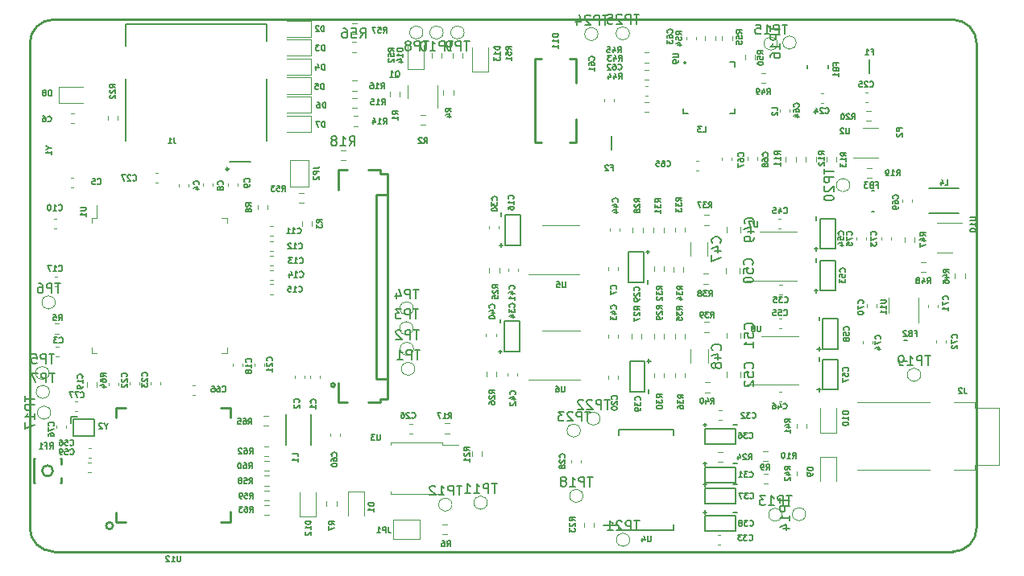
<source format=gbr>
%TF.GenerationSoftware,KiCad,Pcbnew,(6.0.4)*%
%TF.CreationDate,2023-03-22T18:48:28+03:00*%
%TF.ProjectId,mp3_test_board,6d70335f-7465-4737-945f-626f6172642e,rev?*%
%TF.SameCoordinates,Original*%
%TF.FileFunction,Legend,Bot*%
%TF.FilePolarity,Positive*%
%FSLAX46Y46*%
G04 Gerber Fmt 4.6, Leading zero omitted, Abs format (unit mm)*
G04 Created by KiCad (PCBNEW (6.0.4)) date 2023-03-22 18:48:28*
%MOMM*%
%LPD*%
G01*
G04 APERTURE LIST*
%TA.AperFunction,Profile*%
%ADD10C,0.250000*%
%TD*%
%ADD11C,0.150000*%
%ADD12C,0.250000*%
%ADD13C,0.120000*%
%ADD14C,0.127000*%
%ADD15C,0.200000*%
%ADD16C,0.203200*%
%ADD17C,0.254000*%
%ADD18C,0.300000*%
G04 APERTURE END LIST*
D10*
X173460000Y-99250000D02*
G75*
G03*
X175960000Y-96750000I-100J2500100D01*
G01*
X175960000Y-45750000D02*
G75*
G03*
X173460000Y-43250000I-2500000J0D01*
G01*
X78967767Y-43232167D02*
G75*
G03*
X76467767Y-45732233I33J-2500033D01*
G01*
X76467767Y-45732233D02*
X76467767Y-96732233D01*
X78967767Y-99232233D02*
X173467767Y-99232233D01*
X175960000Y-96750000D02*
X175960000Y-45750000D01*
X173467767Y-43232233D02*
X78967767Y-43232233D01*
X76467767Y-96732233D02*
G75*
G03*
X78967767Y-99232233I2500033J33D01*
G01*
D11*
%TO.C,C18*%
X99704285Y-79294285D02*
X99732857Y-79265714D01*
X99761428Y-79180000D01*
X99761428Y-79122857D01*
X99732857Y-79037142D01*
X99675714Y-78980000D01*
X99618571Y-78951428D01*
X99504285Y-78922857D01*
X99418571Y-78922857D01*
X99304285Y-78951428D01*
X99247142Y-78980000D01*
X99190000Y-79037142D01*
X99161428Y-79122857D01*
X99161428Y-79180000D01*
X99190000Y-79265714D01*
X99218571Y-79294285D01*
X99761428Y-79865714D02*
X99761428Y-79522857D01*
X99761428Y-79694285D02*
X99161428Y-79694285D01*
X99247142Y-79637142D01*
X99304285Y-79580000D01*
X99332857Y-79522857D01*
X99418571Y-80208571D02*
X99390000Y-80151428D01*
X99361428Y-80122857D01*
X99304285Y-80094285D01*
X99275714Y-80094285D01*
X99218571Y-80122857D01*
X99190000Y-80151428D01*
X99161428Y-80208571D01*
X99161428Y-80322857D01*
X99190000Y-80380000D01*
X99218571Y-80408571D01*
X99275714Y-80437142D01*
X99304285Y-80437142D01*
X99361428Y-80408571D01*
X99390000Y-80380000D01*
X99418571Y-80322857D01*
X99418571Y-80208571D01*
X99447142Y-80151428D01*
X99475714Y-80122857D01*
X99532857Y-80094285D01*
X99647142Y-80094285D01*
X99704285Y-80122857D01*
X99732857Y-80151428D01*
X99761428Y-80208571D01*
X99761428Y-80322857D01*
X99732857Y-80380000D01*
X99704285Y-80408571D01*
X99647142Y-80437142D01*
X99532857Y-80437142D01*
X99475714Y-80408571D01*
X99447142Y-80380000D01*
X99418571Y-80322857D01*
%TO.C,TP17*%
X75966127Y-82875459D02*
X75966127Y-83446888D01*
X76966127Y-83161174D02*
X75966127Y-83161174D01*
X76966127Y-83780221D02*
X75966127Y-83780221D01*
X75966127Y-84161174D01*
X76013747Y-84256412D01*
X76061366Y-84304031D01*
X76156604Y-84351650D01*
X76299461Y-84351650D01*
X76394699Y-84304031D01*
X76442318Y-84256412D01*
X76489937Y-84161174D01*
X76489937Y-83780221D01*
X76966127Y-85304031D02*
X76966127Y-84732602D01*
X76966127Y-85018316D02*
X75966127Y-85018316D01*
X76108985Y-84923078D01*
X76204223Y-84827840D01*
X76251842Y-84732602D01*
X75966127Y-85637364D02*
X75966127Y-86304031D01*
X76966127Y-85875459D01*
%TO.C,R38*%
X147833414Y-72355366D02*
X148033414Y-72069652D01*
X148176271Y-72355366D02*
X148176271Y-71755366D01*
X147947700Y-71755366D01*
X147890557Y-71783938D01*
X147861985Y-71812509D01*
X147833414Y-71869652D01*
X147833414Y-71955366D01*
X147861985Y-72012509D01*
X147890557Y-72041080D01*
X147947700Y-72069652D01*
X148176271Y-72069652D01*
X147633414Y-71755366D02*
X147261985Y-71755366D01*
X147461985Y-71983938D01*
X147376271Y-71983938D01*
X147319128Y-72012509D01*
X147290557Y-72041080D01*
X147261985Y-72098223D01*
X147261985Y-72241080D01*
X147290557Y-72298223D01*
X147319128Y-72326795D01*
X147376271Y-72355366D01*
X147547700Y-72355366D01*
X147604842Y-72326795D01*
X147633414Y-72298223D01*
X146919128Y-72012509D02*
X146976271Y-71983938D01*
X147004842Y-71955366D01*
X147033414Y-71898223D01*
X147033414Y-71869652D01*
X147004842Y-71812509D01*
X146976271Y-71783938D01*
X146919128Y-71755366D01*
X146804842Y-71755366D01*
X146747700Y-71783938D01*
X146719128Y-71812509D01*
X146690557Y-71869652D01*
X146690557Y-71898223D01*
X146719128Y-71955366D01*
X146747700Y-71983938D01*
X146804842Y-72012509D01*
X146919128Y-72012509D01*
X146976271Y-72041080D01*
X147004842Y-72069652D01*
X147033414Y-72126795D01*
X147033414Y-72241080D01*
X147004842Y-72298223D01*
X146976271Y-72326795D01*
X146919128Y-72355366D01*
X146804842Y-72355366D01*
X146747700Y-72326795D01*
X146719128Y-72298223D01*
X146690557Y-72241080D01*
X146690557Y-72126795D01*
X146719128Y-72069652D01*
X146747700Y-72041080D01*
X146804842Y-72012509D01*
%TO.C,C35*%
X155758414Y-72948223D02*
X155786985Y-72976795D01*
X155872700Y-73005366D01*
X155929842Y-73005366D01*
X156015557Y-72976795D01*
X156072700Y-72919652D01*
X156101271Y-72862509D01*
X156129842Y-72748223D01*
X156129842Y-72662509D01*
X156101271Y-72548223D01*
X156072700Y-72491080D01*
X156015557Y-72433938D01*
X155929842Y-72405366D01*
X155872700Y-72405366D01*
X155786985Y-72433938D01*
X155758414Y-72462509D01*
X155558414Y-72405366D02*
X155186985Y-72405366D01*
X155386985Y-72633938D01*
X155301271Y-72633938D01*
X155244128Y-72662509D01*
X155215557Y-72691080D01*
X155186985Y-72748223D01*
X155186985Y-72891080D01*
X155215557Y-72948223D01*
X155244128Y-72976795D01*
X155301271Y-73005366D01*
X155472700Y-73005366D01*
X155529842Y-72976795D01*
X155558414Y-72948223D01*
X154644128Y-72405366D02*
X154929842Y-72405366D01*
X154958414Y-72691080D01*
X154929842Y-72662509D01*
X154872700Y-72633938D01*
X154729842Y-72633938D01*
X154672700Y-72662509D01*
X154644128Y-72691080D01*
X154615557Y-72748223D01*
X154615557Y-72891080D01*
X154644128Y-72948223D01*
X154672700Y-72976795D01*
X154729842Y-73005366D01*
X154872700Y-73005366D01*
X154929842Y-72976795D01*
X154958414Y-72948223D01*
%TO.C,R13*%
X162264128Y-57588223D02*
X161978414Y-57388223D01*
X162264128Y-57245366D02*
X161664128Y-57245366D01*
X161664128Y-57473938D01*
X161692700Y-57531080D01*
X161721271Y-57559652D01*
X161778414Y-57588223D01*
X161864128Y-57588223D01*
X161921271Y-57559652D01*
X161949842Y-57531080D01*
X161978414Y-57473938D01*
X161978414Y-57245366D01*
X162264128Y-58159652D02*
X162264128Y-57816795D01*
X162264128Y-57988223D02*
X161664128Y-57988223D01*
X161749842Y-57931080D01*
X161806985Y-57873938D01*
X161835557Y-57816795D01*
X161664128Y-58359652D02*
X161664128Y-58731080D01*
X161892700Y-58531080D01*
X161892700Y-58616795D01*
X161921271Y-58673938D01*
X161949842Y-58702509D01*
X162006985Y-58731080D01*
X162149842Y-58731080D01*
X162206985Y-58702509D01*
X162235557Y-58673938D01*
X162264128Y-58616795D01*
X162264128Y-58445366D01*
X162235557Y-58388223D01*
X162206985Y-58359652D01*
%TO.C,L2*%
X155061428Y-52803938D02*
X155061428Y-52518223D01*
X154461428Y-52518223D01*
X154518571Y-52975366D02*
X154490000Y-53003938D01*
X154461428Y-53061080D01*
X154461428Y-53203938D01*
X154490000Y-53261080D01*
X154518571Y-53289652D01*
X154575714Y-53318223D01*
X154632857Y-53318223D01*
X154718571Y-53289652D01*
X155061428Y-52946795D01*
X155061428Y-53318223D01*
%TO.C,D6*%
X107552857Y-52541428D02*
X107552857Y-51941428D01*
X107410000Y-51941428D01*
X107324285Y-51970000D01*
X107267142Y-52027142D01*
X107238571Y-52084285D01*
X107210000Y-52198571D01*
X107210000Y-52284285D01*
X107238571Y-52398571D01*
X107267142Y-52455714D01*
X107324285Y-52512857D01*
X107410000Y-52541428D01*
X107552857Y-52541428D01*
X106695714Y-51941428D02*
X106810000Y-51941428D01*
X106867142Y-51970000D01*
X106895714Y-51998571D01*
X106952857Y-52084285D01*
X106981428Y-52198571D01*
X106981428Y-52427142D01*
X106952857Y-52484285D01*
X106924285Y-52512857D01*
X106867142Y-52541428D01*
X106752857Y-52541428D01*
X106695714Y-52512857D01*
X106667142Y-52484285D01*
X106638571Y-52427142D01*
X106638571Y-52284285D01*
X106667142Y-52227142D01*
X106695714Y-52198571D01*
X106752857Y-52170000D01*
X106867142Y-52170000D01*
X106924285Y-52198571D01*
X106952857Y-52227142D01*
X106981428Y-52284285D01*
%TO.C,C14*%
X104835714Y-70294285D02*
X104864285Y-70322857D01*
X104950000Y-70351428D01*
X105007142Y-70351428D01*
X105092857Y-70322857D01*
X105150000Y-70265714D01*
X105178571Y-70208571D01*
X105207142Y-70094285D01*
X105207142Y-70008571D01*
X105178571Y-69894285D01*
X105150000Y-69837142D01*
X105092857Y-69780000D01*
X105007142Y-69751428D01*
X104950000Y-69751428D01*
X104864285Y-69780000D01*
X104835714Y-69808571D01*
X104264285Y-70351428D02*
X104607142Y-70351428D01*
X104435714Y-70351428D02*
X104435714Y-69751428D01*
X104492857Y-69837142D01*
X104550000Y-69894285D01*
X104607142Y-69922857D01*
X103750000Y-69951428D02*
X103750000Y-70351428D01*
X103892857Y-69722857D02*
X104035714Y-70151428D01*
X103664285Y-70151428D01*
%TO.C,C12*%
X104715714Y-67324285D02*
X104744285Y-67352857D01*
X104830000Y-67381428D01*
X104887142Y-67381428D01*
X104972857Y-67352857D01*
X105030000Y-67295714D01*
X105058571Y-67238571D01*
X105087142Y-67124285D01*
X105087142Y-67038571D01*
X105058571Y-66924285D01*
X105030000Y-66867142D01*
X104972857Y-66810000D01*
X104887142Y-66781428D01*
X104830000Y-66781428D01*
X104744285Y-66810000D01*
X104715714Y-66838571D01*
X104144285Y-67381428D02*
X104487142Y-67381428D01*
X104315714Y-67381428D02*
X104315714Y-66781428D01*
X104372857Y-66867142D01*
X104430000Y-66924285D01*
X104487142Y-66952857D01*
X103915714Y-66838571D02*
X103887142Y-66810000D01*
X103830000Y-66781428D01*
X103687142Y-66781428D01*
X103630000Y-66810000D01*
X103601428Y-66838571D01*
X103572857Y-66895714D01*
X103572857Y-66952857D01*
X103601428Y-67038571D01*
X103944285Y-67381428D01*
X103572857Y-67381428D01*
%TO.C,C17*%
X79518414Y-69668223D02*
X79546985Y-69696795D01*
X79632700Y-69725366D01*
X79689842Y-69725366D01*
X79775557Y-69696795D01*
X79832700Y-69639652D01*
X79861271Y-69582509D01*
X79889842Y-69468223D01*
X79889842Y-69382509D01*
X79861271Y-69268223D01*
X79832700Y-69211080D01*
X79775557Y-69153938D01*
X79689842Y-69125366D01*
X79632700Y-69125366D01*
X79546985Y-69153938D01*
X79518414Y-69182509D01*
X78946985Y-69725366D02*
X79289842Y-69725366D01*
X79118414Y-69725366D02*
X79118414Y-69125366D01*
X79175557Y-69211080D01*
X79232700Y-69268223D01*
X79289842Y-69296795D01*
X78746985Y-69125366D02*
X78346985Y-69125366D01*
X78604128Y-69725366D01*
%TO.C,TP13*%
X156538095Y-93358318D02*
X155966666Y-93358318D01*
X156252380Y-94358318D02*
X156252380Y-93358318D01*
X155633333Y-94358318D02*
X155633333Y-93358318D01*
X155252380Y-93358318D01*
X155157142Y-93405938D01*
X155109523Y-93453557D01*
X155061904Y-93548795D01*
X155061904Y-93691652D01*
X155109523Y-93786890D01*
X155157142Y-93834509D01*
X155252380Y-93882128D01*
X155633333Y-93882128D01*
X154109523Y-94358318D02*
X154680952Y-94358318D01*
X154395238Y-94358318D02*
X154395238Y-93358318D01*
X154490476Y-93501176D01*
X154585714Y-93596414D01*
X154680952Y-93644033D01*
X153776190Y-93358318D02*
X153157142Y-93358318D01*
X153490476Y-93739271D01*
X153347619Y-93739271D01*
X153252380Y-93786890D01*
X153204761Y-93834509D01*
X153157142Y-93929747D01*
X153157142Y-94167842D01*
X153204761Y-94263080D01*
X153252380Y-94310699D01*
X153347619Y-94358318D01*
X153633333Y-94358318D01*
X153728571Y-94310699D01*
X153776190Y-94263080D01*
%TO.C,R62*%
X99535714Y-88931428D02*
X99735714Y-88645714D01*
X99878571Y-88931428D02*
X99878571Y-88331428D01*
X99650000Y-88331428D01*
X99592857Y-88360000D01*
X99564285Y-88388571D01*
X99535714Y-88445714D01*
X99535714Y-88531428D01*
X99564285Y-88588571D01*
X99592857Y-88617142D01*
X99650000Y-88645714D01*
X99878571Y-88645714D01*
X99021428Y-88331428D02*
X99135714Y-88331428D01*
X99192857Y-88360000D01*
X99221428Y-88388571D01*
X99278571Y-88474285D01*
X99307142Y-88588571D01*
X99307142Y-88817142D01*
X99278571Y-88874285D01*
X99250000Y-88902857D01*
X99192857Y-88931428D01*
X99078571Y-88931428D01*
X99021428Y-88902857D01*
X98992857Y-88874285D01*
X98964285Y-88817142D01*
X98964285Y-88674285D01*
X98992857Y-88617142D01*
X99021428Y-88588571D01*
X99078571Y-88560000D01*
X99192857Y-88560000D01*
X99250000Y-88588571D01*
X99278571Y-88617142D01*
X99307142Y-88674285D01*
X98735714Y-88388571D02*
X98707142Y-88360000D01*
X98650000Y-88331428D01*
X98507142Y-88331428D01*
X98450000Y-88360000D01*
X98421428Y-88388571D01*
X98392857Y-88445714D01*
X98392857Y-88502857D01*
X98421428Y-88588571D01*
X98764285Y-88931428D01*
X98392857Y-88931428D01*
%TO.C,R37*%
X147785714Y-63021428D02*
X147985714Y-62735714D01*
X148128571Y-63021428D02*
X148128571Y-62421428D01*
X147900000Y-62421428D01*
X147842857Y-62450000D01*
X147814285Y-62478571D01*
X147785714Y-62535714D01*
X147785714Y-62621428D01*
X147814285Y-62678571D01*
X147842857Y-62707142D01*
X147900000Y-62735714D01*
X148128571Y-62735714D01*
X147585714Y-62421428D02*
X147214285Y-62421428D01*
X147414285Y-62650000D01*
X147328571Y-62650000D01*
X147271428Y-62678571D01*
X147242857Y-62707142D01*
X147214285Y-62764285D01*
X147214285Y-62907142D01*
X147242857Y-62964285D01*
X147271428Y-62992857D01*
X147328571Y-63021428D01*
X147500000Y-63021428D01*
X147557142Y-62992857D01*
X147585714Y-62964285D01*
X147014285Y-62421428D02*
X146614285Y-62421428D01*
X146871428Y-63021428D01*
%TO.C,C48*%
X149027142Y-78027142D02*
X149074761Y-77979523D01*
X149122380Y-77836666D01*
X149122380Y-77741428D01*
X149074761Y-77598571D01*
X148979523Y-77503333D01*
X148884285Y-77455714D01*
X148693809Y-77408095D01*
X148550952Y-77408095D01*
X148360476Y-77455714D01*
X148265238Y-77503333D01*
X148170000Y-77598571D01*
X148122380Y-77741428D01*
X148122380Y-77836666D01*
X148170000Y-77979523D01*
X148217619Y-78027142D01*
X148455714Y-78884285D02*
X149122380Y-78884285D01*
X148074761Y-78646190D02*
X148789047Y-78408095D01*
X148789047Y-79027142D01*
X148550952Y-79550952D02*
X148503333Y-79455714D01*
X148455714Y-79408095D01*
X148360476Y-79360476D01*
X148312857Y-79360476D01*
X148217619Y-79408095D01*
X148170000Y-79455714D01*
X148122380Y-79550952D01*
X148122380Y-79741428D01*
X148170000Y-79836666D01*
X148217619Y-79884285D01*
X148312857Y-79931904D01*
X148360476Y-79931904D01*
X148455714Y-79884285D01*
X148503333Y-79836666D01*
X148550952Y-79741428D01*
X148550952Y-79550952D01*
X148598571Y-79455714D01*
X148646190Y-79408095D01*
X148741428Y-79360476D01*
X148931904Y-79360476D01*
X149027142Y-79408095D01*
X149074761Y-79455714D01*
X149122380Y-79550952D01*
X149122380Y-79741428D01*
X149074761Y-79836666D01*
X149027142Y-79884285D01*
X148931904Y-79931904D01*
X148741428Y-79931904D01*
X148646190Y-79884285D01*
X148598571Y-79836666D01*
X148550952Y-79741428D01*
%TO.C,TP23*%
X135358495Y-84497256D02*
X134787066Y-84497256D01*
X135072780Y-85497256D02*
X135072780Y-84497256D01*
X134453733Y-85497256D02*
X134453733Y-84497256D01*
X134072780Y-84497256D01*
X133977542Y-84544876D01*
X133929923Y-84592495D01*
X133882304Y-84687733D01*
X133882304Y-84830590D01*
X133929923Y-84925828D01*
X133977542Y-84973447D01*
X134072780Y-85021066D01*
X134453733Y-85021066D01*
X133501352Y-84592495D02*
X133453733Y-84544876D01*
X133358495Y-84497256D01*
X133120400Y-84497256D01*
X133025161Y-84544876D01*
X132977542Y-84592495D01*
X132929923Y-84687733D01*
X132929923Y-84782971D01*
X132977542Y-84925828D01*
X133548971Y-85497256D01*
X132929923Y-85497256D01*
X132596590Y-84497256D02*
X131977542Y-84497256D01*
X132310876Y-84878209D01*
X132168019Y-84878209D01*
X132072780Y-84925828D01*
X132025161Y-84973447D01*
X131977542Y-85068685D01*
X131977542Y-85306780D01*
X132025161Y-85402018D01*
X132072780Y-85449637D01*
X132168019Y-85497256D01*
X132453733Y-85497256D01*
X132548971Y-85449637D01*
X132596590Y-85402018D01*
%TO.C,R20*%
X162828414Y-53735366D02*
X163028414Y-53449652D01*
X163171271Y-53735366D02*
X163171271Y-53135366D01*
X162942700Y-53135366D01*
X162885557Y-53163938D01*
X162856985Y-53192509D01*
X162828414Y-53249652D01*
X162828414Y-53335366D01*
X162856985Y-53392509D01*
X162885557Y-53421080D01*
X162942700Y-53449652D01*
X163171271Y-53449652D01*
X162599842Y-53192509D02*
X162571271Y-53163938D01*
X162514128Y-53135366D01*
X162371271Y-53135366D01*
X162314128Y-53163938D01*
X162285557Y-53192509D01*
X162256985Y-53249652D01*
X162256985Y-53306795D01*
X162285557Y-53392509D01*
X162628414Y-53735366D01*
X162256985Y-53735366D01*
X161885557Y-53135366D02*
X161828414Y-53135366D01*
X161771271Y-53163938D01*
X161742700Y-53192509D01*
X161714128Y-53249652D01*
X161685557Y-53363938D01*
X161685557Y-53506795D01*
X161714128Y-53621080D01*
X161742700Y-53678223D01*
X161771271Y-53706795D01*
X161828414Y-53735366D01*
X161885557Y-53735366D01*
X161942700Y-53706795D01*
X161971271Y-53678223D01*
X161999842Y-53621080D01*
X162028414Y-53506795D01*
X162028414Y-53363938D01*
X161999842Y-53249652D01*
X161971271Y-53192509D01*
X161942700Y-53163938D01*
X161885557Y-53135366D01*
%TO.C,FB3*%
X165392700Y-60641080D02*
X165592700Y-60641080D01*
X165592700Y-60955366D02*
X165592700Y-60355366D01*
X165306985Y-60355366D01*
X164878414Y-60641080D02*
X164792700Y-60669652D01*
X164764128Y-60698223D01*
X164735557Y-60755366D01*
X164735557Y-60841080D01*
X164764128Y-60898223D01*
X164792700Y-60926795D01*
X164849842Y-60955366D01*
X165078414Y-60955366D01*
X165078414Y-60355366D01*
X164878414Y-60355366D01*
X164821271Y-60383938D01*
X164792700Y-60412509D01*
X164764128Y-60469652D01*
X164764128Y-60526795D01*
X164792700Y-60583938D01*
X164821271Y-60612509D01*
X164878414Y-60641080D01*
X165078414Y-60641080D01*
X164535557Y-60355366D02*
X164164128Y-60355366D01*
X164364128Y-60583938D01*
X164278414Y-60583938D01*
X164221271Y-60612509D01*
X164192700Y-60641080D01*
X164164128Y-60698223D01*
X164164128Y-60841080D01*
X164192700Y-60898223D01*
X164221271Y-60926795D01*
X164278414Y-60955366D01*
X164449842Y-60955366D01*
X164506985Y-60926795D01*
X164535557Y-60898223D01*
%TO.C,D9*%
X158771428Y-90357142D02*
X158171428Y-90357142D01*
X158171428Y-90500000D01*
X158200000Y-90585714D01*
X158257142Y-90642857D01*
X158314285Y-90671428D01*
X158428571Y-90700000D01*
X158514285Y-90700000D01*
X158628571Y-90671428D01*
X158685714Y-90642857D01*
X158742857Y-90585714D01*
X158771428Y-90500000D01*
X158771428Y-90357142D01*
X158771428Y-90985714D02*
X158771428Y-91100000D01*
X158742857Y-91157142D01*
X158714285Y-91185714D01*
X158628571Y-91242857D01*
X158514285Y-91271428D01*
X158285714Y-91271428D01*
X158228571Y-91242857D01*
X158200000Y-91214285D01*
X158171428Y-91157142D01*
X158171428Y-91042857D01*
X158200000Y-90985714D01*
X158228571Y-90957142D01*
X158285714Y-90928571D01*
X158428571Y-90928571D01*
X158485714Y-90957142D01*
X158514285Y-90985714D01*
X158542857Y-91042857D01*
X158542857Y-91157142D01*
X158514285Y-91214285D01*
X158485714Y-91242857D01*
X158428571Y-91271428D01*
%TO.C,C54*%
X161946985Y-65878223D02*
X161975557Y-65849652D01*
X162004128Y-65763938D01*
X162004128Y-65706795D01*
X161975557Y-65621080D01*
X161918414Y-65563938D01*
X161861271Y-65535366D01*
X161746985Y-65506795D01*
X161661271Y-65506795D01*
X161546985Y-65535366D01*
X161489842Y-65563938D01*
X161432700Y-65621080D01*
X161404128Y-65706795D01*
X161404128Y-65763938D01*
X161432700Y-65849652D01*
X161461271Y-65878223D01*
X161404128Y-66421080D02*
X161404128Y-66135366D01*
X161689842Y-66106795D01*
X161661271Y-66135366D01*
X161632700Y-66192509D01*
X161632700Y-66335366D01*
X161661271Y-66392509D01*
X161689842Y-66421080D01*
X161746985Y-66449652D01*
X161889842Y-66449652D01*
X161946985Y-66421080D01*
X161975557Y-66392509D01*
X162004128Y-66335366D01*
X162004128Y-66192509D01*
X161975557Y-66135366D01*
X161946985Y-66106795D01*
X161604128Y-66963938D02*
X162004128Y-66963938D01*
X161375557Y-66821080D02*
X161804128Y-66678223D01*
X161804128Y-67049652D01*
%TO.C,R33*%
X144954128Y-62323223D02*
X144668414Y-62123223D01*
X144954128Y-61980366D02*
X144354128Y-61980366D01*
X144354128Y-62208938D01*
X144382700Y-62266080D01*
X144411271Y-62294652D01*
X144468414Y-62323223D01*
X144554128Y-62323223D01*
X144611271Y-62294652D01*
X144639842Y-62266080D01*
X144668414Y-62208938D01*
X144668414Y-61980366D01*
X144354128Y-62523223D02*
X144354128Y-62894652D01*
X144582700Y-62694652D01*
X144582700Y-62780366D01*
X144611271Y-62837509D01*
X144639842Y-62866080D01*
X144696985Y-62894652D01*
X144839842Y-62894652D01*
X144896985Y-62866080D01*
X144925557Y-62837509D01*
X144954128Y-62780366D01*
X144954128Y-62608938D01*
X144925557Y-62551795D01*
X144896985Y-62523223D01*
X144354128Y-63094652D02*
X144354128Y-63466080D01*
X144582700Y-63266080D01*
X144582700Y-63351795D01*
X144611271Y-63408938D01*
X144639842Y-63437509D01*
X144696985Y-63466080D01*
X144839842Y-63466080D01*
X144896985Y-63437509D01*
X144925557Y-63408938D01*
X144954128Y-63351795D01*
X144954128Y-63180366D01*
X144925557Y-63123223D01*
X144896985Y-63094652D01*
%TO.C,TP22*%
X137418495Y-83247256D02*
X136847066Y-83247256D01*
X137132780Y-84247256D02*
X137132780Y-83247256D01*
X136513733Y-84247256D02*
X136513733Y-83247256D01*
X136132780Y-83247256D01*
X136037542Y-83294876D01*
X135989923Y-83342495D01*
X135942304Y-83437733D01*
X135942304Y-83580590D01*
X135989923Y-83675828D01*
X136037542Y-83723447D01*
X136132780Y-83771066D01*
X136513733Y-83771066D01*
X135561352Y-83342495D02*
X135513733Y-83294876D01*
X135418495Y-83247256D01*
X135180400Y-83247256D01*
X135085161Y-83294876D01*
X135037542Y-83342495D01*
X134989923Y-83437733D01*
X134989923Y-83532971D01*
X135037542Y-83675828D01*
X135608971Y-84247256D01*
X134989923Y-84247256D01*
X134608971Y-83342495D02*
X134561352Y-83294876D01*
X134466114Y-83247256D01*
X134228019Y-83247256D01*
X134132780Y-83294876D01*
X134085161Y-83342495D01*
X134037542Y-83437733D01*
X134037542Y-83532971D01*
X134085161Y-83675828D01*
X134656590Y-84247256D01*
X134037542Y-84247256D01*
%TO.C,C52*%
X152437142Y-79957142D02*
X152484761Y-79909523D01*
X152532380Y-79766666D01*
X152532380Y-79671428D01*
X152484761Y-79528571D01*
X152389523Y-79433333D01*
X152294285Y-79385714D01*
X152103809Y-79338095D01*
X151960952Y-79338095D01*
X151770476Y-79385714D01*
X151675238Y-79433333D01*
X151580000Y-79528571D01*
X151532380Y-79671428D01*
X151532380Y-79766666D01*
X151580000Y-79909523D01*
X151627619Y-79957142D01*
X151532380Y-80861904D02*
X151532380Y-80385714D01*
X152008571Y-80338095D01*
X151960952Y-80385714D01*
X151913333Y-80480952D01*
X151913333Y-80719047D01*
X151960952Y-80814285D01*
X152008571Y-80861904D01*
X152103809Y-80909523D01*
X152341904Y-80909523D01*
X152437142Y-80861904D01*
X152484761Y-80814285D01*
X152532380Y-80719047D01*
X152532380Y-80480952D01*
X152484761Y-80385714D01*
X152437142Y-80338095D01*
X151627619Y-81290476D02*
X151580000Y-81338095D01*
X151532380Y-81433333D01*
X151532380Y-81671428D01*
X151580000Y-81766666D01*
X151627619Y-81814285D01*
X151722857Y-81861904D01*
X151818095Y-81861904D01*
X151960952Y-81814285D01*
X152532380Y-81242857D01*
X152532380Y-81861904D01*
%TO.C,R12*%
X159984128Y-57448223D02*
X159698414Y-57248223D01*
X159984128Y-57105366D02*
X159384128Y-57105366D01*
X159384128Y-57333938D01*
X159412700Y-57391080D01*
X159441271Y-57419652D01*
X159498414Y-57448223D01*
X159584128Y-57448223D01*
X159641271Y-57419652D01*
X159669842Y-57391080D01*
X159698414Y-57333938D01*
X159698414Y-57105366D01*
X159984128Y-58019652D02*
X159984128Y-57676795D01*
X159984128Y-57848223D02*
X159384128Y-57848223D01*
X159469842Y-57791080D01*
X159526985Y-57733938D01*
X159555557Y-57676795D01*
X159441271Y-58248223D02*
X159412700Y-58276795D01*
X159384128Y-58333938D01*
X159384128Y-58476795D01*
X159412700Y-58533938D01*
X159441271Y-58562509D01*
X159498414Y-58591080D01*
X159555557Y-58591080D01*
X159641271Y-58562509D01*
X159984128Y-58219652D01*
X159984128Y-58591080D01*
%TO.C,TP9*%
X122661904Y-45500380D02*
X122090476Y-45500380D01*
X122376190Y-46500380D02*
X122376190Y-45500380D01*
X121757142Y-46500380D02*
X121757142Y-45500380D01*
X121376190Y-45500380D01*
X121280952Y-45548000D01*
X121233333Y-45595619D01*
X121185714Y-45690857D01*
X121185714Y-45833714D01*
X121233333Y-45928952D01*
X121280952Y-45976571D01*
X121376190Y-46024190D01*
X121757142Y-46024190D01*
X120709523Y-46500380D02*
X120519047Y-46500380D01*
X120423809Y-46452761D01*
X120376190Y-46405142D01*
X120280952Y-46262285D01*
X120233333Y-46071809D01*
X120233333Y-45690857D01*
X120280952Y-45595619D01*
X120328571Y-45548000D01*
X120423809Y-45500380D01*
X120614285Y-45500380D01*
X120709523Y-45548000D01*
X120757142Y-45595619D01*
X120804761Y-45690857D01*
X120804761Y-45928952D01*
X120757142Y-46024190D01*
X120709523Y-46071809D01*
X120614285Y-46119428D01*
X120423809Y-46119428D01*
X120328571Y-46071809D01*
X120280952Y-46024190D01*
X120233333Y-45928952D01*
%TO.C,C31*%
X152095714Y-91374285D02*
X152124285Y-91402857D01*
X152210000Y-91431428D01*
X152267142Y-91431428D01*
X152352857Y-91402857D01*
X152410000Y-91345714D01*
X152438571Y-91288571D01*
X152467142Y-91174285D01*
X152467142Y-91088571D01*
X152438571Y-90974285D01*
X152410000Y-90917142D01*
X152352857Y-90860000D01*
X152267142Y-90831428D01*
X152210000Y-90831428D01*
X152124285Y-90860000D01*
X152095714Y-90888571D01*
X151895714Y-90831428D02*
X151524285Y-90831428D01*
X151724285Y-91060000D01*
X151638571Y-91060000D01*
X151581428Y-91088571D01*
X151552857Y-91117142D01*
X151524285Y-91174285D01*
X151524285Y-91317142D01*
X151552857Y-91374285D01*
X151581428Y-91402857D01*
X151638571Y-91431428D01*
X151810000Y-91431428D01*
X151867142Y-91402857D01*
X151895714Y-91374285D01*
X150952857Y-91431428D02*
X151295714Y-91431428D01*
X151124285Y-91431428D02*
X151124285Y-90831428D01*
X151181428Y-90917142D01*
X151238571Y-90974285D01*
X151295714Y-91002857D01*
%TO.C,R56*%
X111172857Y-45172380D02*
X111506190Y-44696190D01*
X111744285Y-45172380D02*
X111744285Y-44172380D01*
X111363333Y-44172380D01*
X111268095Y-44220000D01*
X111220476Y-44267619D01*
X111172857Y-44362857D01*
X111172857Y-44505714D01*
X111220476Y-44600952D01*
X111268095Y-44648571D01*
X111363333Y-44696190D01*
X111744285Y-44696190D01*
X110268095Y-44172380D02*
X110744285Y-44172380D01*
X110791904Y-44648571D01*
X110744285Y-44600952D01*
X110649047Y-44553333D01*
X110410952Y-44553333D01*
X110315714Y-44600952D01*
X110268095Y-44648571D01*
X110220476Y-44743809D01*
X110220476Y-44981904D01*
X110268095Y-45077142D01*
X110315714Y-45124761D01*
X110410952Y-45172380D01*
X110649047Y-45172380D01*
X110744285Y-45124761D01*
X110791904Y-45077142D01*
X109363333Y-44172380D02*
X109553809Y-44172380D01*
X109649047Y-44220000D01*
X109696666Y-44267619D01*
X109791904Y-44410476D01*
X109839523Y-44600952D01*
X109839523Y-44981904D01*
X109791904Y-45077142D01*
X109744285Y-45124761D01*
X109649047Y-45172380D01*
X109458571Y-45172380D01*
X109363333Y-45124761D01*
X109315714Y-45077142D01*
X109268095Y-44981904D01*
X109268095Y-44743809D01*
X109315714Y-44648571D01*
X109363333Y-44600952D01*
X109458571Y-44553333D01*
X109649047Y-44553333D01*
X109744285Y-44600952D01*
X109791904Y-44648571D01*
X109839523Y-44743809D01*
%TO.C,R43*%
X138325714Y-47591428D02*
X138525714Y-47305714D01*
X138668571Y-47591428D02*
X138668571Y-46991428D01*
X138440000Y-46991428D01*
X138382857Y-47020000D01*
X138354285Y-47048571D01*
X138325714Y-47105714D01*
X138325714Y-47191428D01*
X138354285Y-47248571D01*
X138382857Y-47277142D01*
X138440000Y-47305714D01*
X138668571Y-47305714D01*
X137811428Y-47191428D02*
X137811428Y-47591428D01*
X137954285Y-46962857D02*
X138097142Y-47391428D01*
X137725714Y-47391428D01*
X137554285Y-46991428D02*
X137182857Y-46991428D01*
X137382857Y-47220000D01*
X137297142Y-47220000D01*
X137240000Y-47248571D01*
X137211428Y-47277142D01*
X137182857Y-47334285D01*
X137182857Y-47477142D01*
X137211428Y-47534285D01*
X137240000Y-47562857D01*
X137297142Y-47591428D01*
X137468571Y-47591428D01*
X137525714Y-47562857D01*
X137554285Y-47534285D01*
%TO.C,C13*%
X104805714Y-68834285D02*
X104834285Y-68862857D01*
X104920000Y-68891428D01*
X104977142Y-68891428D01*
X105062857Y-68862857D01*
X105120000Y-68805714D01*
X105148571Y-68748571D01*
X105177142Y-68634285D01*
X105177142Y-68548571D01*
X105148571Y-68434285D01*
X105120000Y-68377142D01*
X105062857Y-68320000D01*
X104977142Y-68291428D01*
X104920000Y-68291428D01*
X104834285Y-68320000D01*
X104805714Y-68348571D01*
X104234285Y-68891428D02*
X104577142Y-68891428D01*
X104405714Y-68891428D02*
X104405714Y-68291428D01*
X104462857Y-68377142D01*
X104520000Y-68434285D01*
X104577142Y-68462857D01*
X104034285Y-68291428D02*
X103662857Y-68291428D01*
X103862857Y-68520000D01*
X103777142Y-68520000D01*
X103720000Y-68548571D01*
X103691428Y-68577142D01*
X103662857Y-68634285D01*
X103662857Y-68777142D01*
X103691428Y-68834285D01*
X103720000Y-68862857D01*
X103777142Y-68891428D01*
X103948571Y-68891428D01*
X104005714Y-68862857D01*
X104034285Y-68834285D01*
%TO.C,C20*%
X138126985Y-83178223D02*
X138155557Y-83149652D01*
X138184128Y-83063938D01*
X138184128Y-83006795D01*
X138155557Y-82921080D01*
X138098414Y-82863938D01*
X138041271Y-82835366D01*
X137926985Y-82806795D01*
X137841271Y-82806795D01*
X137726985Y-82835366D01*
X137669842Y-82863938D01*
X137612700Y-82921080D01*
X137584128Y-83006795D01*
X137584128Y-83063938D01*
X137612700Y-83149652D01*
X137641271Y-83178223D01*
X137641271Y-83406795D02*
X137612700Y-83435366D01*
X137584128Y-83492509D01*
X137584128Y-83635366D01*
X137612700Y-83692509D01*
X137641271Y-83721080D01*
X137698414Y-83749652D01*
X137755557Y-83749652D01*
X137841271Y-83721080D01*
X138184128Y-83378223D01*
X138184128Y-83749652D01*
X137584128Y-84121080D02*
X137584128Y-84178223D01*
X137612700Y-84235366D01*
X137641271Y-84263938D01*
X137698414Y-84292509D01*
X137812700Y-84321080D01*
X137955557Y-84321080D01*
X138069842Y-84292509D01*
X138126985Y-84263938D01*
X138155557Y-84235366D01*
X138184128Y-84178223D01*
X138184128Y-84121080D01*
X138155557Y-84063938D01*
X138126985Y-84035366D01*
X138069842Y-84006795D01*
X137955557Y-83978223D01*
X137812700Y-83978223D01*
X137698414Y-84006795D01*
X137641271Y-84035366D01*
X137612700Y-84063938D01*
X137584128Y-84121080D01*
%TO.C,RF1*%
X78537142Y-88391428D02*
X78737142Y-88105714D01*
X78880000Y-88391428D02*
X78880000Y-87791428D01*
X78651428Y-87791428D01*
X78594285Y-87820000D01*
X78565714Y-87848571D01*
X78537142Y-87905714D01*
X78537142Y-87991428D01*
X78565714Y-88048571D01*
X78594285Y-88077142D01*
X78651428Y-88105714D01*
X78880000Y-88105714D01*
X78080000Y-88077142D02*
X78280000Y-88077142D01*
X78280000Y-88391428D02*
X78280000Y-87791428D01*
X77994285Y-87791428D01*
X77451428Y-88391428D02*
X77794285Y-88391428D01*
X77622857Y-88391428D02*
X77622857Y-87791428D01*
X77680000Y-87877142D01*
X77737142Y-87934285D01*
X77794285Y-87962857D01*
%TO.C,C56*%
X80695714Y-88014285D02*
X80724285Y-88042857D01*
X80810000Y-88071428D01*
X80867142Y-88071428D01*
X80952857Y-88042857D01*
X81010000Y-87985714D01*
X81038571Y-87928571D01*
X81067142Y-87814285D01*
X81067142Y-87728571D01*
X81038571Y-87614285D01*
X81010000Y-87557142D01*
X80952857Y-87500000D01*
X80867142Y-87471428D01*
X80810000Y-87471428D01*
X80724285Y-87500000D01*
X80695714Y-87528571D01*
X80152857Y-87471428D02*
X80438571Y-87471428D01*
X80467142Y-87757142D01*
X80438571Y-87728571D01*
X80381428Y-87700000D01*
X80238571Y-87700000D01*
X80181428Y-87728571D01*
X80152857Y-87757142D01*
X80124285Y-87814285D01*
X80124285Y-87957142D01*
X80152857Y-88014285D01*
X80181428Y-88042857D01*
X80238571Y-88071428D01*
X80381428Y-88071428D01*
X80438571Y-88042857D01*
X80467142Y-88014285D01*
X79610000Y-87471428D02*
X79724285Y-87471428D01*
X79781428Y-87500000D01*
X79810000Y-87528571D01*
X79867142Y-87614285D01*
X79895714Y-87728571D01*
X79895714Y-87957142D01*
X79867142Y-88014285D01*
X79838571Y-88042857D01*
X79781428Y-88071428D01*
X79667142Y-88071428D01*
X79610000Y-88042857D01*
X79581428Y-88014285D01*
X79552857Y-87957142D01*
X79552857Y-87814285D01*
X79581428Y-87757142D01*
X79610000Y-87728571D01*
X79667142Y-87700000D01*
X79781428Y-87700000D01*
X79838571Y-87728571D01*
X79867142Y-87757142D01*
X79895714Y-87814285D01*
%TO.C,R30*%
X142924128Y-83038223D02*
X142638414Y-82838223D01*
X142924128Y-82695366D02*
X142324128Y-82695366D01*
X142324128Y-82923938D01*
X142352700Y-82981080D01*
X142381271Y-83009652D01*
X142438414Y-83038223D01*
X142524128Y-83038223D01*
X142581271Y-83009652D01*
X142609842Y-82981080D01*
X142638414Y-82923938D01*
X142638414Y-82695366D01*
X142324128Y-83238223D02*
X142324128Y-83609652D01*
X142552700Y-83409652D01*
X142552700Y-83495366D01*
X142581271Y-83552509D01*
X142609842Y-83581080D01*
X142666985Y-83609652D01*
X142809842Y-83609652D01*
X142866985Y-83581080D01*
X142895557Y-83552509D01*
X142924128Y-83495366D01*
X142924128Y-83323938D01*
X142895557Y-83266795D01*
X142866985Y-83238223D01*
X142324128Y-83981080D02*
X142324128Y-84038223D01*
X142352700Y-84095366D01*
X142381271Y-84123938D01*
X142438414Y-84152509D01*
X142552700Y-84181080D01*
X142695557Y-84181080D01*
X142809842Y-84152509D01*
X142866985Y-84123938D01*
X142895557Y-84095366D01*
X142924128Y-84038223D01*
X142924128Y-83981080D01*
X142895557Y-83923938D01*
X142866985Y-83895366D01*
X142809842Y-83866795D01*
X142695557Y-83838223D01*
X142552700Y-83838223D01*
X142438414Y-83866795D01*
X142381271Y-83895366D01*
X142352700Y-83923938D01*
X142324128Y-83981080D01*
%TO.C,C29*%
X140466985Y-71748223D02*
X140495557Y-71719652D01*
X140524128Y-71633938D01*
X140524128Y-71576795D01*
X140495557Y-71491080D01*
X140438414Y-71433938D01*
X140381271Y-71405366D01*
X140266985Y-71376795D01*
X140181271Y-71376795D01*
X140066985Y-71405366D01*
X140009842Y-71433938D01*
X139952700Y-71491080D01*
X139924128Y-71576795D01*
X139924128Y-71633938D01*
X139952700Y-71719652D01*
X139981271Y-71748223D01*
X139981271Y-71976795D02*
X139952700Y-72005366D01*
X139924128Y-72062509D01*
X139924128Y-72205366D01*
X139952700Y-72262509D01*
X139981271Y-72291080D01*
X140038414Y-72319652D01*
X140095557Y-72319652D01*
X140181271Y-72291080D01*
X140524128Y-71948223D01*
X140524128Y-72319652D01*
X140524128Y-72605366D02*
X140524128Y-72719652D01*
X140495557Y-72776795D01*
X140466985Y-72805366D01*
X140381271Y-72862509D01*
X140266985Y-72891080D01*
X140038414Y-72891080D01*
X139981271Y-72862509D01*
X139952700Y-72833938D01*
X139924128Y-72776795D01*
X139924128Y-72662509D01*
X139952700Y-72605366D01*
X139981271Y-72576795D01*
X140038414Y-72548223D01*
X140181271Y-72548223D01*
X140238414Y-72576795D01*
X140266985Y-72605366D01*
X140295557Y-72662509D01*
X140295557Y-72776795D01*
X140266985Y-72833938D01*
X140238414Y-72862509D01*
X140181271Y-72891080D01*
%TO.C,C53*%
X162114285Y-69789285D02*
X162142857Y-69760714D01*
X162171428Y-69675000D01*
X162171428Y-69617857D01*
X162142857Y-69532142D01*
X162085714Y-69475000D01*
X162028571Y-69446428D01*
X161914285Y-69417857D01*
X161828571Y-69417857D01*
X161714285Y-69446428D01*
X161657142Y-69475000D01*
X161600000Y-69532142D01*
X161571428Y-69617857D01*
X161571428Y-69675000D01*
X161600000Y-69760714D01*
X161628571Y-69789285D01*
X161571428Y-70332142D02*
X161571428Y-70046428D01*
X161857142Y-70017857D01*
X161828571Y-70046428D01*
X161800000Y-70103571D01*
X161800000Y-70246428D01*
X161828571Y-70303571D01*
X161857142Y-70332142D01*
X161914285Y-70360714D01*
X162057142Y-70360714D01*
X162114285Y-70332142D01*
X162142857Y-70303571D01*
X162171428Y-70246428D01*
X162171428Y-70103571D01*
X162142857Y-70046428D01*
X162114285Y-70017857D01*
X161571428Y-70560714D02*
X161571428Y-70932142D01*
X161800000Y-70732142D01*
X161800000Y-70817857D01*
X161828571Y-70875000D01*
X161857142Y-70903571D01*
X161914285Y-70932142D01*
X162057142Y-70932142D01*
X162114285Y-70903571D01*
X162142857Y-70875000D01*
X162171428Y-70817857D01*
X162171428Y-70646428D01*
X162142857Y-70589285D01*
X162114285Y-70560714D01*
%TO.C,TP1*%
X117481904Y-78004380D02*
X116910476Y-78004380D01*
X117196190Y-79004380D02*
X117196190Y-78004380D01*
X116577142Y-79004380D02*
X116577142Y-78004380D01*
X116196190Y-78004380D01*
X116100952Y-78052000D01*
X116053333Y-78099619D01*
X116005714Y-78194857D01*
X116005714Y-78337714D01*
X116053333Y-78432952D01*
X116100952Y-78480571D01*
X116196190Y-78528190D01*
X116577142Y-78528190D01*
X115053333Y-79004380D02*
X115624761Y-79004380D01*
X115339047Y-79004380D02*
X115339047Y-78004380D01*
X115434285Y-78147238D01*
X115529523Y-78242476D01*
X115624761Y-78290095D01*
%TO.C,TP12*%
X121869842Y-92292935D02*
X121298413Y-92292935D01*
X121584127Y-93292935D02*
X121584127Y-92292935D01*
X120965080Y-93292935D02*
X120965080Y-92292935D01*
X120584127Y-92292935D01*
X120488889Y-92340555D01*
X120441270Y-92388174D01*
X120393651Y-92483412D01*
X120393651Y-92626269D01*
X120441270Y-92721507D01*
X120488889Y-92769126D01*
X120584127Y-92816745D01*
X120965080Y-92816745D01*
X119441270Y-93292935D02*
X120012699Y-93292935D01*
X119726985Y-93292935D02*
X119726985Y-92292935D01*
X119822223Y-92435793D01*
X119917461Y-92531031D01*
X120012699Y-92578650D01*
X119060318Y-92388174D02*
X119012699Y-92340555D01*
X118917461Y-92292935D01*
X118679366Y-92292935D01*
X118584127Y-92340555D01*
X118536508Y-92388174D01*
X118488889Y-92483412D01*
X118488889Y-92578650D01*
X118536508Y-92721507D01*
X119107937Y-93292935D01*
X118488889Y-93292935D01*
%TO.C,JP2*%
X106271428Y-58900000D02*
X106700000Y-58900000D01*
X106785714Y-58871428D01*
X106842857Y-58814285D01*
X106871428Y-58728571D01*
X106871428Y-58671428D01*
X106871428Y-59185714D02*
X106271428Y-59185714D01*
X106271428Y-59414285D01*
X106300000Y-59471428D01*
X106328571Y-59500000D01*
X106385714Y-59528571D01*
X106471428Y-59528571D01*
X106528571Y-59500000D01*
X106557142Y-59471428D01*
X106585714Y-59414285D01*
X106585714Y-59185714D01*
X106328571Y-59757142D02*
X106300000Y-59785714D01*
X106271428Y-59842857D01*
X106271428Y-59985714D01*
X106300000Y-60042857D01*
X106328571Y-60071428D01*
X106385714Y-60100000D01*
X106442857Y-60100000D01*
X106528571Y-60071428D01*
X106871428Y-59728571D01*
X106871428Y-60100000D01*
%TO.C,R45*%
X138245714Y-46711428D02*
X138445714Y-46425714D01*
X138588571Y-46711428D02*
X138588571Y-46111428D01*
X138360000Y-46111428D01*
X138302857Y-46140000D01*
X138274285Y-46168571D01*
X138245714Y-46225714D01*
X138245714Y-46311428D01*
X138274285Y-46368571D01*
X138302857Y-46397142D01*
X138360000Y-46425714D01*
X138588571Y-46425714D01*
X137731428Y-46311428D02*
X137731428Y-46711428D01*
X137874285Y-46082857D02*
X138017142Y-46511428D01*
X137645714Y-46511428D01*
X137131428Y-46111428D02*
X137417142Y-46111428D01*
X137445714Y-46397142D01*
X137417142Y-46368571D01*
X137360000Y-46340000D01*
X137217142Y-46340000D01*
X137160000Y-46368571D01*
X137131428Y-46397142D01*
X137102857Y-46454285D01*
X137102857Y-46597142D01*
X137131428Y-46654285D01*
X137160000Y-46682857D01*
X137217142Y-46711428D01*
X137360000Y-46711428D01*
X137417142Y-46682857D01*
X137445714Y-46654285D01*
%TO.C,TP15*%
X156070795Y-43768318D02*
X155499366Y-43768318D01*
X155785080Y-44768318D02*
X155785080Y-43768318D01*
X155166033Y-44768318D02*
X155166033Y-43768318D01*
X154785080Y-43768318D01*
X154689842Y-43815938D01*
X154642223Y-43863557D01*
X154594604Y-43958795D01*
X154594604Y-44101652D01*
X154642223Y-44196890D01*
X154689842Y-44244509D01*
X154785080Y-44292128D01*
X155166033Y-44292128D01*
X153642223Y-44768318D02*
X154213652Y-44768318D01*
X153927938Y-44768318D02*
X153927938Y-43768318D01*
X154023176Y-43911176D01*
X154118414Y-44006414D01*
X154213652Y-44054033D01*
X152737461Y-43768318D02*
X153213652Y-43768318D01*
X153261271Y-44244509D01*
X153213652Y-44196890D01*
X153118414Y-44149271D01*
X152880319Y-44149271D01*
X152785080Y-44196890D01*
X152737461Y-44244509D01*
X152689842Y-44339747D01*
X152689842Y-44577842D01*
X152737461Y-44673080D01*
X152785080Y-44720699D01*
X152880319Y-44768318D01*
X153118414Y-44768318D01*
X153213652Y-44720699D01*
X153261271Y-44673080D01*
%TO.C,R23*%
X133761428Y-95994285D02*
X133475714Y-95794285D01*
X133761428Y-95651428D02*
X133161428Y-95651428D01*
X133161428Y-95880000D01*
X133190000Y-95937142D01*
X133218571Y-95965714D01*
X133275714Y-95994285D01*
X133361428Y-95994285D01*
X133418571Y-95965714D01*
X133447142Y-95937142D01*
X133475714Y-95880000D01*
X133475714Y-95651428D01*
X133218571Y-96222857D02*
X133190000Y-96251428D01*
X133161428Y-96308571D01*
X133161428Y-96451428D01*
X133190000Y-96508571D01*
X133218571Y-96537142D01*
X133275714Y-96565714D01*
X133332857Y-96565714D01*
X133418571Y-96537142D01*
X133761428Y-96194285D01*
X133761428Y-96565714D01*
X133161428Y-96765714D02*
X133161428Y-97137142D01*
X133390000Y-96937142D01*
X133390000Y-97022857D01*
X133418571Y-97080000D01*
X133447142Y-97108571D01*
X133504285Y-97137142D01*
X133647142Y-97137142D01*
X133704285Y-97108571D01*
X133732857Y-97080000D01*
X133761428Y-97022857D01*
X133761428Y-96851428D01*
X133732857Y-96794285D01*
X133704285Y-96765714D01*
%TO.C,R36*%
X145154128Y-83058223D02*
X144868414Y-82858223D01*
X145154128Y-82715366D02*
X144554128Y-82715366D01*
X144554128Y-82943938D01*
X144582700Y-83001080D01*
X144611271Y-83029652D01*
X144668414Y-83058223D01*
X144754128Y-83058223D01*
X144811271Y-83029652D01*
X144839842Y-83001080D01*
X144868414Y-82943938D01*
X144868414Y-82715366D01*
X144554128Y-83258223D02*
X144554128Y-83629652D01*
X144782700Y-83429652D01*
X144782700Y-83515366D01*
X144811271Y-83572509D01*
X144839842Y-83601080D01*
X144896985Y-83629652D01*
X145039842Y-83629652D01*
X145096985Y-83601080D01*
X145125557Y-83572509D01*
X145154128Y-83515366D01*
X145154128Y-83343938D01*
X145125557Y-83286795D01*
X145096985Y-83258223D01*
X144554128Y-84143938D02*
X144554128Y-84029652D01*
X144582700Y-83972509D01*
X144611271Y-83943938D01*
X144696985Y-83886795D01*
X144811271Y-83858223D01*
X145039842Y-83858223D01*
X145096985Y-83886795D01*
X145125557Y-83915366D01*
X145154128Y-83972509D01*
X145154128Y-84086795D01*
X145125557Y-84143938D01*
X145096985Y-84172509D01*
X145039842Y-84201080D01*
X144896985Y-84201080D01*
X144839842Y-84172509D01*
X144811271Y-84143938D01*
X144782700Y-84086795D01*
X144782700Y-83972509D01*
X144811271Y-83915366D01*
X144839842Y-83886795D01*
X144896985Y-83858223D01*
%TO.C,R21*%
X122673175Y-88602840D02*
X122387461Y-88402840D01*
X122673175Y-88259983D02*
X122073175Y-88259983D01*
X122073175Y-88488555D01*
X122101747Y-88545697D01*
X122130318Y-88574269D01*
X122187461Y-88602840D01*
X122273175Y-88602840D01*
X122330318Y-88574269D01*
X122358889Y-88545697D01*
X122387461Y-88488555D01*
X122387461Y-88259983D01*
X122130318Y-88831412D02*
X122101747Y-88859983D01*
X122073175Y-88917126D01*
X122073175Y-89059983D01*
X122101747Y-89117126D01*
X122130318Y-89145697D01*
X122187461Y-89174269D01*
X122244604Y-89174269D01*
X122330318Y-89145697D01*
X122673175Y-88802840D01*
X122673175Y-89174269D01*
X122673175Y-89745697D02*
X122673175Y-89402840D01*
X122673175Y-89574269D02*
X122073175Y-89574269D01*
X122158889Y-89517126D01*
X122216032Y-89459983D01*
X122244604Y-89402840D01*
%TO.C,C2*%
X104734285Y-83530000D02*
X104762857Y-83501428D01*
X104791428Y-83415714D01*
X104791428Y-83358571D01*
X104762857Y-83272857D01*
X104705714Y-83215714D01*
X104648571Y-83187142D01*
X104534285Y-83158571D01*
X104448571Y-83158571D01*
X104334285Y-83187142D01*
X104277142Y-83215714D01*
X104220000Y-83272857D01*
X104191428Y-83358571D01*
X104191428Y-83415714D01*
X104220000Y-83501428D01*
X104248571Y-83530000D01*
X104248571Y-83758571D02*
X104220000Y-83787142D01*
X104191428Y-83844285D01*
X104191428Y-83987142D01*
X104220000Y-84044285D01*
X104248571Y-84072857D01*
X104305714Y-84101428D01*
X104362857Y-84101428D01*
X104448571Y-84072857D01*
X104791428Y-83730000D01*
X104791428Y-84101428D01*
%TO.C,C49*%
X152457142Y-64717142D02*
X152504761Y-64669523D01*
X152552380Y-64526666D01*
X152552380Y-64431428D01*
X152504761Y-64288571D01*
X152409523Y-64193333D01*
X152314285Y-64145714D01*
X152123809Y-64098095D01*
X151980952Y-64098095D01*
X151790476Y-64145714D01*
X151695238Y-64193333D01*
X151600000Y-64288571D01*
X151552380Y-64431428D01*
X151552380Y-64526666D01*
X151600000Y-64669523D01*
X151647619Y-64717142D01*
X151885714Y-65574285D02*
X152552380Y-65574285D01*
X151504761Y-65336190D02*
X152219047Y-65098095D01*
X152219047Y-65717142D01*
X152552380Y-66145714D02*
X152552380Y-66336190D01*
X152504761Y-66431428D01*
X152457142Y-66479047D01*
X152314285Y-66574285D01*
X152123809Y-66621904D01*
X151742857Y-66621904D01*
X151647619Y-66574285D01*
X151600000Y-66526666D01*
X151552380Y-66431428D01*
X151552380Y-66240952D01*
X151600000Y-66145714D01*
X151647619Y-66098095D01*
X151742857Y-66050476D01*
X151980952Y-66050476D01*
X152076190Y-66098095D01*
X152123809Y-66145714D01*
X152171428Y-66240952D01*
X152171428Y-66431428D01*
X152123809Y-66526666D01*
X152076190Y-66574285D01*
X151980952Y-66621904D01*
%TO.C,C4*%
X94224285Y-60590000D02*
X94252857Y-60561428D01*
X94281428Y-60475714D01*
X94281428Y-60418571D01*
X94252857Y-60332857D01*
X94195714Y-60275714D01*
X94138571Y-60247142D01*
X94024285Y-60218571D01*
X93938571Y-60218571D01*
X93824285Y-60247142D01*
X93767142Y-60275714D01*
X93710000Y-60332857D01*
X93681428Y-60418571D01*
X93681428Y-60475714D01*
X93710000Y-60561428D01*
X93738571Y-60590000D01*
X93881428Y-61104285D02*
X94281428Y-61104285D01*
X93652857Y-60961428D02*
X94081428Y-60818571D01*
X94081428Y-61190000D01*
%TO.C,U2*%
X162569842Y-54675366D02*
X162569842Y-55161080D01*
X162541271Y-55218223D01*
X162512700Y-55246795D01*
X162455557Y-55275366D01*
X162341271Y-55275366D01*
X162284128Y-55246795D01*
X162255557Y-55218223D01*
X162226985Y-55161080D01*
X162226985Y-54675366D01*
X161969842Y-54732509D02*
X161941271Y-54703938D01*
X161884128Y-54675366D01*
X161741271Y-54675366D01*
X161684128Y-54703938D01*
X161655557Y-54732509D01*
X161626985Y-54789652D01*
X161626985Y-54846795D01*
X161655557Y-54932509D01*
X161998414Y-55275366D01*
X161626985Y-55275366D01*
%TO.C,C19*%
X81974285Y-80954285D02*
X82002857Y-80925714D01*
X82031428Y-80840000D01*
X82031428Y-80782857D01*
X82002857Y-80697142D01*
X81945714Y-80640000D01*
X81888571Y-80611428D01*
X81774285Y-80582857D01*
X81688571Y-80582857D01*
X81574285Y-80611428D01*
X81517142Y-80640000D01*
X81460000Y-80697142D01*
X81431428Y-80782857D01*
X81431428Y-80840000D01*
X81460000Y-80925714D01*
X81488571Y-80954285D01*
X82031428Y-81525714D02*
X82031428Y-81182857D01*
X82031428Y-81354285D02*
X81431428Y-81354285D01*
X81517142Y-81297142D01*
X81574285Y-81240000D01*
X81602857Y-81182857D01*
X82031428Y-81811428D02*
X82031428Y-81925714D01*
X82002857Y-81982857D01*
X81974285Y-82011428D01*
X81888571Y-82068571D01*
X81774285Y-82097142D01*
X81545714Y-82097142D01*
X81488571Y-82068571D01*
X81460000Y-82040000D01*
X81431428Y-81982857D01*
X81431428Y-81868571D01*
X81460000Y-81811428D01*
X81488571Y-81782857D01*
X81545714Y-81754285D01*
X81688571Y-81754285D01*
X81745714Y-81782857D01*
X81774285Y-81811428D01*
X81802857Y-81868571D01*
X81802857Y-81982857D01*
X81774285Y-82040000D01*
X81745714Y-82068571D01*
X81688571Y-82097142D01*
%TO.C,TP20*%
X159937080Y-58925842D02*
X159937080Y-59497271D01*
X160937080Y-59211557D02*
X159937080Y-59211557D01*
X160937080Y-59830604D02*
X159937080Y-59830604D01*
X159937080Y-60211557D01*
X159984700Y-60306795D01*
X160032319Y-60354414D01*
X160127557Y-60402033D01*
X160270414Y-60402033D01*
X160365652Y-60354414D01*
X160413271Y-60306795D01*
X160460890Y-60211557D01*
X160460890Y-59830604D01*
X160032319Y-60782985D02*
X159984700Y-60830604D01*
X159937080Y-60925842D01*
X159937080Y-61163938D01*
X159984700Y-61259176D01*
X160032319Y-61306795D01*
X160127557Y-61354414D01*
X160222795Y-61354414D01*
X160365652Y-61306795D01*
X160937080Y-60735366D01*
X160937080Y-61354414D01*
X159937080Y-61973461D02*
X159937080Y-62068699D01*
X159984700Y-62163938D01*
X160032319Y-62211557D01*
X160127557Y-62259176D01*
X160318033Y-62306795D01*
X160556128Y-62306795D01*
X160746604Y-62259176D01*
X160841842Y-62211557D01*
X160889461Y-62163938D01*
X160937080Y-62068699D01*
X160937080Y-61973461D01*
X160889461Y-61878223D01*
X160841842Y-61830604D01*
X160746604Y-61782985D01*
X160556128Y-61735366D01*
X160318033Y-61735366D01*
X160127557Y-61782985D01*
X160032319Y-61830604D01*
X159984700Y-61878223D01*
X159937080Y-61973461D01*
%TO.C,C47*%
X149002142Y-66732142D02*
X149049761Y-66684523D01*
X149097380Y-66541666D01*
X149097380Y-66446428D01*
X149049761Y-66303571D01*
X148954523Y-66208333D01*
X148859285Y-66160714D01*
X148668809Y-66113095D01*
X148525952Y-66113095D01*
X148335476Y-66160714D01*
X148240238Y-66208333D01*
X148145000Y-66303571D01*
X148097380Y-66446428D01*
X148097380Y-66541666D01*
X148145000Y-66684523D01*
X148192619Y-66732142D01*
X148430714Y-67589285D02*
X149097380Y-67589285D01*
X148049761Y-67351190D02*
X148764047Y-67113095D01*
X148764047Y-67732142D01*
X148097380Y-68017857D02*
X148097380Y-68684523D01*
X149097380Y-68255952D01*
%TO.C,D4*%
X107412857Y-48521428D02*
X107412857Y-47921428D01*
X107270000Y-47921428D01*
X107184285Y-47950000D01*
X107127142Y-48007142D01*
X107098571Y-48064285D01*
X107070000Y-48178571D01*
X107070000Y-48264285D01*
X107098571Y-48378571D01*
X107127142Y-48435714D01*
X107184285Y-48492857D01*
X107270000Y-48521428D01*
X107412857Y-48521428D01*
X106555714Y-48121428D02*
X106555714Y-48521428D01*
X106698571Y-47892857D02*
X106841428Y-48321428D01*
X106470000Y-48321428D01*
%TO.C,R3*%
X107171428Y-64600000D02*
X106885714Y-64400000D01*
X107171428Y-64257142D02*
X106571428Y-64257142D01*
X106571428Y-64485714D01*
X106600000Y-64542857D01*
X106628571Y-64571428D01*
X106685714Y-64600000D01*
X106771428Y-64600000D01*
X106828571Y-64571428D01*
X106857142Y-64542857D01*
X106885714Y-64485714D01*
X106885714Y-64257142D01*
X106571428Y-64800000D02*
X106571428Y-65171428D01*
X106800000Y-64971428D01*
X106800000Y-65057142D01*
X106828571Y-65114285D01*
X106857142Y-65142857D01*
X106914285Y-65171428D01*
X107057142Y-65171428D01*
X107114285Y-65142857D01*
X107142857Y-65114285D01*
X107171428Y-65057142D01*
X107171428Y-64885714D01*
X107142857Y-64828571D01*
X107114285Y-64800000D01*
%TO.C,U3*%
X113267142Y-86911428D02*
X113267142Y-87397142D01*
X113238571Y-87454285D01*
X113210000Y-87482857D01*
X113152857Y-87511428D01*
X113038571Y-87511428D01*
X112981428Y-87482857D01*
X112952857Y-87454285D01*
X112924285Y-87397142D01*
X112924285Y-86911428D01*
X112695714Y-86911428D02*
X112324285Y-86911428D01*
X112524285Y-87140000D01*
X112438571Y-87140000D01*
X112381428Y-87168571D01*
X112352857Y-87197142D01*
X112324285Y-87254285D01*
X112324285Y-87397142D01*
X112352857Y-87454285D01*
X112381428Y-87482857D01*
X112438571Y-87511428D01*
X112610000Y-87511428D01*
X112667142Y-87482857D01*
X112695714Y-87454285D01*
%TO.C,U8*%
X153257142Y-75471428D02*
X153257142Y-75957142D01*
X153228571Y-76014285D01*
X153200000Y-76042857D01*
X153142857Y-76071428D01*
X153028571Y-76071428D01*
X152971428Y-76042857D01*
X152942857Y-76014285D01*
X152914285Y-75957142D01*
X152914285Y-75471428D01*
X152542857Y-75728571D02*
X152600000Y-75700000D01*
X152628571Y-75671428D01*
X152657142Y-75614285D01*
X152657142Y-75585714D01*
X152628571Y-75528571D01*
X152600000Y-75500000D01*
X152542857Y-75471428D01*
X152428571Y-75471428D01*
X152371428Y-75500000D01*
X152342857Y-75528571D01*
X152314285Y-75585714D01*
X152314285Y-75614285D01*
X152342857Y-75671428D01*
X152371428Y-75700000D01*
X152428571Y-75728571D01*
X152542857Y-75728571D01*
X152600000Y-75757142D01*
X152628571Y-75785714D01*
X152657142Y-75842857D01*
X152657142Y-75957142D01*
X152628571Y-76014285D01*
X152600000Y-76042857D01*
X152542857Y-76071428D01*
X152428571Y-76071428D01*
X152371428Y-76042857D01*
X152342857Y-76014285D01*
X152314285Y-75957142D01*
X152314285Y-75842857D01*
X152342857Y-75785714D01*
X152371428Y-75757142D01*
X152428571Y-75728571D01*
%TO.C,C61*%
X135746985Y-47508223D02*
X135775557Y-47479652D01*
X135804128Y-47393938D01*
X135804128Y-47336795D01*
X135775557Y-47251080D01*
X135718414Y-47193938D01*
X135661271Y-47165366D01*
X135546985Y-47136795D01*
X135461271Y-47136795D01*
X135346985Y-47165366D01*
X135289842Y-47193938D01*
X135232700Y-47251080D01*
X135204128Y-47336795D01*
X135204128Y-47393938D01*
X135232700Y-47479652D01*
X135261271Y-47508223D01*
X135204128Y-48022509D02*
X135204128Y-47908223D01*
X135232700Y-47851080D01*
X135261271Y-47822509D01*
X135346985Y-47765366D01*
X135461271Y-47736795D01*
X135689842Y-47736795D01*
X135746985Y-47765366D01*
X135775557Y-47793938D01*
X135804128Y-47851080D01*
X135804128Y-47965366D01*
X135775557Y-48022509D01*
X135746985Y-48051080D01*
X135689842Y-48079652D01*
X135546985Y-48079652D01*
X135489842Y-48051080D01*
X135461271Y-48022509D01*
X135432700Y-47965366D01*
X135432700Y-47851080D01*
X135461271Y-47793938D01*
X135489842Y-47765366D01*
X135546985Y-47736795D01*
X135804128Y-48651080D02*
X135804128Y-48308223D01*
X135804128Y-48479652D02*
X135204128Y-48479652D01*
X135289842Y-48422509D01*
X135346985Y-48365366D01*
X135375557Y-48308223D01*
%TO.C,TP14*%
X155304380Y-93561904D02*
X155304380Y-94133333D01*
X156304380Y-93847619D02*
X155304380Y-93847619D01*
X156304380Y-94466666D02*
X155304380Y-94466666D01*
X155304380Y-94847619D01*
X155352000Y-94942857D01*
X155399619Y-94990476D01*
X155494857Y-95038095D01*
X155637714Y-95038095D01*
X155732952Y-94990476D01*
X155780571Y-94942857D01*
X155828190Y-94847619D01*
X155828190Y-94466666D01*
X156304380Y-95990476D02*
X156304380Y-95419047D01*
X156304380Y-95704761D02*
X155304380Y-95704761D01*
X155447238Y-95609523D01*
X155542476Y-95514285D01*
X155590095Y-95419047D01*
X155637714Y-96847619D02*
X156304380Y-96847619D01*
X155256761Y-96609523D02*
X155971047Y-96371428D01*
X155971047Y-96990476D01*
%TO.C,C59*%
X80715714Y-88974285D02*
X80744285Y-89002857D01*
X80830000Y-89031428D01*
X80887142Y-89031428D01*
X80972857Y-89002857D01*
X81030000Y-88945714D01*
X81058571Y-88888571D01*
X81087142Y-88774285D01*
X81087142Y-88688571D01*
X81058571Y-88574285D01*
X81030000Y-88517142D01*
X80972857Y-88460000D01*
X80887142Y-88431428D01*
X80830000Y-88431428D01*
X80744285Y-88460000D01*
X80715714Y-88488571D01*
X80172857Y-88431428D02*
X80458571Y-88431428D01*
X80487142Y-88717142D01*
X80458571Y-88688571D01*
X80401428Y-88660000D01*
X80258571Y-88660000D01*
X80201428Y-88688571D01*
X80172857Y-88717142D01*
X80144285Y-88774285D01*
X80144285Y-88917142D01*
X80172857Y-88974285D01*
X80201428Y-89002857D01*
X80258571Y-89031428D01*
X80401428Y-89031428D01*
X80458571Y-89002857D01*
X80487142Y-88974285D01*
X79858571Y-89031428D02*
X79744285Y-89031428D01*
X79687142Y-89002857D01*
X79658571Y-88974285D01*
X79601428Y-88888571D01*
X79572857Y-88774285D01*
X79572857Y-88545714D01*
X79601428Y-88488571D01*
X79630000Y-88460000D01*
X79687142Y-88431428D01*
X79801428Y-88431428D01*
X79858571Y-88460000D01*
X79887142Y-88488571D01*
X79915714Y-88545714D01*
X79915714Y-88688571D01*
X79887142Y-88745714D01*
X79858571Y-88774285D01*
X79801428Y-88802857D01*
X79687142Y-88802857D01*
X79630000Y-88774285D01*
X79601428Y-88745714D01*
X79572857Y-88688571D01*
%TO.C,C30*%
X125536985Y-62248223D02*
X125565557Y-62219652D01*
X125594128Y-62133938D01*
X125594128Y-62076795D01*
X125565557Y-61991080D01*
X125508414Y-61933938D01*
X125451271Y-61905366D01*
X125336985Y-61876795D01*
X125251271Y-61876795D01*
X125136985Y-61905366D01*
X125079842Y-61933938D01*
X125022700Y-61991080D01*
X124994128Y-62076795D01*
X124994128Y-62133938D01*
X125022700Y-62219652D01*
X125051271Y-62248223D01*
X124994128Y-62448223D02*
X124994128Y-62819652D01*
X125222700Y-62619652D01*
X125222700Y-62705366D01*
X125251271Y-62762509D01*
X125279842Y-62791080D01*
X125336985Y-62819652D01*
X125479842Y-62819652D01*
X125536985Y-62791080D01*
X125565557Y-62762509D01*
X125594128Y-62705366D01*
X125594128Y-62533938D01*
X125565557Y-62476795D01*
X125536985Y-62448223D01*
X124994128Y-63191080D02*
X124994128Y-63248223D01*
X125022700Y-63305366D01*
X125051271Y-63333938D01*
X125108414Y-63362509D01*
X125222700Y-63391080D01*
X125365557Y-63391080D01*
X125479842Y-63362509D01*
X125536985Y-63333938D01*
X125565557Y-63305366D01*
X125594128Y-63248223D01*
X125594128Y-63191080D01*
X125565557Y-63133938D01*
X125536985Y-63105366D01*
X125479842Y-63076795D01*
X125365557Y-63048223D01*
X125222700Y-63048223D01*
X125108414Y-63076795D01*
X125051271Y-63105366D01*
X125022700Y-63133938D01*
X124994128Y-63191080D01*
%TO.C,R58*%
X99525714Y-92071428D02*
X99725714Y-91785714D01*
X99868571Y-92071428D02*
X99868571Y-91471428D01*
X99640000Y-91471428D01*
X99582857Y-91500000D01*
X99554285Y-91528571D01*
X99525714Y-91585714D01*
X99525714Y-91671428D01*
X99554285Y-91728571D01*
X99582857Y-91757142D01*
X99640000Y-91785714D01*
X99868571Y-91785714D01*
X98982857Y-91471428D02*
X99268571Y-91471428D01*
X99297142Y-91757142D01*
X99268571Y-91728571D01*
X99211428Y-91700000D01*
X99068571Y-91700000D01*
X99011428Y-91728571D01*
X98982857Y-91757142D01*
X98954285Y-91814285D01*
X98954285Y-91957142D01*
X98982857Y-92014285D01*
X99011428Y-92042857D01*
X99068571Y-92071428D01*
X99211428Y-92071428D01*
X99268571Y-92042857D01*
X99297142Y-92014285D01*
X98611428Y-91728571D02*
X98668571Y-91700000D01*
X98697142Y-91671428D01*
X98725714Y-91614285D01*
X98725714Y-91585714D01*
X98697142Y-91528571D01*
X98668571Y-91500000D01*
X98611428Y-91471428D01*
X98497142Y-91471428D01*
X98440000Y-91500000D01*
X98411428Y-91528571D01*
X98382857Y-91585714D01*
X98382857Y-91614285D01*
X98411428Y-91671428D01*
X98440000Y-91700000D01*
X98497142Y-91728571D01*
X98611428Y-91728571D01*
X98668571Y-91757142D01*
X98697142Y-91785714D01*
X98725714Y-91842857D01*
X98725714Y-91957142D01*
X98697142Y-92014285D01*
X98668571Y-92042857D01*
X98611428Y-92071428D01*
X98497142Y-92071428D01*
X98440000Y-92042857D01*
X98411428Y-92014285D01*
X98382857Y-91957142D01*
X98382857Y-91842857D01*
X98411428Y-91785714D01*
X98440000Y-91757142D01*
X98497142Y-91728571D01*
%TO.C,TP3*%
X117294604Y-73728318D02*
X116723176Y-73728318D01*
X117008890Y-74728318D02*
X117008890Y-73728318D01*
X116389842Y-74728318D02*
X116389842Y-73728318D01*
X116008890Y-73728318D01*
X115913652Y-73775938D01*
X115866033Y-73823557D01*
X115818414Y-73918795D01*
X115818414Y-74061652D01*
X115866033Y-74156890D01*
X115913652Y-74204509D01*
X116008890Y-74252128D01*
X116389842Y-74252128D01*
X115485080Y-73728318D02*
X114866033Y-73728318D01*
X115199366Y-74109271D01*
X115056509Y-74109271D01*
X114961271Y-74156890D01*
X114913652Y-74204509D01*
X114866033Y-74299747D01*
X114866033Y-74537842D01*
X114913652Y-74633080D01*
X114961271Y-74680699D01*
X115056509Y-74728318D01*
X115342223Y-74728318D01*
X115437461Y-74680699D01*
X115485080Y-74633080D01*
%TO.C,D2*%
X107392857Y-44501428D02*
X107392857Y-43901428D01*
X107250000Y-43901428D01*
X107164285Y-43930000D01*
X107107142Y-43987142D01*
X107078571Y-44044285D01*
X107050000Y-44158571D01*
X107050000Y-44244285D01*
X107078571Y-44358571D01*
X107107142Y-44415714D01*
X107164285Y-44472857D01*
X107250000Y-44501428D01*
X107392857Y-44501428D01*
X106821428Y-43958571D02*
X106792857Y-43930000D01*
X106735714Y-43901428D01*
X106592857Y-43901428D01*
X106535714Y-43930000D01*
X106507142Y-43958571D01*
X106478571Y-44015714D01*
X106478571Y-44072857D01*
X106507142Y-44158571D01*
X106850000Y-44501428D01*
X106478571Y-44501428D01*
%TO.C,C70*%
X164004285Y-73134285D02*
X164032857Y-73105714D01*
X164061428Y-73020000D01*
X164061428Y-72962857D01*
X164032857Y-72877142D01*
X163975714Y-72820000D01*
X163918571Y-72791428D01*
X163804285Y-72762857D01*
X163718571Y-72762857D01*
X163604285Y-72791428D01*
X163547142Y-72820000D01*
X163490000Y-72877142D01*
X163461428Y-72962857D01*
X163461428Y-73020000D01*
X163490000Y-73105714D01*
X163518571Y-73134285D01*
X163461428Y-73334285D02*
X163461428Y-73734285D01*
X164061428Y-73477142D01*
X163461428Y-74077142D02*
X163461428Y-74134285D01*
X163490000Y-74191428D01*
X163518571Y-74220000D01*
X163575714Y-74248571D01*
X163690000Y-74277142D01*
X163832857Y-74277142D01*
X163947142Y-74248571D01*
X164004285Y-74220000D01*
X164032857Y-74191428D01*
X164061428Y-74134285D01*
X164061428Y-74077142D01*
X164032857Y-74020000D01*
X164004285Y-73991428D01*
X163947142Y-73962857D01*
X163832857Y-73934285D01*
X163690000Y-73934285D01*
X163575714Y-73962857D01*
X163518571Y-73991428D01*
X163490000Y-74020000D01*
X163461428Y-74077142D01*
%TO.C,TP8*%
X118341904Y-45500380D02*
X117770476Y-45500380D01*
X118056190Y-46500380D02*
X118056190Y-45500380D01*
X117437142Y-46500380D02*
X117437142Y-45500380D01*
X117056190Y-45500380D01*
X116960952Y-45548000D01*
X116913333Y-45595619D01*
X116865714Y-45690857D01*
X116865714Y-45833714D01*
X116913333Y-45928952D01*
X116960952Y-45976571D01*
X117056190Y-46024190D01*
X117437142Y-46024190D01*
X116294285Y-45928952D02*
X116389523Y-45881333D01*
X116437142Y-45833714D01*
X116484761Y-45738476D01*
X116484761Y-45690857D01*
X116437142Y-45595619D01*
X116389523Y-45548000D01*
X116294285Y-45500380D01*
X116103809Y-45500380D01*
X116008571Y-45548000D01*
X115960952Y-45595619D01*
X115913333Y-45690857D01*
X115913333Y-45738476D01*
X115960952Y-45833714D01*
X116008571Y-45881333D01*
X116103809Y-45928952D01*
X116294285Y-45928952D01*
X116389523Y-45976571D01*
X116437142Y-46024190D01*
X116484761Y-46119428D01*
X116484761Y-46309904D01*
X116437142Y-46405142D01*
X116389523Y-46452761D01*
X116294285Y-46500380D01*
X116103809Y-46500380D01*
X116008571Y-46452761D01*
X115960952Y-46405142D01*
X115913333Y-46309904D01*
X115913333Y-46119428D01*
X115960952Y-46024190D01*
X116008571Y-45976571D01*
X116103809Y-45928952D01*
%TO.C,C68*%
X153996985Y-57588223D02*
X154025557Y-57559652D01*
X154054128Y-57473938D01*
X154054128Y-57416795D01*
X154025557Y-57331080D01*
X153968414Y-57273938D01*
X153911271Y-57245366D01*
X153796985Y-57216795D01*
X153711271Y-57216795D01*
X153596985Y-57245366D01*
X153539842Y-57273938D01*
X153482700Y-57331080D01*
X153454128Y-57416795D01*
X153454128Y-57473938D01*
X153482700Y-57559652D01*
X153511271Y-57588223D01*
X153454128Y-58102509D02*
X153454128Y-57988223D01*
X153482700Y-57931080D01*
X153511271Y-57902509D01*
X153596985Y-57845366D01*
X153711271Y-57816795D01*
X153939842Y-57816795D01*
X153996985Y-57845366D01*
X154025557Y-57873938D01*
X154054128Y-57931080D01*
X154054128Y-58045366D01*
X154025557Y-58102509D01*
X153996985Y-58131080D01*
X153939842Y-58159652D01*
X153796985Y-58159652D01*
X153739842Y-58131080D01*
X153711271Y-58102509D01*
X153682700Y-58045366D01*
X153682700Y-57931080D01*
X153711271Y-57873938D01*
X153739842Y-57845366D01*
X153796985Y-57816795D01*
X153711271Y-58502509D02*
X153682700Y-58445366D01*
X153654128Y-58416795D01*
X153596985Y-58388223D01*
X153568414Y-58388223D01*
X153511271Y-58416795D01*
X153482700Y-58445366D01*
X153454128Y-58502509D01*
X153454128Y-58616795D01*
X153482700Y-58673938D01*
X153511271Y-58702509D01*
X153568414Y-58731080D01*
X153596985Y-58731080D01*
X153654128Y-58702509D01*
X153682700Y-58673938D01*
X153711271Y-58616795D01*
X153711271Y-58502509D01*
X153739842Y-58445366D01*
X153768414Y-58416795D01*
X153825557Y-58388223D01*
X153939842Y-58388223D01*
X153996985Y-58416795D01*
X154025557Y-58445366D01*
X154054128Y-58502509D01*
X154054128Y-58616795D01*
X154025557Y-58673938D01*
X153996985Y-58702509D01*
X153939842Y-58731080D01*
X153825557Y-58731080D01*
X153768414Y-58702509D01*
X153739842Y-58673938D01*
X153711271Y-58616795D01*
%TO.C,R2*%
X117882500Y-56271428D02*
X118082500Y-55985714D01*
X118225357Y-56271428D02*
X118225357Y-55671428D01*
X117996785Y-55671428D01*
X117939642Y-55700000D01*
X117911071Y-55728571D01*
X117882500Y-55785714D01*
X117882500Y-55871428D01*
X117911071Y-55928571D01*
X117939642Y-55957142D01*
X117996785Y-55985714D01*
X118225357Y-55985714D01*
X117653928Y-55728571D02*
X117625357Y-55700000D01*
X117568214Y-55671428D01*
X117425357Y-55671428D01*
X117368214Y-55700000D01*
X117339642Y-55728571D01*
X117311071Y-55785714D01*
X117311071Y-55842857D01*
X117339642Y-55928571D01*
X117682500Y-56271428D01*
X117311071Y-56271428D01*
%TO.C,Y2*%
X84465714Y-86015714D02*
X84465714Y-86301428D01*
X84665714Y-85701428D02*
X84465714Y-86015714D01*
X84265714Y-85701428D01*
X84094285Y-85758571D02*
X84065714Y-85730000D01*
X84008571Y-85701428D01*
X83865714Y-85701428D01*
X83808571Y-85730000D01*
X83780000Y-85758571D01*
X83751428Y-85815714D01*
X83751428Y-85872857D01*
X83780000Y-85958571D01*
X84122857Y-86301428D01*
X83751428Y-86301428D01*
%TO.C,R11*%
X155334128Y-57478223D02*
X155048414Y-57278223D01*
X155334128Y-57135366D02*
X154734128Y-57135366D01*
X154734128Y-57363938D01*
X154762700Y-57421080D01*
X154791271Y-57449652D01*
X154848414Y-57478223D01*
X154934128Y-57478223D01*
X154991271Y-57449652D01*
X155019842Y-57421080D01*
X155048414Y-57363938D01*
X155048414Y-57135366D01*
X155334128Y-58049652D02*
X155334128Y-57706795D01*
X155334128Y-57878223D02*
X154734128Y-57878223D01*
X154819842Y-57821080D01*
X154876985Y-57763938D01*
X154905557Y-57706795D01*
X155334128Y-58621080D02*
X155334128Y-58278223D01*
X155334128Y-58449652D02*
X154734128Y-58449652D01*
X154819842Y-58392509D01*
X154876985Y-58335366D01*
X154905557Y-58278223D01*
%TO.C,L1*%
X104671428Y-89230000D02*
X104671428Y-88944285D01*
X104071428Y-88944285D01*
X104671428Y-89744285D02*
X104671428Y-89401428D01*
X104671428Y-89572857D02*
X104071428Y-89572857D01*
X104157142Y-89515714D01*
X104214285Y-89458571D01*
X104242857Y-89401428D01*
%TO.C,TP19*%
X171120795Y-78628318D02*
X170549366Y-78628318D01*
X170835080Y-79628318D02*
X170835080Y-78628318D01*
X170216033Y-79628318D02*
X170216033Y-78628318D01*
X169835080Y-78628318D01*
X169739842Y-78675938D01*
X169692223Y-78723557D01*
X169644604Y-78818795D01*
X169644604Y-78961652D01*
X169692223Y-79056890D01*
X169739842Y-79104509D01*
X169835080Y-79152128D01*
X170216033Y-79152128D01*
X168692223Y-79628318D02*
X169263652Y-79628318D01*
X168977938Y-79628318D02*
X168977938Y-78628318D01*
X169073176Y-78771176D01*
X169168414Y-78866414D01*
X169263652Y-78914033D01*
X168216033Y-79628318D02*
X168025557Y-79628318D01*
X167930319Y-79580699D01*
X167882700Y-79533080D01*
X167787461Y-79390223D01*
X167739842Y-79199747D01*
X167739842Y-78818795D01*
X167787461Y-78723557D01*
X167835080Y-78675938D01*
X167930319Y-78628318D01*
X168120795Y-78628318D01*
X168216033Y-78675938D01*
X168263652Y-78723557D01*
X168311271Y-78818795D01*
X168311271Y-79056890D01*
X168263652Y-79152128D01*
X168216033Y-79199747D01*
X168120795Y-79247366D01*
X167930319Y-79247366D01*
X167835080Y-79199747D01*
X167787461Y-79152128D01*
X167739842Y-79056890D01*
%TO.C,R34*%
X145064128Y-71628223D02*
X144778414Y-71428223D01*
X145064128Y-71285366D02*
X144464128Y-71285366D01*
X144464128Y-71513938D01*
X144492700Y-71571080D01*
X144521271Y-71599652D01*
X144578414Y-71628223D01*
X144664128Y-71628223D01*
X144721271Y-71599652D01*
X144749842Y-71571080D01*
X144778414Y-71513938D01*
X144778414Y-71285366D01*
X144464128Y-71828223D02*
X144464128Y-72199652D01*
X144692700Y-71999652D01*
X144692700Y-72085366D01*
X144721271Y-72142509D01*
X144749842Y-72171080D01*
X144806985Y-72199652D01*
X144949842Y-72199652D01*
X145006985Y-72171080D01*
X145035557Y-72142509D01*
X145064128Y-72085366D01*
X145064128Y-71913938D01*
X145035557Y-71856795D01*
X145006985Y-71828223D01*
X144664128Y-72713938D02*
X145064128Y-72713938D01*
X144435557Y-72571080D02*
X144864128Y-72428223D01*
X144864128Y-72799652D01*
%TO.C,FB2*%
X169492700Y-76251080D02*
X169692700Y-76251080D01*
X169692700Y-76565366D02*
X169692700Y-75965366D01*
X169406985Y-75965366D01*
X168978414Y-76251080D02*
X168892700Y-76279652D01*
X168864128Y-76308223D01*
X168835557Y-76365366D01*
X168835557Y-76451080D01*
X168864128Y-76508223D01*
X168892700Y-76536795D01*
X168949842Y-76565366D01*
X169178414Y-76565366D01*
X169178414Y-75965366D01*
X168978414Y-75965366D01*
X168921271Y-75993938D01*
X168892700Y-76022509D01*
X168864128Y-76079652D01*
X168864128Y-76136795D01*
X168892700Y-76193938D01*
X168921271Y-76222509D01*
X168978414Y-76251080D01*
X169178414Y-76251080D01*
X168606985Y-76022509D02*
X168578414Y-75993938D01*
X168521271Y-75965366D01*
X168378414Y-75965366D01*
X168321271Y-75993938D01*
X168292700Y-76022509D01*
X168264128Y-76079652D01*
X168264128Y-76136795D01*
X168292700Y-76222509D01*
X168635557Y-76565366D01*
X168264128Y-76565366D01*
%TO.C,C34*%
X127376985Y-73488223D02*
X127405557Y-73459652D01*
X127434128Y-73373938D01*
X127434128Y-73316795D01*
X127405557Y-73231080D01*
X127348414Y-73173938D01*
X127291271Y-73145366D01*
X127176985Y-73116795D01*
X127091271Y-73116795D01*
X126976985Y-73145366D01*
X126919842Y-73173938D01*
X126862700Y-73231080D01*
X126834128Y-73316795D01*
X126834128Y-73373938D01*
X126862700Y-73459652D01*
X126891271Y-73488223D01*
X126834128Y-73688223D02*
X126834128Y-74059652D01*
X127062700Y-73859652D01*
X127062700Y-73945366D01*
X127091271Y-74002509D01*
X127119842Y-74031080D01*
X127176985Y-74059652D01*
X127319842Y-74059652D01*
X127376985Y-74031080D01*
X127405557Y-74002509D01*
X127434128Y-73945366D01*
X127434128Y-73773938D01*
X127405557Y-73716795D01*
X127376985Y-73688223D01*
X127034128Y-74573938D02*
X127434128Y-74573938D01*
X126805557Y-74431080D02*
X127234128Y-74288223D01*
X127234128Y-74659652D01*
%TO.C,C6*%
X78360000Y-53934285D02*
X78388571Y-53962857D01*
X78474285Y-53991428D01*
X78531428Y-53991428D01*
X78617142Y-53962857D01*
X78674285Y-53905714D01*
X78702857Y-53848571D01*
X78731428Y-53734285D01*
X78731428Y-53648571D01*
X78702857Y-53534285D01*
X78674285Y-53477142D01*
X78617142Y-53420000D01*
X78531428Y-53391428D01*
X78474285Y-53391428D01*
X78388571Y-53420000D01*
X78360000Y-53448571D01*
X77845714Y-53391428D02*
X77960000Y-53391428D01*
X78017142Y-53420000D01*
X78045714Y-53448571D01*
X78102857Y-53534285D01*
X78131428Y-53648571D01*
X78131428Y-53877142D01*
X78102857Y-53934285D01*
X78074285Y-53962857D01*
X78017142Y-53991428D01*
X77902857Y-53991428D01*
X77845714Y-53962857D01*
X77817142Y-53934285D01*
X77788571Y-53877142D01*
X77788571Y-53734285D01*
X77817142Y-53677142D01*
X77845714Y-53648571D01*
X77902857Y-53620000D01*
X78017142Y-53620000D01*
X78074285Y-53648571D01*
X78102857Y-53677142D01*
X78131428Y-53734285D01*
%TO.C,R7*%
X108491428Y-96390000D02*
X108205714Y-96190000D01*
X108491428Y-96047142D02*
X107891428Y-96047142D01*
X107891428Y-96275714D01*
X107920000Y-96332857D01*
X107948571Y-96361428D01*
X108005714Y-96390000D01*
X108091428Y-96390000D01*
X108148571Y-96361428D01*
X108177142Y-96332857D01*
X108205714Y-96275714D01*
X108205714Y-96047142D01*
X107891428Y-96590000D02*
X107891428Y-96990000D01*
X108491428Y-96732857D01*
%TO.C,R22*%
X85471428Y-50404285D02*
X85185714Y-50204285D01*
X85471428Y-50061428D02*
X84871428Y-50061428D01*
X84871428Y-50290000D01*
X84900000Y-50347142D01*
X84928571Y-50375714D01*
X84985714Y-50404285D01*
X85071428Y-50404285D01*
X85128571Y-50375714D01*
X85157142Y-50347142D01*
X85185714Y-50290000D01*
X85185714Y-50061428D01*
X84928571Y-50632857D02*
X84900000Y-50661428D01*
X84871428Y-50718571D01*
X84871428Y-50861428D01*
X84900000Y-50918571D01*
X84928571Y-50947142D01*
X84985714Y-50975714D01*
X85042857Y-50975714D01*
X85128571Y-50947142D01*
X85471428Y-50604285D01*
X85471428Y-50975714D01*
X84928571Y-51204285D02*
X84900000Y-51232857D01*
X84871428Y-51290000D01*
X84871428Y-51432857D01*
X84900000Y-51490000D01*
X84928571Y-51518571D01*
X84985714Y-51547142D01*
X85042857Y-51547142D01*
X85128571Y-51518571D01*
X85471428Y-51175714D01*
X85471428Y-51547142D01*
%TO.C,C15*%
X104715714Y-71844285D02*
X104744285Y-71872857D01*
X104830000Y-71901428D01*
X104887142Y-71901428D01*
X104972857Y-71872857D01*
X105030000Y-71815714D01*
X105058571Y-71758571D01*
X105087142Y-71644285D01*
X105087142Y-71558571D01*
X105058571Y-71444285D01*
X105030000Y-71387142D01*
X104972857Y-71330000D01*
X104887142Y-71301428D01*
X104830000Y-71301428D01*
X104744285Y-71330000D01*
X104715714Y-71358571D01*
X104144285Y-71901428D02*
X104487142Y-71901428D01*
X104315714Y-71901428D02*
X104315714Y-71301428D01*
X104372857Y-71387142D01*
X104430000Y-71444285D01*
X104487142Y-71472857D01*
X103601428Y-71301428D02*
X103887142Y-71301428D01*
X103915714Y-71587142D01*
X103887142Y-71558571D01*
X103830000Y-71530000D01*
X103687142Y-71530000D01*
X103630000Y-71558571D01*
X103601428Y-71587142D01*
X103572857Y-71644285D01*
X103572857Y-71787142D01*
X103601428Y-71844285D01*
X103630000Y-71872857D01*
X103687142Y-71901428D01*
X103830000Y-71901428D01*
X103887142Y-71872857D01*
X103915714Y-71844285D01*
%TO.C,R17*%
X120435714Y-85211428D02*
X120635714Y-84925714D01*
X120778571Y-85211428D02*
X120778571Y-84611428D01*
X120550000Y-84611428D01*
X120492857Y-84640000D01*
X120464285Y-84668571D01*
X120435714Y-84725714D01*
X120435714Y-84811428D01*
X120464285Y-84868571D01*
X120492857Y-84897142D01*
X120550000Y-84925714D01*
X120778571Y-84925714D01*
X119864285Y-85211428D02*
X120207142Y-85211428D01*
X120035714Y-85211428D02*
X120035714Y-84611428D01*
X120092857Y-84697142D01*
X120150000Y-84754285D01*
X120207142Y-84782857D01*
X119664285Y-84611428D02*
X119264285Y-84611428D01*
X119521428Y-85211428D01*
%TO.C,C55*%
X155698414Y-74308223D02*
X155726985Y-74336795D01*
X155812700Y-74365366D01*
X155869842Y-74365366D01*
X155955557Y-74336795D01*
X156012700Y-74279652D01*
X156041271Y-74222509D01*
X156069842Y-74108223D01*
X156069842Y-74022509D01*
X156041271Y-73908223D01*
X156012700Y-73851080D01*
X155955557Y-73793938D01*
X155869842Y-73765366D01*
X155812700Y-73765366D01*
X155726985Y-73793938D01*
X155698414Y-73822509D01*
X155155557Y-73765366D02*
X155441271Y-73765366D01*
X155469842Y-74051080D01*
X155441271Y-74022509D01*
X155384128Y-73993938D01*
X155241271Y-73993938D01*
X155184128Y-74022509D01*
X155155557Y-74051080D01*
X155126985Y-74108223D01*
X155126985Y-74251080D01*
X155155557Y-74308223D01*
X155184128Y-74336795D01*
X155241271Y-74365366D01*
X155384128Y-74365366D01*
X155441271Y-74336795D01*
X155469842Y-74308223D01*
X154584128Y-73765366D02*
X154869842Y-73765366D01*
X154898414Y-74051080D01*
X154869842Y-74022509D01*
X154812700Y-73993938D01*
X154669842Y-73993938D01*
X154612700Y-74022509D01*
X154584128Y-74051080D01*
X154555557Y-74108223D01*
X154555557Y-74251080D01*
X154584128Y-74308223D01*
X154612700Y-74336795D01*
X154669842Y-74365366D01*
X154812700Y-74365366D01*
X154869842Y-74336795D01*
X154898414Y-74308223D01*
%TO.C,R9*%
X153850000Y-90641428D02*
X154050000Y-90355714D01*
X154192857Y-90641428D02*
X154192857Y-90041428D01*
X153964285Y-90041428D01*
X153907142Y-90070000D01*
X153878571Y-90098571D01*
X153850000Y-90155714D01*
X153850000Y-90241428D01*
X153878571Y-90298571D01*
X153907142Y-90327142D01*
X153964285Y-90355714D01*
X154192857Y-90355714D01*
X153564285Y-90641428D02*
X153450000Y-90641428D01*
X153392857Y-90612857D01*
X153364285Y-90584285D01*
X153307142Y-90498571D01*
X153278571Y-90384285D01*
X153278571Y-90155714D01*
X153307142Y-90098571D01*
X153335714Y-90070000D01*
X153392857Y-90041428D01*
X153507142Y-90041428D01*
X153564285Y-90070000D01*
X153592857Y-90098571D01*
X153621428Y-90155714D01*
X153621428Y-90298571D01*
X153592857Y-90355714D01*
X153564285Y-90384285D01*
X153507142Y-90412857D01*
X153392857Y-90412857D01*
X153335714Y-90384285D01*
X153307142Y-90355714D01*
X153278571Y-90298571D01*
%TO.C,R60*%
X99465714Y-90491428D02*
X99665714Y-90205714D01*
X99808571Y-90491428D02*
X99808571Y-89891428D01*
X99580000Y-89891428D01*
X99522857Y-89920000D01*
X99494285Y-89948571D01*
X99465714Y-90005714D01*
X99465714Y-90091428D01*
X99494285Y-90148571D01*
X99522857Y-90177142D01*
X99580000Y-90205714D01*
X99808571Y-90205714D01*
X98951428Y-89891428D02*
X99065714Y-89891428D01*
X99122857Y-89920000D01*
X99151428Y-89948571D01*
X99208571Y-90034285D01*
X99237142Y-90148571D01*
X99237142Y-90377142D01*
X99208571Y-90434285D01*
X99180000Y-90462857D01*
X99122857Y-90491428D01*
X99008571Y-90491428D01*
X98951428Y-90462857D01*
X98922857Y-90434285D01*
X98894285Y-90377142D01*
X98894285Y-90234285D01*
X98922857Y-90177142D01*
X98951428Y-90148571D01*
X99008571Y-90120000D01*
X99122857Y-90120000D01*
X99180000Y-90148571D01*
X99208571Y-90177142D01*
X99237142Y-90234285D01*
X98522857Y-89891428D02*
X98465714Y-89891428D01*
X98408571Y-89920000D01*
X98380000Y-89948571D01*
X98351428Y-90005714D01*
X98322857Y-90120000D01*
X98322857Y-90262857D01*
X98351428Y-90377142D01*
X98380000Y-90434285D01*
X98408571Y-90462857D01*
X98465714Y-90491428D01*
X98522857Y-90491428D01*
X98580000Y-90462857D01*
X98608571Y-90434285D01*
X98637142Y-90377142D01*
X98665714Y-90262857D01*
X98665714Y-90120000D01*
X98637142Y-90005714D01*
X98608571Y-89948571D01*
X98580000Y-89920000D01*
X98522857Y-89891428D01*
%TO.C,C58*%
X162514285Y-75914285D02*
X162542857Y-75885714D01*
X162571428Y-75800000D01*
X162571428Y-75742857D01*
X162542857Y-75657142D01*
X162485714Y-75600000D01*
X162428571Y-75571428D01*
X162314285Y-75542857D01*
X162228571Y-75542857D01*
X162114285Y-75571428D01*
X162057142Y-75600000D01*
X162000000Y-75657142D01*
X161971428Y-75742857D01*
X161971428Y-75800000D01*
X162000000Y-75885714D01*
X162028571Y-75914285D01*
X161971428Y-76457142D02*
X161971428Y-76171428D01*
X162257142Y-76142857D01*
X162228571Y-76171428D01*
X162200000Y-76228571D01*
X162200000Y-76371428D01*
X162228571Y-76428571D01*
X162257142Y-76457142D01*
X162314285Y-76485714D01*
X162457142Y-76485714D01*
X162514285Y-76457142D01*
X162542857Y-76428571D01*
X162571428Y-76371428D01*
X162571428Y-76228571D01*
X162542857Y-76171428D01*
X162514285Y-76142857D01*
X162228571Y-76828571D02*
X162200000Y-76771428D01*
X162171428Y-76742857D01*
X162114285Y-76714285D01*
X162085714Y-76714285D01*
X162028571Y-76742857D01*
X162000000Y-76771428D01*
X161971428Y-76828571D01*
X161971428Y-76942857D01*
X162000000Y-77000000D01*
X162028571Y-77028571D01*
X162085714Y-77057142D01*
X162114285Y-77057142D01*
X162171428Y-77028571D01*
X162200000Y-77000000D01*
X162228571Y-76942857D01*
X162228571Y-76828571D01*
X162257142Y-76771428D01*
X162285714Y-76742857D01*
X162342857Y-76714285D01*
X162457142Y-76714285D01*
X162514285Y-76742857D01*
X162542857Y-76771428D01*
X162571428Y-76828571D01*
X162571428Y-76942857D01*
X162542857Y-77000000D01*
X162514285Y-77028571D01*
X162457142Y-77057142D01*
X162342857Y-77057142D01*
X162285714Y-77028571D01*
X162257142Y-77000000D01*
X162228571Y-76942857D01*
%TO.C,C10*%
X79468414Y-63268223D02*
X79496985Y-63296795D01*
X79582700Y-63325366D01*
X79639842Y-63325366D01*
X79725557Y-63296795D01*
X79782700Y-63239652D01*
X79811271Y-63182509D01*
X79839842Y-63068223D01*
X79839842Y-62982509D01*
X79811271Y-62868223D01*
X79782700Y-62811080D01*
X79725557Y-62753938D01*
X79639842Y-62725366D01*
X79582700Y-62725366D01*
X79496985Y-62753938D01*
X79468414Y-62782509D01*
X78896985Y-63325366D02*
X79239842Y-63325366D01*
X79068414Y-63325366D02*
X79068414Y-62725366D01*
X79125557Y-62811080D01*
X79182700Y-62868223D01*
X79239842Y-62896795D01*
X78525557Y-62725366D02*
X78468414Y-62725366D01*
X78411271Y-62753938D01*
X78382700Y-62782509D01*
X78354128Y-62839652D01*
X78325557Y-62953938D01*
X78325557Y-63096795D01*
X78354128Y-63211080D01*
X78382700Y-63268223D01*
X78411271Y-63296795D01*
X78468414Y-63325366D01*
X78525557Y-63325366D01*
X78582700Y-63296795D01*
X78611271Y-63268223D01*
X78639842Y-63211080D01*
X78668414Y-63096795D01*
X78668414Y-62953938D01*
X78639842Y-62839652D01*
X78611271Y-62782509D01*
X78582700Y-62753938D01*
X78525557Y-62725366D01*
%TO.C,R4*%
X120741428Y-52920000D02*
X120455714Y-52720000D01*
X120741428Y-52577142D02*
X120141428Y-52577142D01*
X120141428Y-52805714D01*
X120170000Y-52862857D01*
X120198571Y-52891428D01*
X120255714Y-52920000D01*
X120341428Y-52920000D01*
X120398571Y-52891428D01*
X120427142Y-52862857D01*
X120455714Y-52805714D01*
X120455714Y-52577142D01*
X120341428Y-53434285D02*
X120741428Y-53434285D01*
X120112857Y-53291428D02*
X120541428Y-53148571D01*
X120541428Y-53520000D01*
%TO.C,R15*%
X113435714Y-52181428D02*
X113635714Y-51895714D01*
X113778571Y-52181428D02*
X113778571Y-51581428D01*
X113550000Y-51581428D01*
X113492857Y-51610000D01*
X113464285Y-51638571D01*
X113435714Y-51695714D01*
X113435714Y-51781428D01*
X113464285Y-51838571D01*
X113492857Y-51867142D01*
X113550000Y-51895714D01*
X113778571Y-51895714D01*
X112864285Y-52181428D02*
X113207142Y-52181428D01*
X113035714Y-52181428D02*
X113035714Y-51581428D01*
X113092857Y-51667142D01*
X113150000Y-51724285D01*
X113207142Y-51752857D01*
X112321428Y-51581428D02*
X112607142Y-51581428D01*
X112635714Y-51867142D01*
X112607142Y-51838571D01*
X112550000Y-51810000D01*
X112407142Y-51810000D01*
X112350000Y-51838571D01*
X112321428Y-51867142D01*
X112292857Y-51924285D01*
X112292857Y-52067142D01*
X112321428Y-52124285D01*
X112350000Y-52152857D01*
X112407142Y-52181428D01*
X112550000Y-52181428D01*
X112607142Y-52152857D01*
X112635714Y-52124285D01*
%TO.C,C51*%
X152437142Y-75832142D02*
X152484761Y-75784523D01*
X152532380Y-75641666D01*
X152532380Y-75546428D01*
X152484761Y-75403571D01*
X152389523Y-75308333D01*
X152294285Y-75260714D01*
X152103809Y-75213095D01*
X151960952Y-75213095D01*
X151770476Y-75260714D01*
X151675238Y-75308333D01*
X151580000Y-75403571D01*
X151532380Y-75546428D01*
X151532380Y-75641666D01*
X151580000Y-75784523D01*
X151627619Y-75832142D01*
X151532380Y-76736904D02*
X151532380Y-76260714D01*
X152008571Y-76213095D01*
X151960952Y-76260714D01*
X151913333Y-76355952D01*
X151913333Y-76594047D01*
X151960952Y-76689285D01*
X152008571Y-76736904D01*
X152103809Y-76784523D01*
X152341904Y-76784523D01*
X152437142Y-76736904D01*
X152484761Y-76689285D01*
X152532380Y-76594047D01*
X152532380Y-76355952D01*
X152484761Y-76260714D01*
X152437142Y-76213095D01*
X152532380Y-77736904D02*
X152532380Y-77165476D01*
X152532380Y-77451190D02*
X151532380Y-77451190D01*
X151675238Y-77355952D01*
X151770476Y-77260714D01*
X151818095Y-77165476D01*
%TO.C,C77*%
X81785714Y-82974285D02*
X81814285Y-83002857D01*
X81900000Y-83031428D01*
X81957142Y-83031428D01*
X82042857Y-83002857D01*
X82100000Y-82945714D01*
X82128571Y-82888571D01*
X82157142Y-82774285D01*
X82157142Y-82688571D01*
X82128571Y-82574285D01*
X82100000Y-82517142D01*
X82042857Y-82460000D01*
X81957142Y-82431428D01*
X81900000Y-82431428D01*
X81814285Y-82460000D01*
X81785714Y-82488571D01*
X81585714Y-82431428D02*
X81185714Y-82431428D01*
X81442857Y-83031428D01*
X81014285Y-82431428D02*
X80614285Y-82431428D01*
X80871428Y-83031428D01*
%TO.C,R32*%
X142934128Y-71628223D02*
X142648414Y-71428223D01*
X142934128Y-71285366D02*
X142334128Y-71285366D01*
X142334128Y-71513938D01*
X142362700Y-71571080D01*
X142391271Y-71599652D01*
X142448414Y-71628223D01*
X142534128Y-71628223D01*
X142591271Y-71599652D01*
X142619842Y-71571080D01*
X142648414Y-71513938D01*
X142648414Y-71285366D01*
X142334128Y-71828223D02*
X142334128Y-72199652D01*
X142562700Y-71999652D01*
X142562700Y-72085366D01*
X142591271Y-72142509D01*
X142619842Y-72171080D01*
X142676985Y-72199652D01*
X142819842Y-72199652D01*
X142876985Y-72171080D01*
X142905557Y-72142509D01*
X142934128Y-72085366D01*
X142934128Y-71913938D01*
X142905557Y-71856795D01*
X142876985Y-71828223D01*
X142391271Y-72428223D02*
X142362700Y-72456795D01*
X142334128Y-72513938D01*
X142334128Y-72656795D01*
X142362700Y-72713938D01*
X142391271Y-72742509D01*
X142448414Y-72771080D01*
X142505557Y-72771080D01*
X142591271Y-72742509D01*
X142934128Y-72399652D01*
X142934128Y-72771080D01*
%TO.C,R6*%
X120300000Y-98701428D02*
X120500000Y-98415714D01*
X120642857Y-98701428D02*
X120642857Y-98101428D01*
X120414285Y-98101428D01*
X120357142Y-98130000D01*
X120328571Y-98158571D01*
X120300000Y-98215714D01*
X120300000Y-98301428D01*
X120328571Y-98358571D01*
X120357142Y-98387142D01*
X120414285Y-98415714D01*
X120642857Y-98415714D01*
X119785714Y-98101428D02*
X119900000Y-98101428D01*
X119957142Y-98130000D01*
X119985714Y-98158571D01*
X120042857Y-98244285D01*
X120071428Y-98358571D01*
X120071428Y-98587142D01*
X120042857Y-98644285D01*
X120014285Y-98672857D01*
X119957142Y-98701428D01*
X119842857Y-98701428D01*
X119785714Y-98672857D01*
X119757142Y-98644285D01*
X119728571Y-98587142D01*
X119728571Y-98444285D01*
X119757142Y-98387142D01*
X119785714Y-98358571D01*
X119842857Y-98330000D01*
X119957142Y-98330000D01*
X120014285Y-98358571D01*
X120042857Y-98387142D01*
X120071428Y-98444285D01*
%TO.C,R55*%
X151314128Y-44698223D02*
X151028414Y-44498223D01*
X151314128Y-44355366D02*
X150714128Y-44355366D01*
X150714128Y-44583938D01*
X150742700Y-44641080D01*
X150771271Y-44669652D01*
X150828414Y-44698223D01*
X150914128Y-44698223D01*
X150971271Y-44669652D01*
X150999842Y-44641080D01*
X151028414Y-44583938D01*
X151028414Y-44355366D01*
X150714128Y-45241080D02*
X150714128Y-44955366D01*
X150999842Y-44926795D01*
X150971271Y-44955366D01*
X150942700Y-45012509D01*
X150942700Y-45155366D01*
X150971271Y-45212509D01*
X150999842Y-45241080D01*
X151056985Y-45269652D01*
X151199842Y-45269652D01*
X151256985Y-45241080D01*
X151285557Y-45212509D01*
X151314128Y-45155366D01*
X151314128Y-45012509D01*
X151285557Y-44955366D01*
X151256985Y-44926795D01*
X150714128Y-45812509D02*
X150714128Y-45526795D01*
X150999842Y-45498223D01*
X150971271Y-45526795D01*
X150942700Y-45583938D01*
X150942700Y-45726795D01*
X150971271Y-45783938D01*
X150999842Y-45812509D01*
X151056985Y-45841080D01*
X151199842Y-45841080D01*
X151256985Y-45812509D01*
X151285557Y-45783938D01*
X151314128Y-45726795D01*
X151314128Y-45583938D01*
X151285557Y-45526795D01*
X151256985Y-45498223D01*
%TO.C,C25*%
X164745714Y-50284285D02*
X164774285Y-50312857D01*
X164860000Y-50341428D01*
X164917142Y-50341428D01*
X165002857Y-50312857D01*
X165060000Y-50255714D01*
X165088571Y-50198571D01*
X165117142Y-50084285D01*
X165117142Y-49998571D01*
X165088571Y-49884285D01*
X165060000Y-49827142D01*
X165002857Y-49770000D01*
X164917142Y-49741428D01*
X164860000Y-49741428D01*
X164774285Y-49770000D01*
X164745714Y-49798571D01*
X164517142Y-49798571D02*
X164488571Y-49770000D01*
X164431428Y-49741428D01*
X164288571Y-49741428D01*
X164231428Y-49770000D01*
X164202857Y-49798571D01*
X164174285Y-49855714D01*
X164174285Y-49912857D01*
X164202857Y-49998571D01*
X164545714Y-50341428D01*
X164174285Y-50341428D01*
X163631428Y-49741428D02*
X163917142Y-49741428D01*
X163945714Y-50027142D01*
X163917142Y-49998571D01*
X163860000Y-49970000D01*
X163717142Y-49970000D01*
X163660000Y-49998571D01*
X163631428Y-50027142D01*
X163602857Y-50084285D01*
X163602857Y-50227142D01*
X163631428Y-50284285D01*
X163660000Y-50312857D01*
X163717142Y-50341428D01*
X163860000Y-50341428D01*
X163917142Y-50312857D01*
X163945714Y-50284285D01*
%TO.C,R65*%
X99435714Y-85821428D02*
X99635714Y-85535714D01*
X99778571Y-85821428D02*
X99778571Y-85221428D01*
X99550000Y-85221428D01*
X99492857Y-85250000D01*
X99464285Y-85278571D01*
X99435714Y-85335714D01*
X99435714Y-85421428D01*
X99464285Y-85478571D01*
X99492857Y-85507142D01*
X99550000Y-85535714D01*
X99778571Y-85535714D01*
X98921428Y-85221428D02*
X99035714Y-85221428D01*
X99092857Y-85250000D01*
X99121428Y-85278571D01*
X99178571Y-85364285D01*
X99207142Y-85478571D01*
X99207142Y-85707142D01*
X99178571Y-85764285D01*
X99150000Y-85792857D01*
X99092857Y-85821428D01*
X98978571Y-85821428D01*
X98921428Y-85792857D01*
X98892857Y-85764285D01*
X98864285Y-85707142D01*
X98864285Y-85564285D01*
X98892857Y-85507142D01*
X98921428Y-85478571D01*
X98978571Y-85450000D01*
X99092857Y-85450000D01*
X99150000Y-85478571D01*
X99178571Y-85507142D01*
X99207142Y-85564285D01*
X98321428Y-85221428D02*
X98607142Y-85221428D01*
X98635714Y-85507142D01*
X98607142Y-85478571D01*
X98550000Y-85450000D01*
X98407142Y-85450000D01*
X98350000Y-85478571D01*
X98321428Y-85507142D01*
X98292857Y-85564285D01*
X98292857Y-85707142D01*
X98321428Y-85764285D01*
X98350000Y-85792857D01*
X98407142Y-85821428D01*
X98550000Y-85821428D01*
X98607142Y-85792857D01*
X98635714Y-85764285D01*
%TO.C,TP11*%
X125569842Y-92092935D02*
X124998413Y-92092935D01*
X125284127Y-93092935D02*
X125284127Y-92092935D01*
X124665080Y-93092935D02*
X124665080Y-92092935D01*
X124284127Y-92092935D01*
X124188889Y-92140555D01*
X124141270Y-92188174D01*
X124093651Y-92283412D01*
X124093651Y-92426269D01*
X124141270Y-92521507D01*
X124188889Y-92569126D01*
X124284127Y-92616745D01*
X124665080Y-92616745D01*
X123141270Y-93092935D02*
X123712699Y-93092935D01*
X123426985Y-93092935D02*
X123426985Y-92092935D01*
X123522223Y-92235793D01*
X123617461Y-92331031D01*
X123712699Y-92378650D01*
X122188889Y-93092935D02*
X122760318Y-93092935D01*
X122474604Y-93092935D02*
X122474604Y-92092935D01*
X122569842Y-92235793D01*
X122665080Y-92331031D01*
X122760318Y-92378650D01*
%TO.C,R54*%
X144954128Y-44828223D02*
X144668414Y-44628223D01*
X144954128Y-44485366D02*
X144354128Y-44485366D01*
X144354128Y-44713938D01*
X144382700Y-44771080D01*
X144411271Y-44799652D01*
X144468414Y-44828223D01*
X144554128Y-44828223D01*
X144611271Y-44799652D01*
X144639842Y-44771080D01*
X144668414Y-44713938D01*
X144668414Y-44485366D01*
X144354128Y-45371080D02*
X144354128Y-45085366D01*
X144639842Y-45056795D01*
X144611271Y-45085366D01*
X144582700Y-45142509D01*
X144582700Y-45285366D01*
X144611271Y-45342509D01*
X144639842Y-45371080D01*
X144696985Y-45399652D01*
X144839842Y-45399652D01*
X144896985Y-45371080D01*
X144925557Y-45342509D01*
X144954128Y-45285366D01*
X144954128Y-45142509D01*
X144925557Y-45085366D01*
X144896985Y-45056795D01*
X144554128Y-45913938D02*
X144954128Y-45913938D01*
X144325557Y-45771080D02*
X144754128Y-45628223D01*
X144754128Y-45999652D01*
%TO.C,D1*%
X112651428Y-94087142D02*
X112051428Y-94087142D01*
X112051428Y-94230000D01*
X112080000Y-94315714D01*
X112137142Y-94372857D01*
X112194285Y-94401428D01*
X112308571Y-94430000D01*
X112394285Y-94430000D01*
X112508571Y-94401428D01*
X112565714Y-94372857D01*
X112622857Y-94315714D01*
X112651428Y-94230000D01*
X112651428Y-94087142D01*
X112651428Y-95001428D02*
X112651428Y-94658571D01*
X112651428Y-94830000D02*
X112051428Y-94830000D01*
X112137142Y-94772857D01*
X112194285Y-94715714D01*
X112222857Y-94658571D01*
%TO.C,C8*%
X96744285Y-60610000D02*
X96772857Y-60581428D01*
X96801428Y-60495714D01*
X96801428Y-60438571D01*
X96772857Y-60352857D01*
X96715714Y-60295714D01*
X96658571Y-60267142D01*
X96544285Y-60238571D01*
X96458571Y-60238571D01*
X96344285Y-60267142D01*
X96287142Y-60295714D01*
X96230000Y-60352857D01*
X96201428Y-60438571D01*
X96201428Y-60495714D01*
X96230000Y-60581428D01*
X96258571Y-60610000D01*
X96458571Y-60952857D02*
X96430000Y-60895714D01*
X96401428Y-60867142D01*
X96344285Y-60838571D01*
X96315714Y-60838571D01*
X96258571Y-60867142D01*
X96230000Y-60895714D01*
X96201428Y-60952857D01*
X96201428Y-61067142D01*
X96230000Y-61124285D01*
X96258571Y-61152857D01*
X96315714Y-61181428D01*
X96344285Y-61181428D01*
X96401428Y-61152857D01*
X96430000Y-61124285D01*
X96458571Y-61067142D01*
X96458571Y-60952857D01*
X96487142Y-60895714D01*
X96515714Y-60867142D01*
X96572857Y-60838571D01*
X96687142Y-60838571D01*
X96744285Y-60867142D01*
X96772857Y-60895714D01*
X96801428Y-60952857D01*
X96801428Y-61067142D01*
X96772857Y-61124285D01*
X96744285Y-61152857D01*
X96687142Y-61181428D01*
X96572857Y-61181428D01*
X96515714Y-61152857D01*
X96487142Y-61124285D01*
X96458571Y-61067142D01*
%TO.C,R49*%
X153935714Y-51101428D02*
X154135714Y-50815714D01*
X154278571Y-51101428D02*
X154278571Y-50501428D01*
X154050000Y-50501428D01*
X153992857Y-50530000D01*
X153964285Y-50558571D01*
X153935714Y-50615714D01*
X153935714Y-50701428D01*
X153964285Y-50758571D01*
X153992857Y-50787142D01*
X154050000Y-50815714D01*
X154278571Y-50815714D01*
X153421428Y-50701428D02*
X153421428Y-51101428D01*
X153564285Y-50472857D02*
X153707142Y-50901428D01*
X153335714Y-50901428D01*
X153078571Y-51101428D02*
X152964285Y-51101428D01*
X152907142Y-51072857D01*
X152878571Y-51044285D01*
X152821428Y-50958571D01*
X152792857Y-50844285D01*
X152792857Y-50615714D01*
X152821428Y-50558571D01*
X152850000Y-50530000D01*
X152907142Y-50501428D01*
X153021428Y-50501428D01*
X153078571Y-50530000D01*
X153107142Y-50558571D01*
X153135714Y-50615714D01*
X153135714Y-50758571D01*
X153107142Y-50815714D01*
X153078571Y-50844285D01*
X153021428Y-50872857D01*
X152907142Y-50872857D01*
X152850000Y-50844285D01*
X152821428Y-50815714D01*
X152792857Y-50758571D01*
%TO.C,JP1*%
X114150000Y-96671428D02*
X114150000Y-97100000D01*
X114178571Y-97185714D01*
X114235714Y-97242857D01*
X114321428Y-97271428D01*
X114378571Y-97271428D01*
X113864285Y-97271428D02*
X113864285Y-96671428D01*
X113635714Y-96671428D01*
X113578571Y-96700000D01*
X113550000Y-96728571D01*
X113521428Y-96785714D01*
X113521428Y-96871428D01*
X113550000Y-96928571D01*
X113578571Y-96957142D01*
X113635714Y-96985714D01*
X113864285Y-96985714D01*
X112950000Y-97271428D02*
X113292857Y-97271428D01*
X113121428Y-97271428D02*
X113121428Y-96671428D01*
X113178571Y-96757142D01*
X113235714Y-96814285D01*
X113292857Y-96842857D01*
%TO.C,R52*%
X114741428Y-46574285D02*
X114455714Y-46374285D01*
X114741428Y-46231428D02*
X114141428Y-46231428D01*
X114141428Y-46460000D01*
X114170000Y-46517142D01*
X114198571Y-46545714D01*
X114255714Y-46574285D01*
X114341428Y-46574285D01*
X114398571Y-46545714D01*
X114427142Y-46517142D01*
X114455714Y-46460000D01*
X114455714Y-46231428D01*
X114141428Y-47117142D02*
X114141428Y-46831428D01*
X114427142Y-46802857D01*
X114398571Y-46831428D01*
X114370000Y-46888571D01*
X114370000Y-47031428D01*
X114398571Y-47088571D01*
X114427142Y-47117142D01*
X114484285Y-47145714D01*
X114627142Y-47145714D01*
X114684285Y-47117142D01*
X114712857Y-47088571D01*
X114741428Y-47031428D01*
X114741428Y-46888571D01*
X114712857Y-46831428D01*
X114684285Y-46802857D01*
X114198571Y-47374285D02*
X114170000Y-47402857D01*
X114141428Y-47460000D01*
X114141428Y-47602857D01*
X114170000Y-47660000D01*
X114198571Y-47688571D01*
X114255714Y-47717142D01*
X114312857Y-47717142D01*
X114398571Y-47688571D01*
X114741428Y-47345714D01*
X114741428Y-47717142D01*
%TO.C,R53*%
X102965714Y-61311428D02*
X103165714Y-61025714D01*
X103308571Y-61311428D02*
X103308571Y-60711428D01*
X103080000Y-60711428D01*
X103022857Y-60740000D01*
X102994285Y-60768571D01*
X102965714Y-60825714D01*
X102965714Y-60911428D01*
X102994285Y-60968571D01*
X103022857Y-60997142D01*
X103080000Y-61025714D01*
X103308571Y-61025714D01*
X102422857Y-60711428D02*
X102708571Y-60711428D01*
X102737142Y-60997142D01*
X102708571Y-60968571D01*
X102651428Y-60940000D01*
X102508571Y-60940000D01*
X102451428Y-60968571D01*
X102422857Y-60997142D01*
X102394285Y-61054285D01*
X102394285Y-61197142D01*
X102422857Y-61254285D01*
X102451428Y-61282857D01*
X102508571Y-61311428D01*
X102651428Y-61311428D01*
X102708571Y-61282857D01*
X102737142Y-61254285D01*
X102194285Y-60711428D02*
X101822857Y-60711428D01*
X102022857Y-60940000D01*
X101937142Y-60940000D01*
X101880000Y-60968571D01*
X101851428Y-60997142D01*
X101822857Y-61054285D01*
X101822857Y-61197142D01*
X101851428Y-61254285D01*
X101880000Y-61282857D01*
X101937142Y-61311428D01*
X102108571Y-61311428D01*
X102165714Y-61282857D01*
X102194285Y-61254285D01*
%TO.C,J2*%
X174682700Y-81985366D02*
X174682700Y-82413938D01*
X174711271Y-82499652D01*
X174768414Y-82556795D01*
X174854128Y-82585366D01*
X174911271Y-82585366D01*
X174425557Y-82042509D02*
X174396985Y-82013938D01*
X174339842Y-81985366D01*
X174196985Y-81985366D01*
X174139842Y-82013938D01*
X174111271Y-82042509D01*
X174082700Y-82099652D01*
X174082700Y-82156795D01*
X174111271Y-82242509D01*
X174454128Y-82585366D01*
X174082700Y-82585366D01*
%TO.C,R14*%
X113595714Y-54211428D02*
X113795714Y-53925714D01*
X113938571Y-54211428D02*
X113938571Y-53611428D01*
X113710000Y-53611428D01*
X113652857Y-53640000D01*
X113624285Y-53668571D01*
X113595714Y-53725714D01*
X113595714Y-53811428D01*
X113624285Y-53868571D01*
X113652857Y-53897142D01*
X113710000Y-53925714D01*
X113938571Y-53925714D01*
X113024285Y-54211428D02*
X113367142Y-54211428D01*
X113195714Y-54211428D02*
X113195714Y-53611428D01*
X113252857Y-53697142D01*
X113310000Y-53754285D01*
X113367142Y-53782857D01*
X112510000Y-53811428D02*
X112510000Y-54211428D01*
X112652857Y-53582857D02*
X112795714Y-54011428D01*
X112424285Y-54011428D01*
%TO.C,F2*%
X137532700Y-58811080D02*
X137732700Y-58811080D01*
X137732700Y-59125366D02*
X137732700Y-58525366D01*
X137446985Y-58525366D01*
X137246985Y-58582509D02*
X137218414Y-58553938D01*
X137161271Y-58525366D01*
X137018414Y-58525366D01*
X136961271Y-58553938D01*
X136932700Y-58582509D01*
X136904128Y-58639652D01*
X136904128Y-58696795D01*
X136932700Y-58782509D01*
X137275557Y-59125366D01*
X136904128Y-59125366D01*
%TO.C,R31*%
X142771428Y-62458223D02*
X142485714Y-62258223D01*
X142771428Y-62115366D02*
X142171428Y-62115366D01*
X142171428Y-62343938D01*
X142200000Y-62401080D01*
X142228571Y-62429652D01*
X142285714Y-62458223D01*
X142371428Y-62458223D01*
X142428571Y-62429652D01*
X142457142Y-62401080D01*
X142485714Y-62343938D01*
X142485714Y-62115366D01*
X142171428Y-62658223D02*
X142171428Y-63029652D01*
X142400000Y-62829652D01*
X142400000Y-62915366D01*
X142428571Y-62972509D01*
X142457142Y-63001080D01*
X142514285Y-63029652D01*
X142657142Y-63029652D01*
X142714285Y-63001080D01*
X142742857Y-62972509D01*
X142771428Y-62915366D01*
X142771428Y-62743938D01*
X142742857Y-62686795D01*
X142714285Y-62658223D01*
X142771428Y-63601080D02*
X142771428Y-63258223D01*
X142771428Y-63429652D02*
X142171428Y-63429652D01*
X142257142Y-63372509D01*
X142314285Y-63315366D01*
X142342857Y-63258223D01*
%TO.C,C38*%
X152115714Y-96464285D02*
X152144285Y-96492857D01*
X152230000Y-96521428D01*
X152287142Y-96521428D01*
X152372857Y-96492857D01*
X152430000Y-96435714D01*
X152458571Y-96378571D01*
X152487142Y-96264285D01*
X152487142Y-96178571D01*
X152458571Y-96064285D01*
X152430000Y-96007142D01*
X152372857Y-95950000D01*
X152287142Y-95921428D01*
X152230000Y-95921428D01*
X152144285Y-95950000D01*
X152115714Y-95978571D01*
X151915714Y-95921428D02*
X151544285Y-95921428D01*
X151744285Y-96150000D01*
X151658571Y-96150000D01*
X151601428Y-96178571D01*
X151572857Y-96207142D01*
X151544285Y-96264285D01*
X151544285Y-96407142D01*
X151572857Y-96464285D01*
X151601428Y-96492857D01*
X151658571Y-96521428D01*
X151830000Y-96521428D01*
X151887142Y-96492857D01*
X151915714Y-96464285D01*
X151201428Y-96178571D02*
X151258571Y-96150000D01*
X151287142Y-96121428D01*
X151315714Y-96064285D01*
X151315714Y-96035714D01*
X151287142Y-95978571D01*
X151258571Y-95950000D01*
X151201428Y-95921428D01*
X151087142Y-95921428D01*
X151030000Y-95950000D01*
X151001428Y-95978571D01*
X150972857Y-96035714D01*
X150972857Y-96064285D01*
X151001428Y-96121428D01*
X151030000Y-96150000D01*
X151087142Y-96178571D01*
X151201428Y-96178571D01*
X151258571Y-96207142D01*
X151287142Y-96235714D01*
X151315714Y-96292857D01*
X151315714Y-96407142D01*
X151287142Y-96464285D01*
X151258571Y-96492857D01*
X151201428Y-96521428D01*
X151087142Y-96521428D01*
X151030000Y-96492857D01*
X151001428Y-96464285D01*
X150972857Y-96407142D01*
X150972857Y-96292857D01*
X151001428Y-96235714D01*
X151030000Y-96207142D01*
X151087142Y-96178571D01*
%TO.C,C11*%
X104585714Y-65714285D02*
X104614285Y-65742857D01*
X104700000Y-65771428D01*
X104757142Y-65771428D01*
X104842857Y-65742857D01*
X104900000Y-65685714D01*
X104928571Y-65628571D01*
X104957142Y-65514285D01*
X104957142Y-65428571D01*
X104928571Y-65314285D01*
X104900000Y-65257142D01*
X104842857Y-65200000D01*
X104757142Y-65171428D01*
X104700000Y-65171428D01*
X104614285Y-65200000D01*
X104585714Y-65228571D01*
X104014285Y-65771428D02*
X104357142Y-65771428D01*
X104185714Y-65771428D02*
X104185714Y-65171428D01*
X104242857Y-65257142D01*
X104300000Y-65314285D01*
X104357142Y-65342857D01*
X103442857Y-65771428D02*
X103785714Y-65771428D01*
X103614285Y-65771428D02*
X103614285Y-65171428D01*
X103671428Y-65257142D01*
X103728571Y-65314285D01*
X103785714Y-65342857D01*
%TO.C,TP25*%
X140509842Y-42697935D02*
X139938413Y-42697935D01*
X140224127Y-43697935D02*
X140224127Y-42697935D01*
X139605080Y-43697935D02*
X139605080Y-42697935D01*
X139224127Y-42697935D01*
X139128889Y-42745555D01*
X139081270Y-42793174D01*
X139033651Y-42888412D01*
X139033651Y-43031269D01*
X139081270Y-43126507D01*
X139128889Y-43174126D01*
X139224127Y-43221745D01*
X139605080Y-43221745D01*
X138652699Y-42793174D02*
X138605080Y-42745555D01*
X138509842Y-42697935D01*
X138271747Y-42697935D01*
X138176508Y-42745555D01*
X138128889Y-42793174D01*
X138081270Y-42888412D01*
X138081270Y-42983650D01*
X138128889Y-43126507D01*
X138700318Y-43697935D01*
X138081270Y-43697935D01*
X137176508Y-42697935D02*
X137652699Y-42697935D01*
X137700318Y-43174126D01*
X137652699Y-43126507D01*
X137557461Y-43078888D01*
X137319366Y-43078888D01*
X137224127Y-43126507D01*
X137176508Y-43174126D01*
X137128889Y-43269364D01*
X137128889Y-43507459D01*
X137176508Y-43602697D01*
X137224127Y-43650316D01*
X137319366Y-43697935D01*
X137557461Y-43697935D01*
X137652699Y-43650316D01*
X137700318Y-43602697D01*
%TO.C,R10*%
X156605714Y-89411428D02*
X156805714Y-89125714D01*
X156948571Y-89411428D02*
X156948571Y-88811428D01*
X156720000Y-88811428D01*
X156662857Y-88840000D01*
X156634285Y-88868571D01*
X156605714Y-88925714D01*
X156605714Y-89011428D01*
X156634285Y-89068571D01*
X156662857Y-89097142D01*
X156720000Y-89125714D01*
X156948571Y-89125714D01*
X156034285Y-89411428D02*
X156377142Y-89411428D01*
X156205714Y-89411428D02*
X156205714Y-88811428D01*
X156262857Y-88897142D01*
X156320000Y-88954285D01*
X156377142Y-88982857D01*
X155662857Y-88811428D02*
X155605714Y-88811428D01*
X155548571Y-88840000D01*
X155520000Y-88868571D01*
X155491428Y-88925714D01*
X155462857Y-89040000D01*
X155462857Y-89182857D01*
X155491428Y-89297142D01*
X155520000Y-89354285D01*
X155548571Y-89382857D01*
X155605714Y-89411428D01*
X155662857Y-89411428D01*
X155720000Y-89382857D01*
X155748571Y-89354285D01*
X155777142Y-89297142D01*
X155805714Y-89182857D01*
X155805714Y-89040000D01*
X155777142Y-88925714D01*
X155748571Y-88868571D01*
X155720000Y-88840000D01*
X155662857Y-88811428D01*
%TO.C,R1*%
X115151428Y-53200000D02*
X114865714Y-53000000D01*
X115151428Y-52857142D02*
X114551428Y-52857142D01*
X114551428Y-53085714D01*
X114580000Y-53142857D01*
X114608571Y-53171428D01*
X114665714Y-53200000D01*
X114751428Y-53200000D01*
X114808571Y-53171428D01*
X114837142Y-53142857D01*
X114865714Y-53085714D01*
X114865714Y-52857142D01*
X115151428Y-53771428D02*
X115151428Y-53428571D01*
X115151428Y-53600000D02*
X114551428Y-53600000D01*
X114637142Y-53542857D01*
X114694285Y-53485714D01*
X114722857Y-53428571D01*
%TO.C,C64*%
X157256985Y-52408223D02*
X157285557Y-52379652D01*
X157314128Y-52293938D01*
X157314128Y-52236795D01*
X157285557Y-52151080D01*
X157228414Y-52093938D01*
X157171271Y-52065366D01*
X157056985Y-52036795D01*
X156971271Y-52036795D01*
X156856985Y-52065366D01*
X156799842Y-52093938D01*
X156742700Y-52151080D01*
X156714128Y-52236795D01*
X156714128Y-52293938D01*
X156742700Y-52379652D01*
X156771271Y-52408223D01*
X156714128Y-52922509D02*
X156714128Y-52808223D01*
X156742700Y-52751080D01*
X156771271Y-52722509D01*
X156856985Y-52665366D01*
X156971271Y-52636795D01*
X157199842Y-52636795D01*
X157256985Y-52665366D01*
X157285557Y-52693938D01*
X157314128Y-52751080D01*
X157314128Y-52865366D01*
X157285557Y-52922509D01*
X157256985Y-52951080D01*
X157199842Y-52979652D01*
X157056985Y-52979652D01*
X156999842Y-52951080D01*
X156971271Y-52922509D01*
X156942700Y-52865366D01*
X156942700Y-52751080D01*
X156971271Y-52693938D01*
X156999842Y-52665366D01*
X157056985Y-52636795D01*
X156914128Y-53493938D02*
X157314128Y-53493938D01*
X156685557Y-53351080D02*
X157114128Y-53208223D01*
X157114128Y-53579652D01*
%TO.C,TP2*%
X117351904Y-75894380D02*
X116780476Y-75894380D01*
X117066190Y-76894380D02*
X117066190Y-75894380D01*
X116447142Y-76894380D02*
X116447142Y-75894380D01*
X116066190Y-75894380D01*
X115970952Y-75942000D01*
X115923333Y-75989619D01*
X115875714Y-76084857D01*
X115875714Y-76227714D01*
X115923333Y-76322952D01*
X115970952Y-76370571D01*
X116066190Y-76418190D01*
X116447142Y-76418190D01*
X115494761Y-75989619D02*
X115447142Y-75942000D01*
X115351904Y-75894380D01*
X115113809Y-75894380D01*
X115018571Y-75942000D01*
X114970952Y-75989619D01*
X114923333Y-76084857D01*
X114923333Y-76180095D01*
X114970952Y-76322952D01*
X115542380Y-76894380D01*
X114923333Y-76894380D01*
%TO.C,C44*%
X138226985Y-62418223D02*
X138255557Y-62389652D01*
X138284128Y-62303938D01*
X138284128Y-62246795D01*
X138255557Y-62161080D01*
X138198414Y-62103938D01*
X138141271Y-62075366D01*
X138026985Y-62046795D01*
X137941271Y-62046795D01*
X137826985Y-62075366D01*
X137769842Y-62103938D01*
X137712700Y-62161080D01*
X137684128Y-62246795D01*
X137684128Y-62303938D01*
X137712700Y-62389652D01*
X137741271Y-62418223D01*
X137884128Y-62932509D02*
X138284128Y-62932509D01*
X137655557Y-62789652D02*
X138084128Y-62646795D01*
X138084128Y-63018223D01*
X137884128Y-63503938D02*
X138284128Y-63503938D01*
X137655557Y-63361080D02*
X138084128Y-63218223D01*
X138084128Y-63589652D01*
%TO.C,C27*%
X87285714Y-60134285D02*
X87314285Y-60162857D01*
X87400000Y-60191428D01*
X87457142Y-60191428D01*
X87542857Y-60162857D01*
X87600000Y-60105714D01*
X87628571Y-60048571D01*
X87657142Y-59934285D01*
X87657142Y-59848571D01*
X87628571Y-59734285D01*
X87600000Y-59677142D01*
X87542857Y-59620000D01*
X87457142Y-59591428D01*
X87400000Y-59591428D01*
X87314285Y-59620000D01*
X87285714Y-59648571D01*
X87057142Y-59648571D02*
X87028571Y-59620000D01*
X86971428Y-59591428D01*
X86828571Y-59591428D01*
X86771428Y-59620000D01*
X86742857Y-59648571D01*
X86714285Y-59705714D01*
X86714285Y-59762857D01*
X86742857Y-59848571D01*
X87085714Y-60191428D01*
X86714285Y-60191428D01*
X86514285Y-59591428D02*
X86114285Y-59591428D01*
X86371428Y-60191428D01*
%TO.C,C66*%
X96695714Y-82364285D02*
X96724285Y-82392857D01*
X96810000Y-82421428D01*
X96867142Y-82421428D01*
X96952857Y-82392857D01*
X97010000Y-82335714D01*
X97038571Y-82278571D01*
X97067142Y-82164285D01*
X97067142Y-82078571D01*
X97038571Y-81964285D01*
X97010000Y-81907142D01*
X96952857Y-81850000D01*
X96867142Y-81821428D01*
X96810000Y-81821428D01*
X96724285Y-81850000D01*
X96695714Y-81878571D01*
X96181428Y-81821428D02*
X96295714Y-81821428D01*
X96352857Y-81850000D01*
X96381428Y-81878571D01*
X96438571Y-81964285D01*
X96467142Y-82078571D01*
X96467142Y-82307142D01*
X96438571Y-82364285D01*
X96410000Y-82392857D01*
X96352857Y-82421428D01*
X96238571Y-82421428D01*
X96181428Y-82392857D01*
X96152857Y-82364285D01*
X96124285Y-82307142D01*
X96124285Y-82164285D01*
X96152857Y-82107142D01*
X96181428Y-82078571D01*
X96238571Y-82050000D01*
X96352857Y-82050000D01*
X96410000Y-82078571D01*
X96438571Y-82107142D01*
X96467142Y-82164285D01*
X95610000Y-81821428D02*
X95724285Y-81821428D01*
X95781428Y-81850000D01*
X95810000Y-81878571D01*
X95867142Y-81964285D01*
X95895714Y-82078571D01*
X95895714Y-82307142D01*
X95867142Y-82364285D01*
X95838571Y-82392857D01*
X95781428Y-82421428D01*
X95667142Y-82421428D01*
X95610000Y-82392857D01*
X95581428Y-82364285D01*
X95552857Y-82307142D01*
X95552857Y-82164285D01*
X95581428Y-82107142D01*
X95610000Y-82078571D01*
X95667142Y-82050000D01*
X95781428Y-82050000D01*
X95838571Y-82078571D01*
X95867142Y-82107142D01*
X95895714Y-82164285D01*
%TO.C,C60*%
X108684285Y-89154285D02*
X108712857Y-89125714D01*
X108741428Y-89040000D01*
X108741428Y-88982857D01*
X108712857Y-88897142D01*
X108655714Y-88840000D01*
X108598571Y-88811428D01*
X108484285Y-88782857D01*
X108398571Y-88782857D01*
X108284285Y-88811428D01*
X108227142Y-88840000D01*
X108170000Y-88897142D01*
X108141428Y-88982857D01*
X108141428Y-89040000D01*
X108170000Y-89125714D01*
X108198571Y-89154285D01*
X108141428Y-89668571D02*
X108141428Y-89554285D01*
X108170000Y-89497142D01*
X108198571Y-89468571D01*
X108284285Y-89411428D01*
X108398571Y-89382857D01*
X108627142Y-89382857D01*
X108684285Y-89411428D01*
X108712857Y-89440000D01*
X108741428Y-89497142D01*
X108741428Y-89611428D01*
X108712857Y-89668571D01*
X108684285Y-89697142D01*
X108627142Y-89725714D01*
X108484285Y-89725714D01*
X108427142Y-89697142D01*
X108398571Y-89668571D01*
X108370000Y-89611428D01*
X108370000Y-89497142D01*
X108398571Y-89440000D01*
X108427142Y-89411428D01*
X108484285Y-89382857D01*
X108141428Y-90097142D02*
X108141428Y-90154285D01*
X108170000Y-90211428D01*
X108198571Y-90240000D01*
X108255714Y-90268571D01*
X108370000Y-90297142D01*
X108512857Y-90297142D01*
X108627142Y-90268571D01*
X108684285Y-90240000D01*
X108712857Y-90211428D01*
X108741428Y-90154285D01*
X108741428Y-90097142D01*
X108712857Y-90040000D01*
X108684285Y-90011428D01*
X108627142Y-89982857D01*
X108512857Y-89954285D01*
X108370000Y-89954285D01*
X108255714Y-89982857D01*
X108198571Y-90011428D01*
X108170000Y-90040000D01*
X108141428Y-90097142D01*
%TO.C,C42*%
X127446985Y-82698223D02*
X127475557Y-82669652D01*
X127504128Y-82583938D01*
X127504128Y-82526795D01*
X127475557Y-82441080D01*
X127418414Y-82383938D01*
X127361271Y-82355366D01*
X127246985Y-82326795D01*
X127161271Y-82326795D01*
X127046985Y-82355366D01*
X126989842Y-82383938D01*
X126932700Y-82441080D01*
X126904128Y-82526795D01*
X126904128Y-82583938D01*
X126932700Y-82669652D01*
X126961271Y-82698223D01*
X127104128Y-83212509D02*
X127504128Y-83212509D01*
X126875557Y-83069652D02*
X127304128Y-82926795D01*
X127304128Y-83298223D01*
X126961271Y-83498223D02*
X126932700Y-83526795D01*
X126904128Y-83583938D01*
X126904128Y-83726795D01*
X126932700Y-83783938D01*
X126961271Y-83812509D01*
X127018414Y-83841080D01*
X127075557Y-83841080D01*
X127161271Y-83812509D01*
X127504128Y-83469652D01*
X127504128Y-83841080D01*
%TO.C,C36*%
X152075714Y-87254285D02*
X152104285Y-87282857D01*
X152190000Y-87311428D01*
X152247142Y-87311428D01*
X152332857Y-87282857D01*
X152390000Y-87225714D01*
X152418571Y-87168571D01*
X152447142Y-87054285D01*
X152447142Y-86968571D01*
X152418571Y-86854285D01*
X152390000Y-86797142D01*
X152332857Y-86740000D01*
X152247142Y-86711428D01*
X152190000Y-86711428D01*
X152104285Y-86740000D01*
X152075714Y-86768571D01*
X151875714Y-86711428D02*
X151504285Y-86711428D01*
X151704285Y-86940000D01*
X151618571Y-86940000D01*
X151561428Y-86968571D01*
X151532857Y-86997142D01*
X151504285Y-87054285D01*
X151504285Y-87197142D01*
X151532857Y-87254285D01*
X151561428Y-87282857D01*
X151618571Y-87311428D01*
X151790000Y-87311428D01*
X151847142Y-87282857D01*
X151875714Y-87254285D01*
X150990000Y-86711428D02*
X151104285Y-86711428D01*
X151161428Y-86740000D01*
X151190000Y-86768571D01*
X151247142Y-86854285D01*
X151275714Y-86968571D01*
X151275714Y-87197142D01*
X151247142Y-87254285D01*
X151218571Y-87282857D01*
X151161428Y-87311428D01*
X151047142Y-87311428D01*
X150990000Y-87282857D01*
X150961428Y-87254285D01*
X150932857Y-87197142D01*
X150932857Y-87054285D01*
X150961428Y-86997142D01*
X150990000Y-86968571D01*
X151047142Y-86940000D01*
X151161428Y-86940000D01*
X151218571Y-86968571D01*
X151247142Y-86997142D01*
X151275714Y-87054285D01*
%TO.C,U1*%
X81771428Y-63002857D02*
X82257142Y-63002857D01*
X82314285Y-63031428D01*
X82342857Y-63060000D01*
X82371428Y-63117142D01*
X82371428Y-63231428D01*
X82342857Y-63288571D01*
X82314285Y-63317142D01*
X82257142Y-63345714D01*
X81771428Y-63345714D01*
X82371428Y-63945714D02*
X82371428Y-63602857D01*
X82371428Y-63774285D02*
X81771428Y-63774285D01*
X81857142Y-63717142D01*
X81914285Y-63660000D01*
X81942857Y-63602857D01*
%TO.C,P2*%
X168126428Y-54627142D02*
X167526428Y-54627142D01*
X167526428Y-54855714D01*
X167555000Y-54912857D01*
X167583571Y-54941428D01*
X167640714Y-54970000D01*
X167726428Y-54970000D01*
X167783571Y-54941428D01*
X167812142Y-54912857D01*
X167840714Y-54855714D01*
X167840714Y-54627142D01*
X167583571Y-55198571D02*
X167555000Y-55227142D01*
X167526428Y-55284285D01*
X167526428Y-55427142D01*
X167555000Y-55484285D01*
X167583571Y-55512857D01*
X167640714Y-55541428D01*
X167697857Y-55541428D01*
X167783571Y-55512857D01*
X168126428Y-55170000D01*
X168126428Y-55541428D01*
%TO.C,C9*%
X99524285Y-60320000D02*
X99552857Y-60291428D01*
X99581428Y-60205714D01*
X99581428Y-60148571D01*
X99552857Y-60062857D01*
X99495714Y-60005714D01*
X99438571Y-59977142D01*
X99324285Y-59948571D01*
X99238571Y-59948571D01*
X99124285Y-59977142D01*
X99067142Y-60005714D01*
X99010000Y-60062857D01*
X98981428Y-60148571D01*
X98981428Y-60205714D01*
X99010000Y-60291428D01*
X99038571Y-60320000D01*
X99581428Y-60605714D02*
X99581428Y-60720000D01*
X99552857Y-60777142D01*
X99524285Y-60805714D01*
X99438571Y-60862857D01*
X99324285Y-60891428D01*
X99095714Y-60891428D01*
X99038571Y-60862857D01*
X99010000Y-60834285D01*
X98981428Y-60777142D01*
X98981428Y-60662857D01*
X99010000Y-60605714D01*
X99038571Y-60577142D01*
X99095714Y-60548571D01*
X99238571Y-60548571D01*
X99295714Y-60577142D01*
X99324285Y-60605714D01*
X99352857Y-60662857D01*
X99352857Y-60777142D01*
X99324285Y-60834285D01*
X99295714Y-60862857D01*
X99238571Y-60891428D01*
%TO.C,R63*%
X99575714Y-95081428D02*
X99775714Y-94795714D01*
X99918571Y-95081428D02*
X99918571Y-94481428D01*
X99690000Y-94481428D01*
X99632857Y-94510000D01*
X99604285Y-94538571D01*
X99575714Y-94595714D01*
X99575714Y-94681428D01*
X99604285Y-94738571D01*
X99632857Y-94767142D01*
X99690000Y-94795714D01*
X99918571Y-94795714D01*
X99061428Y-94481428D02*
X99175714Y-94481428D01*
X99232857Y-94510000D01*
X99261428Y-94538571D01*
X99318571Y-94624285D01*
X99347142Y-94738571D01*
X99347142Y-94967142D01*
X99318571Y-95024285D01*
X99290000Y-95052857D01*
X99232857Y-95081428D01*
X99118571Y-95081428D01*
X99061428Y-95052857D01*
X99032857Y-95024285D01*
X99004285Y-94967142D01*
X99004285Y-94824285D01*
X99032857Y-94767142D01*
X99061428Y-94738571D01*
X99118571Y-94710000D01*
X99232857Y-94710000D01*
X99290000Y-94738571D01*
X99318571Y-94767142D01*
X99347142Y-94824285D01*
X98804285Y-94481428D02*
X98432857Y-94481428D01*
X98632857Y-94710000D01*
X98547142Y-94710000D01*
X98490000Y-94738571D01*
X98461428Y-94767142D01*
X98432857Y-94824285D01*
X98432857Y-94967142D01*
X98461428Y-95024285D01*
X98490000Y-95052857D01*
X98547142Y-95081428D01*
X98718571Y-95081428D01*
X98775714Y-95052857D01*
X98804285Y-95024285D01*
%TO.C,U7*%
X152949842Y-64455366D02*
X152949842Y-64941080D01*
X152921271Y-64998223D01*
X152892700Y-65026795D01*
X152835557Y-65055366D01*
X152721271Y-65055366D01*
X152664128Y-65026795D01*
X152635557Y-64998223D01*
X152606985Y-64941080D01*
X152606985Y-64455366D01*
X152378414Y-64455366D02*
X151978414Y-64455366D01*
X152235557Y-65055366D01*
%TO.C,C3*%
X79550000Y-77224285D02*
X79578571Y-77252857D01*
X79664285Y-77281428D01*
X79721428Y-77281428D01*
X79807142Y-77252857D01*
X79864285Y-77195714D01*
X79892857Y-77138571D01*
X79921428Y-77024285D01*
X79921428Y-76938571D01*
X79892857Y-76824285D01*
X79864285Y-76767142D01*
X79807142Y-76710000D01*
X79721428Y-76681428D01*
X79664285Y-76681428D01*
X79578571Y-76710000D01*
X79550000Y-76738571D01*
X79350000Y-76681428D02*
X78978571Y-76681428D01*
X79178571Y-76910000D01*
X79092857Y-76910000D01*
X79035714Y-76938571D01*
X79007142Y-76967142D01*
X78978571Y-77024285D01*
X78978571Y-77167142D01*
X79007142Y-77224285D01*
X79035714Y-77252857D01*
X79092857Y-77281428D01*
X79264285Y-77281428D01*
X79321428Y-77252857D01*
X79350000Y-77224285D01*
%TO.C,TP5*%
X79043651Y-78437935D02*
X78472223Y-78437935D01*
X78757937Y-79437935D02*
X78757937Y-78437935D01*
X78138889Y-79437935D02*
X78138889Y-78437935D01*
X77757937Y-78437935D01*
X77662699Y-78485555D01*
X77615080Y-78533174D01*
X77567461Y-78628412D01*
X77567461Y-78771269D01*
X77615080Y-78866507D01*
X77662699Y-78914126D01*
X77757937Y-78961745D01*
X78138889Y-78961745D01*
X76662699Y-78437935D02*
X77138889Y-78437935D01*
X77186508Y-78914126D01*
X77138889Y-78866507D01*
X77043651Y-78818888D01*
X76805556Y-78818888D01*
X76710318Y-78866507D01*
X76662699Y-78914126D01*
X76615080Y-79009364D01*
X76615080Y-79247459D01*
X76662699Y-79342697D01*
X76710318Y-79390316D01*
X76805556Y-79437935D01*
X77043651Y-79437935D01*
X77138889Y-79390316D01*
X77186508Y-79342697D01*
%TO.C,TP10*%
X120938095Y-45500380D02*
X120366666Y-45500380D01*
X120652380Y-46500380D02*
X120652380Y-45500380D01*
X120033333Y-46500380D02*
X120033333Y-45500380D01*
X119652380Y-45500380D01*
X119557142Y-45548000D01*
X119509523Y-45595619D01*
X119461904Y-45690857D01*
X119461904Y-45833714D01*
X119509523Y-45928952D01*
X119557142Y-45976571D01*
X119652380Y-46024190D01*
X120033333Y-46024190D01*
X118509523Y-46500380D02*
X119080952Y-46500380D01*
X118795238Y-46500380D02*
X118795238Y-45500380D01*
X118890476Y-45643238D01*
X118985714Y-45738476D01*
X119080952Y-45786095D01*
X117890476Y-45500380D02*
X117795238Y-45500380D01*
X117700000Y-45548000D01*
X117652380Y-45595619D01*
X117604761Y-45690857D01*
X117557142Y-45881333D01*
X117557142Y-46119428D01*
X117604761Y-46309904D01*
X117652380Y-46405142D01*
X117700000Y-46452761D01*
X117795238Y-46500380D01*
X117890476Y-46500380D01*
X117985714Y-46452761D01*
X118033333Y-46405142D01*
X118080952Y-46309904D01*
X118128571Y-46119428D01*
X118128571Y-45881333D01*
X118080952Y-45690857D01*
X118033333Y-45595619D01*
X117985714Y-45548000D01*
X117890476Y-45500380D01*
%TO.C,R48*%
X170748414Y-71015366D02*
X170948414Y-70729652D01*
X171091271Y-71015366D02*
X171091271Y-70415366D01*
X170862700Y-70415366D01*
X170805557Y-70443938D01*
X170776985Y-70472509D01*
X170748414Y-70529652D01*
X170748414Y-70615366D01*
X170776985Y-70672509D01*
X170805557Y-70701080D01*
X170862700Y-70729652D01*
X171091271Y-70729652D01*
X170234128Y-70615366D02*
X170234128Y-71015366D01*
X170376985Y-70386795D02*
X170519842Y-70815366D01*
X170148414Y-70815366D01*
X169834128Y-70672509D02*
X169891271Y-70643938D01*
X169919842Y-70615366D01*
X169948414Y-70558223D01*
X169948414Y-70529652D01*
X169919842Y-70472509D01*
X169891271Y-70443938D01*
X169834128Y-70415366D01*
X169719842Y-70415366D01*
X169662700Y-70443938D01*
X169634128Y-70472509D01*
X169605557Y-70529652D01*
X169605557Y-70558223D01*
X169634128Y-70615366D01*
X169662700Y-70643938D01*
X169719842Y-70672509D01*
X169834128Y-70672509D01*
X169891271Y-70701080D01*
X169919842Y-70729652D01*
X169948414Y-70786795D01*
X169948414Y-70901080D01*
X169919842Y-70958223D01*
X169891271Y-70986795D01*
X169834128Y-71015366D01*
X169719842Y-71015366D01*
X169662700Y-70986795D01*
X169634128Y-70958223D01*
X169605557Y-70901080D01*
X169605557Y-70786795D01*
X169634128Y-70729652D01*
X169662700Y-70701080D01*
X169719842Y-70672509D01*
%TO.C,R50*%
X153544128Y-46868223D02*
X153258414Y-46668223D01*
X153544128Y-46525366D02*
X152944128Y-46525366D01*
X152944128Y-46753938D01*
X152972700Y-46811080D01*
X153001271Y-46839652D01*
X153058414Y-46868223D01*
X153144128Y-46868223D01*
X153201271Y-46839652D01*
X153229842Y-46811080D01*
X153258414Y-46753938D01*
X153258414Y-46525366D01*
X152944128Y-47411080D02*
X152944128Y-47125366D01*
X153229842Y-47096795D01*
X153201271Y-47125366D01*
X153172700Y-47182509D01*
X153172700Y-47325366D01*
X153201271Y-47382509D01*
X153229842Y-47411080D01*
X153286985Y-47439652D01*
X153429842Y-47439652D01*
X153486985Y-47411080D01*
X153515557Y-47382509D01*
X153544128Y-47325366D01*
X153544128Y-47182509D01*
X153515557Y-47125366D01*
X153486985Y-47096795D01*
X152944128Y-47811080D02*
X152944128Y-47868223D01*
X152972700Y-47925366D01*
X153001271Y-47953938D01*
X153058414Y-47982509D01*
X153172700Y-48011080D01*
X153315557Y-48011080D01*
X153429842Y-47982509D01*
X153486985Y-47953938D01*
X153515557Y-47925366D01*
X153544128Y-47868223D01*
X153544128Y-47811080D01*
X153515557Y-47753938D01*
X153486985Y-47725366D01*
X153429842Y-47696795D01*
X153315557Y-47668223D01*
X153172700Y-47668223D01*
X153058414Y-47696795D01*
X153001271Y-47725366D01*
X152972700Y-47753938D01*
X152944128Y-47811080D01*
%TO.C,C26*%
X116605714Y-85134285D02*
X116634285Y-85162857D01*
X116720000Y-85191428D01*
X116777142Y-85191428D01*
X116862857Y-85162857D01*
X116920000Y-85105714D01*
X116948571Y-85048571D01*
X116977142Y-84934285D01*
X116977142Y-84848571D01*
X116948571Y-84734285D01*
X116920000Y-84677142D01*
X116862857Y-84620000D01*
X116777142Y-84591428D01*
X116720000Y-84591428D01*
X116634285Y-84620000D01*
X116605714Y-84648571D01*
X116377142Y-84648571D02*
X116348571Y-84620000D01*
X116291428Y-84591428D01*
X116148571Y-84591428D01*
X116091428Y-84620000D01*
X116062857Y-84648571D01*
X116034285Y-84705714D01*
X116034285Y-84762857D01*
X116062857Y-84848571D01*
X116405714Y-85191428D01*
X116034285Y-85191428D01*
X115520000Y-84591428D02*
X115634285Y-84591428D01*
X115691428Y-84620000D01*
X115720000Y-84648571D01*
X115777142Y-84734285D01*
X115805714Y-84848571D01*
X115805714Y-85077142D01*
X115777142Y-85134285D01*
X115748571Y-85162857D01*
X115691428Y-85191428D01*
X115577142Y-85191428D01*
X115520000Y-85162857D01*
X115491428Y-85134285D01*
X115462857Y-85077142D01*
X115462857Y-84934285D01*
X115491428Y-84877142D01*
X115520000Y-84848571D01*
X115577142Y-84820000D01*
X115691428Y-84820000D01*
X115748571Y-84848571D01*
X115777142Y-84877142D01*
X115805714Y-84934285D01*
%TO.C,D10*%
X162471428Y-84471428D02*
X161871428Y-84471428D01*
X161871428Y-84614285D01*
X161900000Y-84700000D01*
X161957142Y-84757142D01*
X162014285Y-84785714D01*
X162128571Y-84814285D01*
X162214285Y-84814285D01*
X162328571Y-84785714D01*
X162385714Y-84757142D01*
X162442857Y-84700000D01*
X162471428Y-84614285D01*
X162471428Y-84471428D01*
X162471428Y-85385714D02*
X162471428Y-85042857D01*
X162471428Y-85214285D02*
X161871428Y-85214285D01*
X161957142Y-85157142D01*
X162014285Y-85100000D01*
X162042857Y-85042857D01*
X161871428Y-85757142D02*
X161871428Y-85814285D01*
X161900000Y-85871428D01*
X161928571Y-85900000D01*
X161985714Y-85928571D01*
X162100000Y-85957142D01*
X162242857Y-85957142D01*
X162357142Y-85928571D01*
X162414285Y-85900000D01*
X162442857Y-85871428D01*
X162471428Y-85814285D01*
X162471428Y-85757142D01*
X162442857Y-85700000D01*
X162414285Y-85671428D01*
X162357142Y-85642857D01*
X162242857Y-85614285D01*
X162100000Y-85614285D01*
X161985714Y-85642857D01*
X161928571Y-85671428D01*
X161900000Y-85700000D01*
X161871428Y-85757142D01*
%TO.C,C67*%
X151416985Y-57608223D02*
X151445557Y-57579652D01*
X151474128Y-57493938D01*
X151474128Y-57436795D01*
X151445557Y-57351080D01*
X151388414Y-57293938D01*
X151331271Y-57265366D01*
X151216985Y-57236795D01*
X151131271Y-57236795D01*
X151016985Y-57265366D01*
X150959842Y-57293938D01*
X150902700Y-57351080D01*
X150874128Y-57436795D01*
X150874128Y-57493938D01*
X150902700Y-57579652D01*
X150931271Y-57608223D01*
X150874128Y-58122509D02*
X150874128Y-58008223D01*
X150902700Y-57951080D01*
X150931271Y-57922509D01*
X151016985Y-57865366D01*
X151131271Y-57836795D01*
X151359842Y-57836795D01*
X151416985Y-57865366D01*
X151445557Y-57893938D01*
X151474128Y-57951080D01*
X151474128Y-58065366D01*
X151445557Y-58122509D01*
X151416985Y-58151080D01*
X151359842Y-58179652D01*
X151216985Y-58179652D01*
X151159842Y-58151080D01*
X151131271Y-58122509D01*
X151102700Y-58065366D01*
X151102700Y-57951080D01*
X151131271Y-57893938D01*
X151159842Y-57865366D01*
X151216985Y-57836795D01*
X150874128Y-58379652D02*
X150874128Y-58779652D01*
X151474128Y-58522509D01*
%TO.C,C37*%
X152145714Y-93584285D02*
X152174285Y-93612857D01*
X152260000Y-93641428D01*
X152317142Y-93641428D01*
X152402857Y-93612857D01*
X152460000Y-93555714D01*
X152488571Y-93498571D01*
X152517142Y-93384285D01*
X152517142Y-93298571D01*
X152488571Y-93184285D01*
X152460000Y-93127142D01*
X152402857Y-93070000D01*
X152317142Y-93041428D01*
X152260000Y-93041428D01*
X152174285Y-93070000D01*
X152145714Y-93098571D01*
X151945714Y-93041428D02*
X151574285Y-93041428D01*
X151774285Y-93270000D01*
X151688571Y-93270000D01*
X151631428Y-93298571D01*
X151602857Y-93327142D01*
X151574285Y-93384285D01*
X151574285Y-93527142D01*
X151602857Y-93584285D01*
X151631428Y-93612857D01*
X151688571Y-93641428D01*
X151860000Y-93641428D01*
X151917142Y-93612857D01*
X151945714Y-93584285D01*
X151374285Y-93041428D02*
X150974285Y-93041428D01*
X151231428Y-93641428D01*
%TO.C,C62*%
X138285714Y-48464285D02*
X138314285Y-48492857D01*
X138400000Y-48521428D01*
X138457142Y-48521428D01*
X138542857Y-48492857D01*
X138600000Y-48435714D01*
X138628571Y-48378571D01*
X138657142Y-48264285D01*
X138657142Y-48178571D01*
X138628571Y-48064285D01*
X138600000Y-48007142D01*
X138542857Y-47950000D01*
X138457142Y-47921428D01*
X138400000Y-47921428D01*
X138314285Y-47950000D01*
X138285714Y-47978571D01*
X137771428Y-47921428D02*
X137885714Y-47921428D01*
X137942857Y-47950000D01*
X137971428Y-47978571D01*
X138028571Y-48064285D01*
X138057142Y-48178571D01*
X138057142Y-48407142D01*
X138028571Y-48464285D01*
X138000000Y-48492857D01*
X137942857Y-48521428D01*
X137828571Y-48521428D01*
X137771428Y-48492857D01*
X137742857Y-48464285D01*
X137714285Y-48407142D01*
X137714285Y-48264285D01*
X137742857Y-48207142D01*
X137771428Y-48178571D01*
X137828571Y-48150000D01*
X137942857Y-48150000D01*
X138000000Y-48178571D01*
X138028571Y-48207142D01*
X138057142Y-48264285D01*
X137485714Y-47978571D02*
X137457142Y-47950000D01*
X137400000Y-47921428D01*
X137257142Y-47921428D01*
X137200000Y-47950000D01*
X137171428Y-47978571D01*
X137142857Y-48035714D01*
X137142857Y-48092857D01*
X137171428Y-48178571D01*
X137514285Y-48521428D01*
X137142857Y-48521428D01*
%TO.C,R26*%
X125314128Y-82588223D02*
X125028414Y-82388223D01*
X125314128Y-82245366D02*
X124714128Y-82245366D01*
X124714128Y-82473938D01*
X124742700Y-82531080D01*
X124771271Y-82559652D01*
X124828414Y-82588223D01*
X124914128Y-82588223D01*
X124971271Y-82559652D01*
X124999842Y-82531080D01*
X125028414Y-82473938D01*
X125028414Y-82245366D01*
X124771271Y-82816795D02*
X124742700Y-82845366D01*
X124714128Y-82902509D01*
X124714128Y-83045366D01*
X124742700Y-83102509D01*
X124771271Y-83131080D01*
X124828414Y-83159652D01*
X124885557Y-83159652D01*
X124971271Y-83131080D01*
X125314128Y-82788223D01*
X125314128Y-83159652D01*
X124714128Y-83673938D02*
X124714128Y-83559652D01*
X124742700Y-83502509D01*
X124771271Y-83473938D01*
X124856985Y-83416795D01*
X124971271Y-83388223D01*
X125199842Y-83388223D01*
X125256985Y-83416795D01*
X125285557Y-83445366D01*
X125314128Y-83502509D01*
X125314128Y-83616795D01*
X125285557Y-83673938D01*
X125256985Y-83702509D01*
X125199842Y-83731080D01*
X125056985Y-83731080D01*
X124999842Y-83702509D01*
X124971271Y-83673938D01*
X124942700Y-83616795D01*
X124942700Y-83502509D01*
X124971271Y-83445366D01*
X124999842Y-83416795D01*
X125056985Y-83388223D01*
%TO.C,R41*%
X156391428Y-85614285D02*
X156105714Y-85414285D01*
X156391428Y-85271428D02*
X155791428Y-85271428D01*
X155791428Y-85500000D01*
X155820000Y-85557142D01*
X155848571Y-85585714D01*
X155905714Y-85614285D01*
X155991428Y-85614285D01*
X156048571Y-85585714D01*
X156077142Y-85557142D01*
X156105714Y-85500000D01*
X156105714Y-85271428D01*
X155991428Y-86128571D02*
X156391428Y-86128571D01*
X155762857Y-85985714D02*
X156191428Y-85842857D01*
X156191428Y-86214285D01*
X156391428Y-86757142D02*
X156391428Y-86414285D01*
X156391428Y-86585714D02*
X155791428Y-86585714D01*
X155877142Y-86528571D01*
X155934285Y-86471428D01*
X155962857Y-86414285D01*
%TO.C,R5*%
X79470000Y-74911428D02*
X79670000Y-74625714D01*
X79812857Y-74911428D02*
X79812857Y-74311428D01*
X79584285Y-74311428D01*
X79527142Y-74340000D01*
X79498571Y-74368571D01*
X79470000Y-74425714D01*
X79470000Y-74511428D01*
X79498571Y-74568571D01*
X79527142Y-74597142D01*
X79584285Y-74625714D01*
X79812857Y-74625714D01*
X78927142Y-74311428D02*
X79212857Y-74311428D01*
X79241428Y-74597142D01*
X79212857Y-74568571D01*
X79155714Y-74540000D01*
X79012857Y-74540000D01*
X78955714Y-74568571D01*
X78927142Y-74597142D01*
X78898571Y-74654285D01*
X78898571Y-74797142D01*
X78927142Y-74854285D01*
X78955714Y-74882857D01*
X79012857Y-74911428D01*
X79155714Y-74911428D01*
X79212857Y-74882857D01*
X79241428Y-74854285D01*
%TO.C,C65*%
X143408414Y-58628223D02*
X143436985Y-58656795D01*
X143522700Y-58685366D01*
X143579842Y-58685366D01*
X143665557Y-58656795D01*
X143722700Y-58599652D01*
X143751271Y-58542509D01*
X143779842Y-58428223D01*
X143779842Y-58342509D01*
X143751271Y-58228223D01*
X143722700Y-58171080D01*
X143665557Y-58113938D01*
X143579842Y-58085366D01*
X143522700Y-58085366D01*
X143436985Y-58113938D01*
X143408414Y-58142509D01*
X142894128Y-58085366D02*
X143008414Y-58085366D01*
X143065557Y-58113938D01*
X143094128Y-58142509D01*
X143151271Y-58228223D01*
X143179842Y-58342509D01*
X143179842Y-58571080D01*
X143151271Y-58628223D01*
X143122700Y-58656795D01*
X143065557Y-58685366D01*
X142951271Y-58685366D01*
X142894128Y-58656795D01*
X142865557Y-58628223D01*
X142836985Y-58571080D01*
X142836985Y-58428223D01*
X142865557Y-58371080D01*
X142894128Y-58342509D01*
X142951271Y-58313938D01*
X143065557Y-58313938D01*
X143122700Y-58342509D01*
X143151271Y-58371080D01*
X143179842Y-58428223D01*
X142294128Y-58085366D02*
X142579842Y-58085366D01*
X142608414Y-58371080D01*
X142579842Y-58342509D01*
X142522700Y-58313938D01*
X142379842Y-58313938D01*
X142322700Y-58342509D01*
X142294128Y-58371080D01*
X142265557Y-58428223D01*
X142265557Y-58571080D01*
X142294128Y-58628223D01*
X142322700Y-58656795D01*
X142379842Y-58685366D01*
X142522700Y-58685366D01*
X142579842Y-58656795D01*
X142608414Y-58628223D01*
%TO.C,D13*%
X125871428Y-46071428D02*
X125271428Y-46071428D01*
X125271428Y-46214285D01*
X125300000Y-46300000D01*
X125357142Y-46357142D01*
X125414285Y-46385714D01*
X125528571Y-46414285D01*
X125614285Y-46414285D01*
X125728571Y-46385714D01*
X125785714Y-46357142D01*
X125842857Y-46300000D01*
X125871428Y-46214285D01*
X125871428Y-46071428D01*
X125871428Y-46985714D02*
X125871428Y-46642857D01*
X125871428Y-46814285D02*
X125271428Y-46814285D01*
X125357142Y-46757142D01*
X125414285Y-46700000D01*
X125442857Y-46642857D01*
X125271428Y-47185714D02*
X125271428Y-47557142D01*
X125500000Y-47357142D01*
X125500000Y-47442857D01*
X125528571Y-47500000D01*
X125557142Y-47528571D01*
X125614285Y-47557142D01*
X125757142Y-47557142D01*
X125814285Y-47528571D01*
X125842857Y-47500000D01*
X125871428Y-47442857D01*
X125871428Y-47271428D01*
X125842857Y-47214285D01*
X125814285Y-47185714D01*
%TO.C,U11*%
X165831428Y-72727142D02*
X166317142Y-72727142D01*
X166374285Y-72755714D01*
X166402857Y-72784285D01*
X166431428Y-72841428D01*
X166431428Y-72955714D01*
X166402857Y-73012857D01*
X166374285Y-73041428D01*
X166317142Y-73070000D01*
X165831428Y-73070000D01*
X166431428Y-73670000D02*
X166431428Y-73327142D01*
X166431428Y-73498571D02*
X165831428Y-73498571D01*
X165917142Y-73441428D01*
X165974285Y-73384285D01*
X166002857Y-73327142D01*
X166431428Y-74241428D02*
X166431428Y-73898571D01*
X166431428Y-74070000D02*
X165831428Y-74070000D01*
X165917142Y-74012857D01*
X165974285Y-73955714D01*
X166002857Y-73898571D01*
%TO.C,R44*%
X138325714Y-49501428D02*
X138525714Y-49215714D01*
X138668571Y-49501428D02*
X138668571Y-48901428D01*
X138440000Y-48901428D01*
X138382857Y-48930000D01*
X138354285Y-48958571D01*
X138325714Y-49015714D01*
X138325714Y-49101428D01*
X138354285Y-49158571D01*
X138382857Y-49187142D01*
X138440000Y-49215714D01*
X138668571Y-49215714D01*
X137811428Y-49101428D02*
X137811428Y-49501428D01*
X137954285Y-48872857D02*
X138097142Y-49301428D01*
X137725714Y-49301428D01*
X137240000Y-49101428D02*
X137240000Y-49501428D01*
X137382857Y-48872857D02*
X137525714Y-49301428D01*
X137154285Y-49301428D01*
%TO.C,C45*%
X155698414Y-63568223D02*
X155726985Y-63596795D01*
X155812700Y-63625366D01*
X155869842Y-63625366D01*
X155955557Y-63596795D01*
X156012700Y-63539652D01*
X156041271Y-63482509D01*
X156069842Y-63368223D01*
X156069842Y-63282509D01*
X156041271Y-63168223D01*
X156012700Y-63111080D01*
X155955557Y-63053938D01*
X155869842Y-63025366D01*
X155812700Y-63025366D01*
X155726985Y-63053938D01*
X155698414Y-63082509D01*
X155184128Y-63225366D02*
X155184128Y-63625366D01*
X155326985Y-62996795D02*
X155469842Y-63425366D01*
X155098414Y-63425366D01*
X154584128Y-63025366D02*
X154869842Y-63025366D01*
X154898414Y-63311080D01*
X154869842Y-63282509D01*
X154812700Y-63253938D01*
X154669842Y-63253938D01*
X154612700Y-63282509D01*
X154584128Y-63311080D01*
X154555557Y-63368223D01*
X154555557Y-63511080D01*
X154584128Y-63568223D01*
X154612700Y-63596795D01*
X154669842Y-63625366D01*
X154812700Y-63625366D01*
X154869842Y-63596795D01*
X154898414Y-63568223D01*
%TO.C,R59*%
X99575714Y-93661428D02*
X99775714Y-93375714D01*
X99918571Y-93661428D02*
X99918571Y-93061428D01*
X99690000Y-93061428D01*
X99632857Y-93090000D01*
X99604285Y-93118571D01*
X99575714Y-93175714D01*
X99575714Y-93261428D01*
X99604285Y-93318571D01*
X99632857Y-93347142D01*
X99690000Y-93375714D01*
X99918571Y-93375714D01*
X99032857Y-93061428D02*
X99318571Y-93061428D01*
X99347142Y-93347142D01*
X99318571Y-93318571D01*
X99261428Y-93290000D01*
X99118571Y-93290000D01*
X99061428Y-93318571D01*
X99032857Y-93347142D01*
X99004285Y-93404285D01*
X99004285Y-93547142D01*
X99032857Y-93604285D01*
X99061428Y-93632857D01*
X99118571Y-93661428D01*
X99261428Y-93661428D01*
X99318571Y-93632857D01*
X99347142Y-93604285D01*
X98718571Y-93661428D02*
X98604285Y-93661428D01*
X98547142Y-93632857D01*
X98518571Y-93604285D01*
X98461428Y-93518571D01*
X98432857Y-93404285D01*
X98432857Y-93175714D01*
X98461428Y-93118571D01*
X98490000Y-93090000D01*
X98547142Y-93061428D01*
X98661428Y-93061428D01*
X98718571Y-93090000D01*
X98747142Y-93118571D01*
X98775714Y-93175714D01*
X98775714Y-93318571D01*
X98747142Y-93375714D01*
X98718571Y-93404285D01*
X98661428Y-93432857D01*
X98547142Y-93432857D01*
X98490000Y-93404285D01*
X98461428Y-93375714D01*
X98432857Y-93318571D01*
%TO.C,D8*%
X78722857Y-51271428D02*
X78722857Y-50671428D01*
X78580000Y-50671428D01*
X78494285Y-50700000D01*
X78437142Y-50757142D01*
X78408571Y-50814285D01*
X78380000Y-50928571D01*
X78380000Y-51014285D01*
X78408571Y-51128571D01*
X78437142Y-51185714D01*
X78494285Y-51242857D01*
X78580000Y-51271428D01*
X78722857Y-51271428D01*
X78037142Y-50928571D02*
X78094285Y-50900000D01*
X78122857Y-50871428D01*
X78151428Y-50814285D01*
X78151428Y-50785714D01*
X78122857Y-50728571D01*
X78094285Y-50700000D01*
X78037142Y-50671428D01*
X77922857Y-50671428D01*
X77865714Y-50700000D01*
X77837142Y-50728571D01*
X77808571Y-50785714D01*
X77808571Y-50814285D01*
X77837142Y-50871428D01*
X77865714Y-50900000D01*
X77922857Y-50928571D01*
X78037142Y-50928571D01*
X78094285Y-50957142D01*
X78122857Y-50985714D01*
X78151428Y-51042857D01*
X78151428Y-51157142D01*
X78122857Y-51214285D01*
X78094285Y-51242857D01*
X78037142Y-51271428D01*
X77922857Y-51271428D01*
X77865714Y-51242857D01*
X77837142Y-51214285D01*
X77808571Y-51157142D01*
X77808571Y-51042857D01*
X77837142Y-50985714D01*
X77865714Y-50957142D01*
X77922857Y-50928571D01*
%TO.C,D7*%
X107452857Y-54531428D02*
X107452857Y-53931428D01*
X107310000Y-53931428D01*
X107224285Y-53960000D01*
X107167142Y-54017142D01*
X107138571Y-54074285D01*
X107110000Y-54188571D01*
X107110000Y-54274285D01*
X107138571Y-54388571D01*
X107167142Y-54445714D01*
X107224285Y-54502857D01*
X107310000Y-54531428D01*
X107452857Y-54531428D01*
X106910000Y-53931428D02*
X106510000Y-53931428D01*
X106767142Y-54531428D01*
%TO.C,R27*%
X140574128Y-73818223D02*
X140288414Y-73618223D01*
X140574128Y-73475366D02*
X139974128Y-73475366D01*
X139974128Y-73703938D01*
X140002700Y-73761080D01*
X140031271Y-73789652D01*
X140088414Y-73818223D01*
X140174128Y-73818223D01*
X140231271Y-73789652D01*
X140259842Y-73761080D01*
X140288414Y-73703938D01*
X140288414Y-73475366D01*
X140031271Y-74046795D02*
X140002700Y-74075366D01*
X139974128Y-74132509D01*
X139974128Y-74275366D01*
X140002700Y-74332509D01*
X140031271Y-74361080D01*
X140088414Y-74389652D01*
X140145557Y-74389652D01*
X140231271Y-74361080D01*
X140574128Y-74018223D01*
X140574128Y-74389652D01*
X139974128Y-74589652D02*
X139974128Y-74989652D01*
X140574128Y-74732509D01*
%TO.C,Q1*%
X114857142Y-49328571D02*
X114914285Y-49300000D01*
X114971428Y-49242857D01*
X115057142Y-49157142D01*
X115114285Y-49128571D01*
X115171428Y-49128571D01*
X115142857Y-49271428D02*
X115200000Y-49242857D01*
X115257142Y-49185714D01*
X115285714Y-49071428D01*
X115285714Y-48871428D01*
X115257142Y-48757142D01*
X115200000Y-48700000D01*
X115142857Y-48671428D01*
X115028571Y-48671428D01*
X114971428Y-48700000D01*
X114914285Y-48757142D01*
X114885714Y-48871428D01*
X114885714Y-49071428D01*
X114914285Y-49185714D01*
X114971428Y-49242857D01*
X115028571Y-49271428D01*
X115142857Y-49271428D01*
X114314285Y-49271428D02*
X114657142Y-49271428D01*
X114485714Y-49271428D02*
X114485714Y-48671428D01*
X114542857Y-48757142D01*
X114600000Y-48814285D01*
X114657142Y-48842857D01*
%TO.C,D11*%
X131971428Y-44771428D02*
X131371428Y-44771428D01*
X131371428Y-44914285D01*
X131400000Y-45000000D01*
X131457142Y-45057142D01*
X131514285Y-45085714D01*
X131628571Y-45114285D01*
X131714285Y-45114285D01*
X131828571Y-45085714D01*
X131885714Y-45057142D01*
X131942857Y-45000000D01*
X131971428Y-44914285D01*
X131971428Y-44771428D01*
X131971428Y-45685714D02*
X131971428Y-45342857D01*
X131971428Y-45514285D02*
X131371428Y-45514285D01*
X131457142Y-45457142D01*
X131514285Y-45400000D01*
X131542857Y-45342857D01*
X131971428Y-46257142D02*
X131971428Y-45914285D01*
X131971428Y-46085714D02*
X131371428Y-46085714D01*
X131457142Y-46028571D01*
X131514285Y-45971428D01*
X131542857Y-45914285D01*
%TO.C,TP4*%
X117321904Y-71634380D02*
X116750476Y-71634380D01*
X117036190Y-72634380D02*
X117036190Y-71634380D01*
X116417142Y-72634380D02*
X116417142Y-71634380D01*
X116036190Y-71634380D01*
X115940952Y-71682000D01*
X115893333Y-71729619D01*
X115845714Y-71824857D01*
X115845714Y-71967714D01*
X115893333Y-72062952D01*
X115940952Y-72110571D01*
X116036190Y-72158190D01*
X116417142Y-72158190D01*
X114988571Y-71967714D02*
X114988571Y-72634380D01*
X115226666Y-71586761D02*
X115464761Y-72301047D01*
X114845714Y-72301047D01*
%TO.C,D14*%
X115651428Y-46251428D02*
X115051428Y-46251428D01*
X115051428Y-46394285D01*
X115080000Y-46480000D01*
X115137142Y-46537142D01*
X115194285Y-46565714D01*
X115308571Y-46594285D01*
X115394285Y-46594285D01*
X115508571Y-46565714D01*
X115565714Y-46537142D01*
X115622857Y-46480000D01*
X115651428Y-46394285D01*
X115651428Y-46251428D01*
X115651428Y-47165714D02*
X115651428Y-46822857D01*
X115651428Y-46994285D02*
X115051428Y-46994285D01*
X115137142Y-46937142D01*
X115194285Y-46880000D01*
X115222857Y-46822857D01*
X115251428Y-47680000D02*
X115651428Y-47680000D01*
X115022857Y-47537142D02*
X115451428Y-47394285D01*
X115451428Y-47765714D01*
%TO.C,C23*%
X88774285Y-80744285D02*
X88802857Y-80715714D01*
X88831428Y-80630000D01*
X88831428Y-80572857D01*
X88802857Y-80487142D01*
X88745714Y-80430000D01*
X88688571Y-80401428D01*
X88574285Y-80372857D01*
X88488571Y-80372857D01*
X88374285Y-80401428D01*
X88317142Y-80430000D01*
X88260000Y-80487142D01*
X88231428Y-80572857D01*
X88231428Y-80630000D01*
X88260000Y-80715714D01*
X88288571Y-80744285D01*
X88288571Y-80972857D02*
X88260000Y-81001428D01*
X88231428Y-81058571D01*
X88231428Y-81201428D01*
X88260000Y-81258571D01*
X88288571Y-81287142D01*
X88345714Y-81315714D01*
X88402857Y-81315714D01*
X88488571Y-81287142D01*
X88831428Y-80944285D01*
X88831428Y-81315714D01*
X88231428Y-81515714D02*
X88231428Y-81887142D01*
X88460000Y-81687142D01*
X88460000Y-81772857D01*
X88488571Y-81830000D01*
X88517142Y-81858571D01*
X88574285Y-81887142D01*
X88717142Y-81887142D01*
X88774285Y-81858571D01*
X88802857Y-81830000D01*
X88831428Y-81772857D01*
X88831428Y-81601428D01*
X88802857Y-81544285D01*
X88774285Y-81515714D01*
%TO.C,R39*%
X148008414Y-74600366D02*
X148208414Y-74314652D01*
X148351271Y-74600366D02*
X148351271Y-74000366D01*
X148122700Y-74000366D01*
X148065557Y-74028938D01*
X148036985Y-74057509D01*
X148008414Y-74114652D01*
X148008414Y-74200366D01*
X148036985Y-74257509D01*
X148065557Y-74286080D01*
X148122700Y-74314652D01*
X148351271Y-74314652D01*
X147808414Y-74000366D02*
X147436985Y-74000366D01*
X147636985Y-74228938D01*
X147551271Y-74228938D01*
X147494128Y-74257509D01*
X147465557Y-74286080D01*
X147436985Y-74343223D01*
X147436985Y-74486080D01*
X147465557Y-74543223D01*
X147494128Y-74571795D01*
X147551271Y-74600366D01*
X147722700Y-74600366D01*
X147779842Y-74571795D01*
X147808414Y-74543223D01*
X147151271Y-74600366D02*
X147036985Y-74600366D01*
X146979842Y-74571795D01*
X146951271Y-74543223D01*
X146894128Y-74457509D01*
X146865557Y-74343223D01*
X146865557Y-74114652D01*
X146894128Y-74057509D01*
X146922700Y-74028938D01*
X146979842Y-74000366D01*
X147094128Y-74000366D01*
X147151271Y-74028938D01*
X147179842Y-74057509D01*
X147208414Y-74114652D01*
X147208414Y-74257509D01*
X147179842Y-74314652D01*
X147151271Y-74343223D01*
X147094128Y-74371795D01*
X146979842Y-74371795D01*
X146922700Y-74343223D01*
X146894128Y-74314652D01*
X146865557Y-74257509D01*
%TO.C,R47*%
X170601428Y-66014285D02*
X170315714Y-65814285D01*
X170601428Y-65671428D02*
X170001428Y-65671428D01*
X170001428Y-65900000D01*
X170030000Y-65957142D01*
X170058571Y-65985714D01*
X170115714Y-66014285D01*
X170201428Y-66014285D01*
X170258571Y-65985714D01*
X170287142Y-65957142D01*
X170315714Y-65900000D01*
X170315714Y-65671428D01*
X170201428Y-66528571D02*
X170601428Y-66528571D01*
X169972857Y-66385714D02*
X170401428Y-66242857D01*
X170401428Y-66614285D01*
X170001428Y-66785714D02*
X170001428Y-67185714D01*
X170601428Y-66928571D01*
%TO.C,C5*%
X83582700Y-60518223D02*
X83611271Y-60546795D01*
X83696985Y-60575366D01*
X83754128Y-60575366D01*
X83839842Y-60546795D01*
X83896985Y-60489652D01*
X83925557Y-60432509D01*
X83954128Y-60318223D01*
X83954128Y-60232509D01*
X83925557Y-60118223D01*
X83896985Y-60061080D01*
X83839842Y-60003938D01*
X83754128Y-59975366D01*
X83696985Y-59975366D01*
X83611271Y-60003938D01*
X83582700Y-60032509D01*
X83039842Y-59975366D02*
X83325557Y-59975366D01*
X83354128Y-60261080D01*
X83325557Y-60232509D01*
X83268414Y-60203938D01*
X83125557Y-60203938D01*
X83068414Y-60232509D01*
X83039842Y-60261080D01*
X83011271Y-60318223D01*
X83011271Y-60461080D01*
X83039842Y-60518223D01*
X83068414Y-60546795D01*
X83125557Y-60575366D01*
X83268414Y-60575366D01*
X83325557Y-60546795D01*
X83354128Y-60518223D01*
%TO.C,R18*%
X110032857Y-56522380D02*
X110366190Y-56046190D01*
X110604285Y-56522380D02*
X110604285Y-55522380D01*
X110223333Y-55522380D01*
X110128095Y-55570000D01*
X110080476Y-55617619D01*
X110032857Y-55712857D01*
X110032857Y-55855714D01*
X110080476Y-55950952D01*
X110128095Y-55998571D01*
X110223333Y-56046190D01*
X110604285Y-56046190D01*
X109080476Y-56522380D02*
X109651904Y-56522380D01*
X109366190Y-56522380D02*
X109366190Y-55522380D01*
X109461428Y-55665238D01*
X109556666Y-55760476D01*
X109651904Y-55808095D01*
X108509047Y-55950952D02*
X108604285Y-55903333D01*
X108651904Y-55855714D01*
X108699523Y-55760476D01*
X108699523Y-55712857D01*
X108651904Y-55617619D01*
X108604285Y-55570000D01*
X108509047Y-55522380D01*
X108318571Y-55522380D01*
X108223333Y-55570000D01*
X108175714Y-55617619D01*
X108128095Y-55712857D01*
X108128095Y-55760476D01*
X108175714Y-55855714D01*
X108223333Y-55903333D01*
X108318571Y-55950952D01*
X108509047Y-55950952D01*
X108604285Y-55998571D01*
X108651904Y-56046190D01*
X108699523Y-56141428D01*
X108699523Y-56331904D01*
X108651904Y-56427142D01*
X108604285Y-56474761D01*
X108509047Y-56522380D01*
X108318571Y-56522380D01*
X108223333Y-56474761D01*
X108175714Y-56427142D01*
X108128095Y-56331904D01*
X108128095Y-56141428D01*
X108175714Y-56046190D01*
X108223333Y-55998571D01*
X108318571Y-55950952D01*
%TO.C,R29*%
X142914128Y-73678223D02*
X142628414Y-73478223D01*
X142914128Y-73335366D02*
X142314128Y-73335366D01*
X142314128Y-73563938D01*
X142342700Y-73621080D01*
X142371271Y-73649652D01*
X142428414Y-73678223D01*
X142514128Y-73678223D01*
X142571271Y-73649652D01*
X142599842Y-73621080D01*
X142628414Y-73563938D01*
X142628414Y-73335366D01*
X142371271Y-73906795D02*
X142342700Y-73935366D01*
X142314128Y-73992509D01*
X142314128Y-74135366D01*
X142342700Y-74192509D01*
X142371271Y-74221080D01*
X142428414Y-74249652D01*
X142485557Y-74249652D01*
X142571271Y-74221080D01*
X142914128Y-73878223D01*
X142914128Y-74249652D01*
X142914128Y-74535366D02*
X142914128Y-74649652D01*
X142885557Y-74706795D01*
X142856985Y-74735366D01*
X142771271Y-74792509D01*
X142656985Y-74821080D01*
X142428414Y-74821080D01*
X142371271Y-74792509D01*
X142342700Y-74763938D01*
X142314128Y-74706795D01*
X142314128Y-74592509D01*
X142342700Y-74535366D01*
X142371271Y-74506795D01*
X142428414Y-74478223D01*
X142571271Y-74478223D01*
X142628414Y-74506795D01*
X142656985Y-74535366D01*
X142685557Y-74592509D01*
X142685557Y-74706795D01*
X142656985Y-74763938D01*
X142628414Y-74792509D01*
X142571271Y-74821080D01*
%TO.C,U12*%
X92284604Y-99684983D02*
X92284604Y-100170697D01*
X92256032Y-100227840D01*
X92227461Y-100256412D01*
X92170318Y-100284983D01*
X92056032Y-100284983D01*
X91998889Y-100256412D01*
X91970318Y-100227840D01*
X91941747Y-100170697D01*
X91941747Y-99684983D01*
X91341747Y-100284983D02*
X91684604Y-100284983D01*
X91513175Y-100284983D02*
X91513175Y-99684983D01*
X91570318Y-99770697D01*
X91627461Y-99827840D01*
X91684604Y-99856412D01*
X91113175Y-99742126D02*
X91084604Y-99713555D01*
X91027461Y-99684983D01*
X90884604Y-99684983D01*
X90827461Y-99713555D01*
X90798889Y-99742126D01*
X90770318Y-99799269D01*
X90770318Y-99856412D01*
X90798889Y-99942126D01*
X91141747Y-100284983D01*
X90770318Y-100284983D01*
%TO.C,F1*%
X164902700Y-46601080D02*
X165102700Y-46601080D01*
X165102700Y-46915366D02*
X165102700Y-46315366D01*
X164816985Y-46315366D01*
X164274128Y-46915366D02*
X164616985Y-46915366D01*
X164445557Y-46915366D02*
X164445557Y-46315366D01*
X164502700Y-46401080D01*
X164559842Y-46458223D01*
X164616985Y-46486795D01*
%TO.C,R19*%
X167548414Y-59675366D02*
X167748414Y-59389652D01*
X167891271Y-59675366D02*
X167891271Y-59075366D01*
X167662700Y-59075366D01*
X167605557Y-59103938D01*
X167576985Y-59132509D01*
X167548414Y-59189652D01*
X167548414Y-59275366D01*
X167576985Y-59332509D01*
X167605557Y-59361080D01*
X167662700Y-59389652D01*
X167891271Y-59389652D01*
X166976985Y-59675366D02*
X167319842Y-59675366D01*
X167148414Y-59675366D02*
X167148414Y-59075366D01*
X167205557Y-59161080D01*
X167262700Y-59218223D01*
X167319842Y-59246795D01*
X166691271Y-59675366D02*
X166576985Y-59675366D01*
X166519842Y-59646795D01*
X166491271Y-59618223D01*
X166434128Y-59532509D01*
X166405557Y-59418223D01*
X166405557Y-59189652D01*
X166434128Y-59132509D01*
X166462700Y-59103938D01*
X166519842Y-59075366D01*
X166634128Y-59075366D01*
X166691271Y-59103938D01*
X166719842Y-59132509D01*
X166748414Y-59189652D01*
X166748414Y-59332509D01*
X166719842Y-59389652D01*
X166691271Y-59418223D01*
X166634128Y-59446795D01*
X166519842Y-59446795D01*
X166462700Y-59418223D01*
X166434128Y-59389652D01*
X166405557Y-59332509D01*
%TO.C,R28*%
X140594128Y-62418223D02*
X140308414Y-62218223D01*
X140594128Y-62075366D02*
X139994128Y-62075366D01*
X139994128Y-62303938D01*
X140022700Y-62361080D01*
X140051271Y-62389652D01*
X140108414Y-62418223D01*
X140194128Y-62418223D01*
X140251271Y-62389652D01*
X140279842Y-62361080D01*
X140308414Y-62303938D01*
X140308414Y-62075366D01*
X140051271Y-62646795D02*
X140022700Y-62675366D01*
X139994128Y-62732509D01*
X139994128Y-62875366D01*
X140022700Y-62932509D01*
X140051271Y-62961080D01*
X140108414Y-62989652D01*
X140165557Y-62989652D01*
X140251271Y-62961080D01*
X140594128Y-62618223D01*
X140594128Y-62989652D01*
X140251271Y-63332509D02*
X140222700Y-63275366D01*
X140194128Y-63246795D01*
X140136985Y-63218223D01*
X140108414Y-63218223D01*
X140051271Y-63246795D01*
X140022700Y-63275366D01*
X139994128Y-63332509D01*
X139994128Y-63446795D01*
X140022700Y-63503938D01*
X140051271Y-63532509D01*
X140108414Y-63561080D01*
X140136985Y-63561080D01*
X140194128Y-63532509D01*
X140222700Y-63503938D01*
X140251271Y-63446795D01*
X140251271Y-63332509D01*
X140279842Y-63275366D01*
X140308414Y-63246795D01*
X140365557Y-63218223D01*
X140479842Y-63218223D01*
X140536985Y-63246795D01*
X140565557Y-63275366D01*
X140594128Y-63332509D01*
X140594128Y-63446795D01*
X140565557Y-63503938D01*
X140536985Y-63532509D01*
X140479842Y-63561080D01*
X140365557Y-63561080D01*
X140308414Y-63532509D01*
X140279842Y-63503938D01*
X140251271Y-63446795D01*
%TO.C,TP18*%
X135628095Y-91374380D02*
X135056666Y-91374380D01*
X135342380Y-92374380D02*
X135342380Y-91374380D01*
X134723333Y-92374380D02*
X134723333Y-91374380D01*
X134342380Y-91374380D01*
X134247142Y-91422000D01*
X134199523Y-91469619D01*
X134151904Y-91564857D01*
X134151904Y-91707714D01*
X134199523Y-91802952D01*
X134247142Y-91850571D01*
X134342380Y-91898190D01*
X134723333Y-91898190D01*
X133199523Y-92374380D02*
X133770952Y-92374380D01*
X133485238Y-92374380D02*
X133485238Y-91374380D01*
X133580476Y-91517238D01*
X133675714Y-91612476D01*
X133770952Y-91660095D01*
X132628095Y-91802952D02*
X132723333Y-91755333D01*
X132770952Y-91707714D01*
X132818571Y-91612476D01*
X132818571Y-91564857D01*
X132770952Y-91469619D01*
X132723333Y-91422000D01*
X132628095Y-91374380D01*
X132437619Y-91374380D01*
X132342380Y-91422000D01*
X132294761Y-91469619D01*
X132247142Y-91564857D01*
X132247142Y-91612476D01*
X132294761Y-91707714D01*
X132342380Y-91755333D01*
X132437619Y-91802952D01*
X132628095Y-91802952D01*
X132723333Y-91850571D01*
X132770952Y-91898190D01*
X132818571Y-91993428D01*
X132818571Y-92183904D01*
X132770952Y-92279142D01*
X132723333Y-92326761D01*
X132628095Y-92374380D01*
X132437619Y-92374380D01*
X132342380Y-92326761D01*
X132294761Y-92279142D01*
X132247142Y-92183904D01*
X132247142Y-91993428D01*
X132294761Y-91898190D01*
X132342380Y-91850571D01*
X132437619Y-91802952D01*
%TO.C,C16*%
X127256985Y-62108223D02*
X127285557Y-62079652D01*
X127314128Y-61993938D01*
X127314128Y-61936795D01*
X127285557Y-61851080D01*
X127228414Y-61793938D01*
X127171271Y-61765366D01*
X127056985Y-61736795D01*
X126971271Y-61736795D01*
X126856985Y-61765366D01*
X126799842Y-61793938D01*
X126742700Y-61851080D01*
X126714128Y-61936795D01*
X126714128Y-61993938D01*
X126742700Y-62079652D01*
X126771271Y-62108223D01*
X127314128Y-62679652D02*
X127314128Y-62336795D01*
X127314128Y-62508223D02*
X126714128Y-62508223D01*
X126799842Y-62451080D01*
X126856985Y-62393938D01*
X126885557Y-62336795D01*
X126714128Y-63193938D02*
X126714128Y-63079652D01*
X126742700Y-63022509D01*
X126771271Y-62993938D01*
X126856985Y-62936795D01*
X126971271Y-62908223D01*
X127199842Y-62908223D01*
X127256985Y-62936795D01*
X127285557Y-62965366D01*
X127314128Y-63022509D01*
X127314128Y-63136795D01*
X127285557Y-63193938D01*
X127256985Y-63222509D01*
X127199842Y-63251080D01*
X127056985Y-63251080D01*
X126999842Y-63222509D01*
X126971271Y-63193938D01*
X126942700Y-63136795D01*
X126942700Y-63022509D01*
X126971271Y-62965366D01*
X126999842Y-62936795D01*
X127056985Y-62908223D01*
%TO.C,R51*%
X127071428Y-46414285D02*
X126785714Y-46214285D01*
X127071428Y-46071428D02*
X126471428Y-46071428D01*
X126471428Y-46300000D01*
X126500000Y-46357142D01*
X126528571Y-46385714D01*
X126585714Y-46414285D01*
X126671428Y-46414285D01*
X126728571Y-46385714D01*
X126757142Y-46357142D01*
X126785714Y-46300000D01*
X126785714Y-46071428D01*
X126471428Y-46957142D02*
X126471428Y-46671428D01*
X126757142Y-46642857D01*
X126728571Y-46671428D01*
X126700000Y-46728571D01*
X126700000Y-46871428D01*
X126728571Y-46928571D01*
X126757142Y-46957142D01*
X126814285Y-46985714D01*
X126957142Y-46985714D01*
X127014285Y-46957142D01*
X127042857Y-46928571D01*
X127071428Y-46871428D01*
X127071428Y-46728571D01*
X127042857Y-46671428D01*
X127014285Y-46642857D01*
X127071428Y-47557142D02*
X127071428Y-47214285D01*
X127071428Y-47385714D02*
X126471428Y-47385714D01*
X126557142Y-47328571D01*
X126614285Y-47271428D01*
X126642857Y-47214285D01*
%TO.C,U5*%
X132752142Y-70846428D02*
X132752142Y-71332142D01*
X132723571Y-71389285D01*
X132695000Y-71417857D01*
X132637857Y-71446428D01*
X132523571Y-71446428D01*
X132466428Y-71417857D01*
X132437857Y-71389285D01*
X132409285Y-71332142D01*
X132409285Y-70846428D01*
X131837857Y-70846428D02*
X132123571Y-70846428D01*
X132152142Y-71132142D01*
X132123571Y-71103571D01*
X132066428Y-71075000D01*
X131923571Y-71075000D01*
X131866428Y-71103571D01*
X131837857Y-71132142D01*
X131809285Y-71189285D01*
X131809285Y-71332142D01*
X131837857Y-71389285D01*
X131866428Y-71417857D01*
X131923571Y-71446428D01*
X132066428Y-71446428D01*
X132123571Y-71417857D01*
X132152142Y-71389285D01*
%TO.C,TP21*%
X140538095Y-95994380D02*
X139966666Y-95994380D01*
X140252380Y-96994380D02*
X140252380Y-95994380D01*
X139633333Y-96994380D02*
X139633333Y-95994380D01*
X139252380Y-95994380D01*
X139157142Y-96042000D01*
X139109523Y-96089619D01*
X139061904Y-96184857D01*
X139061904Y-96327714D01*
X139109523Y-96422952D01*
X139157142Y-96470571D01*
X139252380Y-96518190D01*
X139633333Y-96518190D01*
X138680952Y-96089619D02*
X138633333Y-96042000D01*
X138538095Y-95994380D01*
X138300000Y-95994380D01*
X138204761Y-96042000D01*
X138157142Y-96089619D01*
X138109523Y-96184857D01*
X138109523Y-96280095D01*
X138157142Y-96422952D01*
X138728571Y-96994380D01*
X138109523Y-96994380D01*
X137157142Y-96994380D02*
X137728571Y-96994380D01*
X137442857Y-96994380D02*
X137442857Y-95994380D01*
X137538095Y-96137238D01*
X137633333Y-96232476D01*
X137728571Y-96280095D01*
%TO.C,TP7*%
X79093651Y-80427935D02*
X78522223Y-80427935D01*
X78807937Y-81427935D02*
X78807937Y-80427935D01*
X78188889Y-81427935D02*
X78188889Y-80427935D01*
X77807937Y-80427935D01*
X77712699Y-80475555D01*
X77665080Y-80523174D01*
X77617461Y-80618412D01*
X77617461Y-80761269D01*
X77665080Y-80856507D01*
X77712699Y-80904126D01*
X77807937Y-80951745D01*
X78188889Y-80951745D01*
X77284127Y-80427935D02*
X76617461Y-80427935D01*
X77046032Y-81427935D01*
%TO.C,C46*%
X155648414Y-84178223D02*
X155676985Y-84206795D01*
X155762700Y-84235366D01*
X155819842Y-84235366D01*
X155905557Y-84206795D01*
X155962700Y-84149652D01*
X155991271Y-84092509D01*
X156019842Y-83978223D01*
X156019842Y-83892509D01*
X155991271Y-83778223D01*
X155962700Y-83721080D01*
X155905557Y-83663938D01*
X155819842Y-83635366D01*
X155762700Y-83635366D01*
X155676985Y-83663938D01*
X155648414Y-83692509D01*
X155134128Y-83835366D02*
X155134128Y-84235366D01*
X155276985Y-83606795D02*
X155419842Y-84035366D01*
X155048414Y-84035366D01*
X154562700Y-83635366D02*
X154676985Y-83635366D01*
X154734128Y-83663938D01*
X154762700Y-83692509D01*
X154819842Y-83778223D01*
X154848414Y-83892509D01*
X154848414Y-84121080D01*
X154819842Y-84178223D01*
X154791271Y-84206795D01*
X154734128Y-84235366D01*
X154619842Y-84235366D01*
X154562700Y-84206795D01*
X154534128Y-84178223D01*
X154505557Y-84121080D01*
X154505557Y-83978223D01*
X154534128Y-83921080D01*
X154562700Y-83892509D01*
X154619842Y-83863938D01*
X154734128Y-83863938D01*
X154791271Y-83892509D01*
X154819842Y-83921080D01*
X154848414Y-83978223D01*
%TO.C,R24*%
X151975714Y-89561428D02*
X152175714Y-89275714D01*
X152318571Y-89561428D02*
X152318571Y-88961428D01*
X152090000Y-88961428D01*
X152032857Y-88990000D01*
X152004285Y-89018571D01*
X151975714Y-89075714D01*
X151975714Y-89161428D01*
X152004285Y-89218571D01*
X152032857Y-89247142D01*
X152090000Y-89275714D01*
X152318571Y-89275714D01*
X151747142Y-89018571D02*
X151718571Y-88990000D01*
X151661428Y-88961428D01*
X151518571Y-88961428D01*
X151461428Y-88990000D01*
X151432857Y-89018571D01*
X151404285Y-89075714D01*
X151404285Y-89132857D01*
X151432857Y-89218571D01*
X151775714Y-89561428D01*
X151404285Y-89561428D01*
X150890000Y-89161428D02*
X150890000Y-89561428D01*
X151032857Y-88932857D02*
X151175714Y-89361428D01*
X150804285Y-89361428D01*
%TO.C,TP16*%
X154297080Y-43925842D02*
X154297080Y-44497271D01*
X155297080Y-44211557D02*
X154297080Y-44211557D01*
X155297080Y-44830604D02*
X154297080Y-44830604D01*
X154297080Y-45211557D01*
X154344700Y-45306795D01*
X154392319Y-45354414D01*
X154487557Y-45402033D01*
X154630414Y-45402033D01*
X154725652Y-45354414D01*
X154773271Y-45306795D01*
X154820890Y-45211557D01*
X154820890Y-44830604D01*
X155297080Y-46354414D02*
X155297080Y-45782985D01*
X155297080Y-46068699D02*
X154297080Y-46068699D01*
X154439938Y-45973461D01*
X154535176Y-45878223D01*
X154582795Y-45782985D01*
X154297080Y-47211557D02*
X154297080Y-47021080D01*
X154344700Y-46925842D01*
X154392319Y-46878223D01*
X154535176Y-46782985D01*
X154725652Y-46735366D01*
X155106604Y-46735366D01*
X155201842Y-46782985D01*
X155249461Y-46830604D01*
X155297080Y-46925842D01*
X155297080Y-47116318D01*
X155249461Y-47211557D01*
X155201842Y-47259176D01*
X155106604Y-47306795D01*
X154868509Y-47306795D01*
X154773271Y-47259176D01*
X154725652Y-47211557D01*
X154678033Y-47116318D01*
X154678033Y-46925842D01*
X154725652Y-46830604D01*
X154773271Y-46782985D01*
X154868509Y-46735366D01*
%TO.C,FB1*%
X161179842Y-48013938D02*
X161179842Y-47813938D01*
X161494128Y-47813938D02*
X160894128Y-47813938D01*
X160894128Y-48099652D01*
X161179842Y-48528223D02*
X161208414Y-48613938D01*
X161236985Y-48642509D01*
X161294128Y-48671080D01*
X161379842Y-48671080D01*
X161436985Y-48642509D01*
X161465557Y-48613938D01*
X161494128Y-48556795D01*
X161494128Y-48328223D01*
X160894128Y-48328223D01*
X160894128Y-48528223D01*
X160922700Y-48585366D01*
X160951271Y-48613938D01*
X161008414Y-48642509D01*
X161065557Y-48642509D01*
X161122700Y-48613938D01*
X161151271Y-48585366D01*
X161179842Y-48528223D01*
X161179842Y-48328223D01*
X161494128Y-49242509D02*
X161494128Y-48899652D01*
X161494128Y-49071080D02*
X160894128Y-49071080D01*
X160979842Y-49013938D01*
X161036985Y-48956795D01*
X161065557Y-48899652D01*
%TO.C,Y1*%
X78485714Y-56721326D02*
X78771428Y-56721326D01*
X78171428Y-56521326D02*
X78485714Y-56721326D01*
X78171428Y-56921326D01*
X78771428Y-57435612D02*
X78771428Y-57092755D01*
X78771428Y-57264183D02*
X78171428Y-57264183D01*
X78257142Y-57207041D01*
X78314285Y-57149898D01*
X78342857Y-57092755D01*
%TO.C,D12*%
X105981428Y-96011428D02*
X105381428Y-96011428D01*
X105381428Y-96154285D01*
X105410000Y-96240000D01*
X105467142Y-96297142D01*
X105524285Y-96325714D01*
X105638571Y-96354285D01*
X105724285Y-96354285D01*
X105838571Y-96325714D01*
X105895714Y-96297142D01*
X105952857Y-96240000D01*
X105981428Y-96154285D01*
X105981428Y-96011428D01*
X105981428Y-96925714D02*
X105981428Y-96582857D01*
X105981428Y-96754285D02*
X105381428Y-96754285D01*
X105467142Y-96697142D01*
X105524285Y-96640000D01*
X105552857Y-96582857D01*
X105438571Y-97154285D02*
X105410000Y-97182857D01*
X105381428Y-97240000D01*
X105381428Y-97382857D01*
X105410000Y-97440000D01*
X105438571Y-97468571D01*
X105495714Y-97497142D01*
X105552857Y-97497142D01*
X105638571Y-97468571D01*
X105981428Y-97125714D01*
X105981428Y-97497142D01*
%TO.C,J1*%
X91582700Y-55674366D02*
X91582700Y-56102938D01*
X91611271Y-56188652D01*
X91668414Y-56245795D01*
X91754128Y-56274366D01*
X91811271Y-56274366D01*
X90982700Y-56274366D02*
X91325557Y-56274366D01*
X91154128Y-56274366D02*
X91154128Y-55674366D01*
X91211271Y-55760080D01*
X91268414Y-55817223D01*
X91325557Y-55845795D01*
%TO.C,R8*%
X99751428Y-62900000D02*
X99465714Y-62700000D01*
X99751428Y-62557142D02*
X99151428Y-62557142D01*
X99151428Y-62785714D01*
X99180000Y-62842857D01*
X99208571Y-62871428D01*
X99265714Y-62900000D01*
X99351428Y-62900000D01*
X99408571Y-62871428D01*
X99437142Y-62842857D01*
X99465714Y-62785714D01*
X99465714Y-62557142D01*
X99408571Y-63242857D02*
X99380000Y-63185714D01*
X99351428Y-63157142D01*
X99294285Y-63128571D01*
X99265714Y-63128571D01*
X99208571Y-63157142D01*
X99180000Y-63185714D01*
X99151428Y-63242857D01*
X99151428Y-63357142D01*
X99180000Y-63414285D01*
X99208571Y-63442857D01*
X99265714Y-63471428D01*
X99294285Y-63471428D01*
X99351428Y-63442857D01*
X99380000Y-63414285D01*
X99408571Y-63357142D01*
X99408571Y-63242857D01*
X99437142Y-63185714D01*
X99465714Y-63157142D01*
X99522857Y-63128571D01*
X99637142Y-63128571D01*
X99694285Y-63157142D01*
X99722857Y-63185714D01*
X99751428Y-63242857D01*
X99751428Y-63357142D01*
X99722857Y-63414285D01*
X99694285Y-63442857D01*
X99637142Y-63471428D01*
X99522857Y-63471428D01*
X99465714Y-63442857D01*
X99437142Y-63414285D01*
X99408571Y-63357142D01*
%TO.C,C33*%
X152055714Y-97994285D02*
X152084285Y-98022857D01*
X152170000Y-98051428D01*
X152227142Y-98051428D01*
X152312857Y-98022857D01*
X152370000Y-97965714D01*
X152398571Y-97908571D01*
X152427142Y-97794285D01*
X152427142Y-97708571D01*
X152398571Y-97594285D01*
X152370000Y-97537142D01*
X152312857Y-97480000D01*
X152227142Y-97451428D01*
X152170000Y-97451428D01*
X152084285Y-97480000D01*
X152055714Y-97508571D01*
X151855714Y-97451428D02*
X151484285Y-97451428D01*
X151684285Y-97680000D01*
X151598571Y-97680000D01*
X151541428Y-97708571D01*
X151512857Y-97737142D01*
X151484285Y-97794285D01*
X151484285Y-97937142D01*
X151512857Y-97994285D01*
X151541428Y-98022857D01*
X151598571Y-98051428D01*
X151770000Y-98051428D01*
X151827142Y-98022857D01*
X151855714Y-97994285D01*
X151284285Y-97451428D02*
X150912857Y-97451428D01*
X151112857Y-97680000D01*
X151027142Y-97680000D01*
X150970000Y-97708571D01*
X150941428Y-97737142D01*
X150912857Y-97794285D01*
X150912857Y-97937142D01*
X150941428Y-97994285D01*
X150970000Y-98022857D01*
X151027142Y-98051428D01*
X151198571Y-98051428D01*
X151255714Y-98022857D01*
X151284285Y-97994285D01*
%TO.C,C39*%
X140596985Y-83288223D02*
X140625557Y-83259652D01*
X140654128Y-83173938D01*
X140654128Y-83116795D01*
X140625557Y-83031080D01*
X140568414Y-82973938D01*
X140511271Y-82945366D01*
X140396985Y-82916795D01*
X140311271Y-82916795D01*
X140196985Y-82945366D01*
X140139842Y-82973938D01*
X140082700Y-83031080D01*
X140054128Y-83116795D01*
X140054128Y-83173938D01*
X140082700Y-83259652D01*
X140111271Y-83288223D01*
X140054128Y-83488223D02*
X140054128Y-83859652D01*
X140282700Y-83659652D01*
X140282700Y-83745366D01*
X140311271Y-83802509D01*
X140339842Y-83831080D01*
X140396985Y-83859652D01*
X140539842Y-83859652D01*
X140596985Y-83831080D01*
X140625557Y-83802509D01*
X140654128Y-83745366D01*
X140654128Y-83573938D01*
X140625557Y-83516795D01*
X140596985Y-83488223D01*
X140654128Y-84145366D02*
X140654128Y-84259652D01*
X140625557Y-84316795D01*
X140596985Y-84345366D01*
X140511271Y-84402509D01*
X140396985Y-84431080D01*
X140168414Y-84431080D01*
X140111271Y-84402509D01*
X140082700Y-84373938D01*
X140054128Y-84316795D01*
X140054128Y-84202509D01*
X140082700Y-84145366D01*
X140111271Y-84116795D01*
X140168414Y-84088223D01*
X140311271Y-84088223D01*
X140368414Y-84116795D01*
X140396985Y-84145366D01*
X140425557Y-84202509D01*
X140425557Y-84316795D01*
X140396985Y-84373938D01*
X140368414Y-84402509D01*
X140311271Y-84431080D01*
%TO.C,R40*%
X148035714Y-83651428D02*
X148235714Y-83365714D01*
X148378571Y-83651428D02*
X148378571Y-83051428D01*
X148150000Y-83051428D01*
X148092857Y-83080000D01*
X148064285Y-83108571D01*
X148035714Y-83165714D01*
X148035714Y-83251428D01*
X148064285Y-83308571D01*
X148092857Y-83337142D01*
X148150000Y-83365714D01*
X148378571Y-83365714D01*
X147521428Y-83251428D02*
X147521428Y-83651428D01*
X147664285Y-83022857D02*
X147807142Y-83451428D01*
X147435714Y-83451428D01*
X147092857Y-83051428D02*
X147035714Y-83051428D01*
X146978571Y-83080000D01*
X146950000Y-83108571D01*
X146921428Y-83165714D01*
X146892857Y-83280000D01*
X146892857Y-83422857D01*
X146921428Y-83537142D01*
X146950000Y-83594285D01*
X146978571Y-83622857D01*
X147035714Y-83651428D01*
X147092857Y-83651428D01*
X147150000Y-83622857D01*
X147178571Y-83594285D01*
X147207142Y-83537142D01*
X147235714Y-83422857D01*
X147235714Y-83280000D01*
X147207142Y-83165714D01*
X147178571Y-83108571D01*
X147150000Y-83080000D01*
X147092857Y-83051428D01*
%TO.C,R16*%
X113375714Y-50511428D02*
X113575714Y-50225714D01*
X113718571Y-50511428D02*
X113718571Y-49911428D01*
X113490000Y-49911428D01*
X113432857Y-49940000D01*
X113404285Y-49968571D01*
X113375714Y-50025714D01*
X113375714Y-50111428D01*
X113404285Y-50168571D01*
X113432857Y-50197142D01*
X113490000Y-50225714D01*
X113718571Y-50225714D01*
X112804285Y-50511428D02*
X113147142Y-50511428D01*
X112975714Y-50511428D02*
X112975714Y-49911428D01*
X113032857Y-49997142D01*
X113090000Y-50054285D01*
X113147142Y-50082857D01*
X112290000Y-49911428D02*
X112404285Y-49911428D01*
X112461428Y-49940000D01*
X112490000Y-49968571D01*
X112547142Y-50054285D01*
X112575714Y-50168571D01*
X112575714Y-50397142D01*
X112547142Y-50454285D01*
X112518571Y-50482857D01*
X112461428Y-50511428D01*
X112347142Y-50511428D01*
X112290000Y-50482857D01*
X112261428Y-50454285D01*
X112232857Y-50397142D01*
X112232857Y-50254285D01*
X112261428Y-50197142D01*
X112290000Y-50168571D01*
X112347142Y-50140000D01*
X112461428Y-50140000D01*
X112518571Y-50168571D01*
X112547142Y-50197142D01*
X112575714Y-50254285D01*
%TO.C,C74*%
X165846985Y-76858223D02*
X165875557Y-76829652D01*
X165904128Y-76743938D01*
X165904128Y-76686795D01*
X165875557Y-76601080D01*
X165818414Y-76543938D01*
X165761271Y-76515366D01*
X165646985Y-76486795D01*
X165561271Y-76486795D01*
X165446985Y-76515366D01*
X165389842Y-76543938D01*
X165332700Y-76601080D01*
X165304128Y-76686795D01*
X165304128Y-76743938D01*
X165332700Y-76829652D01*
X165361271Y-76858223D01*
X165304128Y-77058223D02*
X165304128Y-77458223D01*
X165904128Y-77201080D01*
X165504128Y-77943938D02*
X165904128Y-77943938D01*
X165275557Y-77801080D02*
X165704128Y-77658223D01*
X165704128Y-78029652D01*
%TO.C,U6*%
X132657142Y-81846428D02*
X132657142Y-82332142D01*
X132628571Y-82389285D01*
X132600000Y-82417857D01*
X132542857Y-82446428D01*
X132428571Y-82446428D01*
X132371428Y-82417857D01*
X132342857Y-82389285D01*
X132314285Y-82332142D01*
X132314285Y-81846428D01*
X131771428Y-81846428D02*
X131885714Y-81846428D01*
X131942857Y-81875000D01*
X131971428Y-81903571D01*
X132028571Y-81989285D01*
X132057142Y-82103571D01*
X132057142Y-82332142D01*
X132028571Y-82389285D01*
X132000000Y-82417857D01*
X131942857Y-82446428D01*
X131828571Y-82446428D01*
X131771428Y-82417857D01*
X131742857Y-82389285D01*
X131714285Y-82332142D01*
X131714285Y-82189285D01*
X131742857Y-82132142D01*
X131771428Y-82103571D01*
X131828571Y-82075000D01*
X131942857Y-82075000D01*
X132000000Y-82103571D01*
X132028571Y-82132142D01*
X132057142Y-82189285D01*
%TO.C,C72*%
X173896985Y-76738223D02*
X173925557Y-76709652D01*
X173954128Y-76623938D01*
X173954128Y-76566795D01*
X173925557Y-76481080D01*
X173868414Y-76423938D01*
X173811271Y-76395366D01*
X173696985Y-76366795D01*
X173611271Y-76366795D01*
X173496985Y-76395366D01*
X173439842Y-76423938D01*
X173382700Y-76481080D01*
X173354128Y-76566795D01*
X173354128Y-76623938D01*
X173382700Y-76709652D01*
X173411271Y-76738223D01*
X173354128Y-76938223D02*
X173354128Y-77338223D01*
X173954128Y-77081080D01*
X173411271Y-77538223D02*
X173382700Y-77566795D01*
X173354128Y-77623938D01*
X173354128Y-77766795D01*
X173382700Y-77823938D01*
X173411271Y-77852509D01*
X173468414Y-77881080D01*
X173525557Y-77881080D01*
X173611271Y-77852509D01*
X173954128Y-77509652D01*
X173954128Y-77881080D01*
%TO.C,C76*%
X78944285Y-85964285D02*
X78972857Y-85935714D01*
X79001428Y-85850000D01*
X79001428Y-85792857D01*
X78972857Y-85707142D01*
X78915714Y-85650000D01*
X78858571Y-85621428D01*
X78744285Y-85592857D01*
X78658571Y-85592857D01*
X78544285Y-85621428D01*
X78487142Y-85650000D01*
X78430000Y-85707142D01*
X78401428Y-85792857D01*
X78401428Y-85850000D01*
X78430000Y-85935714D01*
X78458571Y-85964285D01*
X78401428Y-86164285D02*
X78401428Y-86564285D01*
X79001428Y-86307142D01*
X78401428Y-87050000D02*
X78401428Y-86935714D01*
X78430000Y-86878571D01*
X78458571Y-86850000D01*
X78544285Y-86792857D01*
X78658571Y-86764285D01*
X78887142Y-86764285D01*
X78944285Y-86792857D01*
X78972857Y-86821428D01*
X79001428Y-86878571D01*
X79001428Y-86992857D01*
X78972857Y-87050000D01*
X78944285Y-87078571D01*
X78887142Y-87107142D01*
X78744285Y-87107142D01*
X78687142Y-87078571D01*
X78658571Y-87050000D01*
X78630000Y-86992857D01*
X78630000Y-86878571D01*
X78658571Y-86821428D01*
X78687142Y-86792857D01*
X78744285Y-86764285D01*
%TO.C,C75*%
X162834285Y-65904285D02*
X162862857Y-65875714D01*
X162891428Y-65790000D01*
X162891428Y-65732857D01*
X162862857Y-65647142D01*
X162805714Y-65590000D01*
X162748571Y-65561428D01*
X162634285Y-65532857D01*
X162548571Y-65532857D01*
X162434285Y-65561428D01*
X162377142Y-65590000D01*
X162320000Y-65647142D01*
X162291428Y-65732857D01*
X162291428Y-65790000D01*
X162320000Y-65875714D01*
X162348571Y-65904285D01*
X162291428Y-66104285D02*
X162291428Y-66504285D01*
X162891428Y-66247142D01*
X162291428Y-67018571D02*
X162291428Y-66732857D01*
X162577142Y-66704285D01*
X162548571Y-66732857D01*
X162520000Y-66790000D01*
X162520000Y-66932857D01*
X162548571Y-66990000D01*
X162577142Y-67018571D01*
X162634285Y-67047142D01*
X162777142Y-67047142D01*
X162834285Y-67018571D01*
X162862857Y-66990000D01*
X162891428Y-66932857D01*
X162891428Y-66790000D01*
X162862857Y-66732857D01*
X162834285Y-66704285D01*
%TO.C,C22*%
X86634285Y-80804285D02*
X86662857Y-80775714D01*
X86691428Y-80690000D01*
X86691428Y-80632857D01*
X86662857Y-80547142D01*
X86605714Y-80490000D01*
X86548571Y-80461428D01*
X86434285Y-80432857D01*
X86348571Y-80432857D01*
X86234285Y-80461428D01*
X86177142Y-80490000D01*
X86120000Y-80547142D01*
X86091428Y-80632857D01*
X86091428Y-80690000D01*
X86120000Y-80775714D01*
X86148571Y-80804285D01*
X86148571Y-81032857D02*
X86120000Y-81061428D01*
X86091428Y-81118571D01*
X86091428Y-81261428D01*
X86120000Y-81318571D01*
X86148571Y-81347142D01*
X86205714Y-81375714D01*
X86262857Y-81375714D01*
X86348571Y-81347142D01*
X86691428Y-81004285D01*
X86691428Y-81375714D01*
X86148571Y-81604285D02*
X86120000Y-81632857D01*
X86091428Y-81690000D01*
X86091428Y-81832857D01*
X86120000Y-81890000D01*
X86148571Y-81918571D01*
X86205714Y-81947142D01*
X86262857Y-81947142D01*
X86348571Y-81918571D01*
X86691428Y-81575714D01*
X86691428Y-81947142D01*
%TO.C,C28*%
X132654685Y-89337161D02*
X132683257Y-89308590D01*
X132711828Y-89222876D01*
X132711828Y-89165733D01*
X132683257Y-89080018D01*
X132626114Y-89022876D01*
X132568971Y-88994304D01*
X132454685Y-88965733D01*
X132368971Y-88965733D01*
X132254685Y-88994304D01*
X132197542Y-89022876D01*
X132140400Y-89080018D01*
X132111828Y-89165733D01*
X132111828Y-89222876D01*
X132140400Y-89308590D01*
X132168971Y-89337161D01*
X132168971Y-89565733D02*
X132140400Y-89594304D01*
X132111828Y-89651447D01*
X132111828Y-89794304D01*
X132140400Y-89851447D01*
X132168971Y-89880018D01*
X132226114Y-89908590D01*
X132283257Y-89908590D01*
X132368971Y-89880018D01*
X132711828Y-89537161D01*
X132711828Y-89908590D01*
X132368971Y-90251447D02*
X132340400Y-90194304D01*
X132311828Y-90165733D01*
X132254685Y-90137161D01*
X132226114Y-90137161D01*
X132168971Y-90165733D01*
X132140400Y-90194304D01*
X132111828Y-90251447D01*
X132111828Y-90365733D01*
X132140400Y-90422876D01*
X132168971Y-90451447D01*
X132226114Y-90480018D01*
X132254685Y-90480018D01*
X132311828Y-90451447D01*
X132340400Y-90422876D01*
X132368971Y-90365733D01*
X132368971Y-90251447D01*
X132397542Y-90194304D01*
X132426114Y-90165733D01*
X132483257Y-90137161D01*
X132597542Y-90137161D01*
X132654685Y-90165733D01*
X132683257Y-90194304D01*
X132711828Y-90251447D01*
X132711828Y-90365733D01*
X132683257Y-90422876D01*
X132654685Y-90451447D01*
X132597542Y-90480018D01*
X132483257Y-90480018D01*
X132426114Y-90451447D01*
X132397542Y-90422876D01*
X132368971Y-90365733D01*
%TO.C,R25*%
X125684128Y-71488223D02*
X125398414Y-71288223D01*
X125684128Y-71145366D02*
X125084128Y-71145366D01*
X125084128Y-71373938D01*
X125112700Y-71431080D01*
X125141271Y-71459652D01*
X125198414Y-71488223D01*
X125284128Y-71488223D01*
X125341271Y-71459652D01*
X125369842Y-71431080D01*
X125398414Y-71373938D01*
X125398414Y-71145366D01*
X125141271Y-71716795D02*
X125112700Y-71745366D01*
X125084128Y-71802509D01*
X125084128Y-71945366D01*
X125112700Y-72002509D01*
X125141271Y-72031080D01*
X125198414Y-72059652D01*
X125255557Y-72059652D01*
X125341271Y-72031080D01*
X125684128Y-71688223D01*
X125684128Y-72059652D01*
X125084128Y-72602509D02*
X125084128Y-72316795D01*
X125369842Y-72288223D01*
X125341271Y-72316795D01*
X125312700Y-72373938D01*
X125312700Y-72516795D01*
X125341271Y-72573938D01*
X125369842Y-72602509D01*
X125426985Y-72631080D01*
X125569842Y-72631080D01*
X125626985Y-72602509D01*
X125655557Y-72573938D01*
X125684128Y-72516795D01*
X125684128Y-72373938D01*
X125655557Y-72316795D01*
X125626985Y-72288223D01*
%TO.C,C24*%
X160055714Y-53074285D02*
X160084285Y-53102857D01*
X160170000Y-53131428D01*
X160227142Y-53131428D01*
X160312857Y-53102857D01*
X160370000Y-53045714D01*
X160398571Y-52988571D01*
X160427142Y-52874285D01*
X160427142Y-52788571D01*
X160398571Y-52674285D01*
X160370000Y-52617142D01*
X160312857Y-52560000D01*
X160227142Y-52531428D01*
X160170000Y-52531428D01*
X160084285Y-52560000D01*
X160055714Y-52588571D01*
X159827142Y-52588571D02*
X159798571Y-52560000D01*
X159741428Y-52531428D01*
X159598571Y-52531428D01*
X159541428Y-52560000D01*
X159512857Y-52588571D01*
X159484285Y-52645714D01*
X159484285Y-52702857D01*
X159512857Y-52788571D01*
X159855714Y-53131428D01*
X159484285Y-53131428D01*
X158970000Y-52731428D02*
X158970000Y-53131428D01*
X159112857Y-52502857D02*
X159255714Y-52931428D01*
X158884285Y-52931428D01*
%TO.C,C69*%
X167686985Y-62058223D02*
X167715557Y-62029652D01*
X167744128Y-61943938D01*
X167744128Y-61886795D01*
X167715557Y-61801080D01*
X167658414Y-61743938D01*
X167601271Y-61715366D01*
X167486985Y-61686795D01*
X167401271Y-61686795D01*
X167286985Y-61715366D01*
X167229842Y-61743938D01*
X167172700Y-61801080D01*
X167144128Y-61886795D01*
X167144128Y-61943938D01*
X167172700Y-62029652D01*
X167201271Y-62058223D01*
X167144128Y-62572509D02*
X167144128Y-62458223D01*
X167172700Y-62401080D01*
X167201271Y-62372509D01*
X167286985Y-62315366D01*
X167401271Y-62286795D01*
X167629842Y-62286795D01*
X167686985Y-62315366D01*
X167715557Y-62343938D01*
X167744128Y-62401080D01*
X167744128Y-62515366D01*
X167715557Y-62572509D01*
X167686985Y-62601080D01*
X167629842Y-62629652D01*
X167486985Y-62629652D01*
X167429842Y-62601080D01*
X167401271Y-62572509D01*
X167372700Y-62515366D01*
X167372700Y-62401080D01*
X167401271Y-62343938D01*
X167429842Y-62315366D01*
X167486985Y-62286795D01*
X167744128Y-62915366D02*
X167744128Y-63029652D01*
X167715557Y-63086795D01*
X167686985Y-63115366D01*
X167601271Y-63172509D01*
X167486985Y-63201080D01*
X167258414Y-63201080D01*
X167201271Y-63172509D01*
X167172700Y-63143938D01*
X167144128Y-63086795D01*
X167144128Y-62972509D01*
X167172700Y-62915366D01*
X167201271Y-62886795D01*
X167258414Y-62858223D01*
X167401271Y-62858223D01*
X167458414Y-62886795D01*
X167486985Y-62915366D01*
X167515557Y-62972509D01*
X167515557Y-63086795D01*
X167486985Y-63143938D01*
X167458414Y-63172509D01*
X167401271Y-63201080D01*
%TO.C,C7*%
X138056985Y-71583938D02*
X138085557Y-71555366D01*
X138114128Y-71469652D01*
X138114128Y-71412509D01*
X138085557Y-71326795D01*
X138028414Y-71269652D01*
X137971271Y-71241080D01*
X137856985Y-71212509D01*
X137771271Y-71212509D01*
X137656985Y-71241080D01*
X137599842Y-71269652D01*
X137542700Y-71326795D01*
X137514128Y-71412509D01*
X137514128Y-71469652D01*
X137542700Y-71555366D01*
X137571271Y-71583938D01*
X137514128Y-71783938D02*
X137514128Y-72183938D01*
X138114128Y-71926795D01*
%TO.C,U9*%
X144034128Y-46886795D02*
X144519842Y-46886795D01*
X144576985Y-46915366D01*
X144605557Y-46943938D01*
X144634128Y-47001080D01*
X144634128Y-47115366D01*
X144605557Y-47172509D01*
X144576985Y-47201080D01*
X144519842Y-47229652D01*
X144034128Y-47229652D01*
X144634128Y-47543938D02*
X144634128Y-47658223D01*
X144605557Y-47715366D01*
X144576985Y-47743938D01*
X144491271Y-47801080D01*
X144376985Y-47829652D01*
X144148414Y-47829652D01*
X144091271Y-47801080D01*
X144062700Y-47772509D01*
X144034128Y-47715366D01*
X144034128Y-47601080D01*
X144062700Y-47543938D01*
X144091271Y-47515366D01*
X144148414Y-47486795D01*
X144291271Y-47486795D01*
X144348414Y-47515366D01*
X144376985Y-47543938D01*
X144405557Y-47601080D01*
X144405557Y-47715366D01*
X144376985Y-47772509D01*
X144348414Y-47801080D01*
X144291271Y-47829652D01*
%TO.C,TP6*%
X79694604Y-71008318D02*
X79123176Y-71008318D01*
X79408890Y-72008318D02*
X79408890Y-71008318D01*
X78789842Y-72008318D02*
X78789842Y-71008318D01*
X78408890Y-71008318D01*
X78313652Y-71055938D01*
X78266033Y-71103557D01*
X78218414Y-71198795D01*
X78218414Y-71341652D01*
X78266033Y-71436890D01*
X78313652Y-71484509D01*
X78408890Y-71532128D01*
X78789842Y-71532128D01*
X77361271Y-71008318D02*
X77551747Y-71008318D01*
X77646985Y-71055938D01*
X77694604Y-71103557D01*
X77789842Y-71246414D01*
X77837461Y-71436890D01*
X77837461Y-71817842D01*
X77789842Y-71913080D01*
X77742223Y-71960699D01*
X77646985Y-72008318D01*
X77456509Y-72008318D01*
X77361271Y-71960699D01*
X77313652Y-71913080D01*
X77266033Y-71817842D01*
X77266033Y-71579747D01*
X77313652Y-71484509D01*
X77361271Y-71436890D01*
X77456509Y-71389271D01*
X77646985Y-71389271D01*
X77742223Y-71436890D01*
X77789842Y-71484509D01*
X77837461Y-71579747D01*
%TO.C,U4*%
X141714842Y-97600366D02*
X141714842Y-98086080D01*
X141686271Y-98143223D01*
X141657700Y-98171795D01*
X141600557Y-98200366D01*
X141486271Y-98200366D01*
X141429128Y-98171795D01*
X141400557Y-98143223D01*
X141371985Y-98086080D01*
X141371985Y-97600366D01*
X140829128Y-97800366D02*
X140829128Y-98200366D01*
X140971985Y-97571795D02*
X141114842Y-98000366D01*
X140743414Y-98000366D01*
%TO.C,U10*%
X175254128Y-64051080D02*
X175739842Y-64051080D01*
X175796985Y-64079652D01*
X175825557Y-64108223D01*
X175854128Y-64165366D01*
X175854128Y-64279652D01*
X175825557Y-64336795D01*
X175796985Y-64365366D01*
X175739842Y-64393938D01*
X175254128Y-64393938D01*
X175854128Y-64993938D02*
X175854128Y-64651080D01*
X175854128Y-64822509D02*
X175254128Y-64822509D01*
X175339842Y-64765366D01*
X175396985Y-64708223D01*
X175425557Y-64651080D01*
X175254128Y-65365366D02*
X175254128Y-65422509D01*
X175282700Y-65479652D01*
X175311271Y-65508223D01*
X175368414Y-65536795D01*
X175482700Y-65565366D01*
X175625557Y-65565366D01*
X175739842Y-65536795D01*
X175796985Y-65508223D01*
X175825557Y-65479652D01*
X175854128Y-65422509D01*
X175854128Y-65365366D01*
X175825557Y-65308223D01*
X175796985Y-65279652D01*
X175739842Y-65251080D01*
X175625557Y-65222509D01*
X175482700Y-65222509D01*
X175368414Y-65251080D01*
X175311271Y-65279652D01*
X175282700Y-65308223D01*
X175254128Y-65365366D01*
%TO.C,D5*%
X107352857Y-50551428D02*
X107352857Y-49951428D01*
X107210000Y-49951428D01*
X107124285Y-49980000D01*
X107067142Y-50037142D01*
X107038571Y-50094285D01*
X107010000Y-50208571D01*
X107010000Y-50294285D01*
X107038571Y-50408571D01*
X107067142Y-50465714D01*
X107124285Y-50522857D01*
X107210000Y-50551428D01*
X107352857Y-50551428D01*
X106467142Y-49951428D02*
X106752857Y-49951428D01*
X106781428Y-50237142D01*
X106752857Y-50208571D01*
X106695714Y-50180000D01*
X106552857Y-50180000D01*
X106495714Y-50208571D01*
X106467142Y-50237142D01*
X106438571Y-50294285D01*
X106438571Y-50437142D01*
X106467142Y-50494285D01*
X106495714Y-50522857D01*
X106552857Y-50551428D01*
X106695714Y-50551428D01*
X106752857Y-50522857D01*
X106781428Y-50494285D01*
%TO.C,C43*%
X138056985Y-73678223D02*
X138085557Y-73649652D01*
X138114128Y-73563938D01*
X138114128Y-73506795D01*
X138085557Y-73421080D01*
X138028414Y-73363938D01*
X137971271Y-73335366D01*
X137856985Y-73306795D01*
X137771271Y-73306795D01*
X137656985Y-73335366D01*
X137599842Y-73363938D01*
X137542700Y-73421080D01*
X137514128Y-73506795D01*
X137514128Y-73563938D01*
X137542700Y-73649652D01*
X137571271Y-73678223D01*
X137714128Y-74192509D02*
X138114128Y-74192509D01*
X137485557Y-74049652D02*
X137914128Y-73906795D01*
X137914128Y-74278223D01*
X137514128Y-74449652D02*
X137514128Y-74821080D01*
X137742700Y-74621080D01*
X137742700Y-74706795D01*
X137771271Y-74763938D01*
X137799842Y-74792509D01*
X137856985Y-74821080D01*
X137999842Y-74821080D01*
X138056985Y-74792509D01*
X138085557Y-74763938D01*
X138114128Y-74706795D01*
X138114128Y-74535366D01*
X138085557Y-74478223D01*
X138056985Y-74449652D01*
%TO.C,C73*%
X165356985Y-65908223D02*
X165385557Y-65879652D01*
X165414128Y-65793938D01*
X165414128Y-65736795D01*
X165385557Y-65651080D01*
X165328414Y-65593938D01*
X165271271Y-65565366D01*
X165156985Y-65536795D01*
X165071271Y-65536795D01*
X164956985Y-65565366D01*
X164899842Y-65593938D01*
X164842700Y-65651080D01*
X164814128Y-65736795D01*
X164814128Y-65793938D01*
X164842700Y-65879652D01*
X164871271Y-65908223D01*
X164814128Y-66108223D02*
X164814128Y-66508223D01*
X165414128Y-66251080D01*
X164814128Y-66679652D02*
X164814128Y-67051080D01*
X165042700Y-66851080D01*
X165042700Y-66936795D01*
X165071271Y-66993938D01*
X165099842Y-67022509D01*
X165156985Y-67051080D01*
X165299842Y-67051080D01*
X165356985Y-67022509D01*
X165385557Y-66993938D01*
X165414128Y-66936795D01*
X165414128Y-66765366D01*
X165385557Y-66708223D01*
X165356985Y-66679652D01*
%TO.C,R42*%
X156391428Y-90614285D02*
X156105714Y-90414285D01*
X156391428Y-90271428D02*
X155791428Y-90271428D01*
X155791428Y-90500000D01*
X155820000Y-90557142D01*
X155848571Y-90585714D01*
X155905714Y-90614285D01*
X155991428Y-90614285D01*
X156048571Y-90585714D01*
X156077142Y-90557142D01*
X156105714Y-90500000D01*
X156105714Y-90271428D01*
X155991428Y-91128571D02*
X156391428Y-91128571D01*
X155762857Y-90985714D02*
X156191428Y-90842857D01*
X156191428Y-91214285D01*
X155848571Y-91414285D02*
X155820000Y-91442857D01*
X155791428Y-91500000D01*
X155791428Y-91642857D01*
X155820000Y-91700000D01*
X155848571Y-91728571D01*
X155905714Y-91757142D01*
X155962857Y-91757142D01*
X156048571Y-91728571D01*
X156391428Y-91385714D01*
X156391428Y-91757142D01*
%TO.C,R35*%
X145014128Y-73778223D02*
X144728414Y-73578223D01*
X145014128Y-73435366D02*
X144414128Y-73435366D01*
X144414128Y-73663938D01*
X144442700Y-73721080D01*
X144471271Y-73749652D01*
X144528414Y-73778223D01*
X144614128Y-73778223D01*
X144671271Y-73749652D01*
X144699842Y-73721080D01*
X144728414Y-73663938D01*
X144728414Y-73435366D01*
X144414128Y-73978223D02*
X144414128Y-74349652D01*
X144642700Y-74149652D01*
X144642700Y-74235366D01*
X144671271Y-74292509D01*
X144699842Y-74321080D01*
X144756985Y-74349652D01*
X144899842Y-74349652D01*
X144956985Y-74321080D01*
X144985557Y-74292509D01*
X145014128Y-74235366D01*
X145014128Y-74063938D01*
X144985557Y-74006795D01*
X144956985Y-73978223D01*
X144414128Y-74892509D02*
X144414128Y-74606795D01*
X144699842Y-74578223D01*
X144671271Y-74606795D01*
X144642700Y-74663938D01*
X144642700Y-74806795D01*
X144671271Y-74863938D01*
X144699842Y-74892509D01*
X144756985Y-74921080D01*
X144899842Y-74921080D01*
X144956985Y-74892509D01*
X144985557Y-74863938D01*
X145014128Y-74806795D01*
X145014128Y-74663938D01*
X144985557Y-74606795D01*
X144956985Y-74578223D01*
%TO.C,L4*%
X172652700Y-60695366D02*
X172938414Y-60695366D01*
X172938414Y-60095366D01*
X172195557Y-60295366D02*
X172195557Y-60695366D01*
X172338414Y-60066795D02*
X172481271Y-60495366D01*
X172109842Y-60495366D01*
%TO.C,L3*%
X147185000Y-55081428D02*
X147470714Y-55081428D01*
X147470714Y-54481428D01*
X147042142Y-54481428D02*
X146670714Y-54481428D01*
X146870714Y-54710000D01*
X146785000Y-54710000D01*
X146727857Y-54738571D01*
X146699285Y-54767142D01*
X146670714Y-54824285D01*
X146670714Y-54967142D01*
X146699285Y-55024285D01*
X146727857Y-55052857D01*
X146785000Y-55081428D01*
X146956428Y-55081428D01*
X147013571Y-55052857D01*
X147042142Y-55024285D01*
%TO.C,C1*%
X106486032Y-83583555D02*
X106514604Y-83554983D01*
X106543175Y-83469269D01*
X106543175Y-83412126D01*
X106514604Y-83326412D01*
X106457461Y-83269269D01*
X106400318Y-83240697D01*
X106286032Y-83212126D01*
X106200318Y-83212126D01*
X106086032Y-83240697D01*
X106028889Y-83269269D01*
X105971747Y-83326412D01*
X105943175Y-83412126D01*
X105943175Y-83469269D01*
X105971747Y-83554983D01*
X106000318Y-83583555D01*
X106543175Y-84154983D02*
X106543175Y-83812126D01*
X106543175Y-83983555D02*
X105943175Y-83983555D01*
X106028889Y-83926412D01*
X106086032Y-83869269D01*
X106114604Y-83812126D01*
%TO.C,C40*%
X125276985Y-73588223D02*
X125305557Y-73559652D01*
X125334128Y-73473938D01*
X125334128Y-73416795D01*
X125305557Y-73331080D01*
X125248414Y-73273938D01*
X125191271Y-73245366D01*
X125076985Y-73216795D01*
X124991271Y-73216795D01*
X124876985Y-73245366D01*
X124819842Y-73273938D01*
X124762700Y-73331080D01*
X124734128Y-73416795D01*
X124734128Y-73473938D01*
X124762700Y-73559652D01*
X124791271Y-73588223D01*
X124934128Y-74102509D02*
X125334128Y-74102509D01*
X124705557Y-73959652D02*
X125134128Y-73816795D01*
X125134128Y-74188223D01*
X124734128Y-74531080D02*
X124734128Y-74588223D01*
X124762700Y-74645366D01*
X124791271Y-74673938D01*
X124848414Y-74702509D01*
X124962700Y-74731080D01*
X125105557Y-74731080D01*
X125219842Y-74702509D01*
X125276985Y-74673938D01*
X125305557Y-74645366D01*
X125334128Y-74588223D01*
X125334128Y-74531080D01*
X125305557Y-74473938D01*
X125276985Y-74445366D01*
X125219842Y-74416795D01*
X125105557Y-74388223D01*
X124962700Y-74388223D01*
X124848414Y-74416795D01*
X124791271Y-74445366D01*
X124762700Y-74473938D01*
X124734128Y-74531080D01*
%TO.C,R64*%
X84481428Y-80824285D02*
X84195714Y-80624285D01*
X84481428Y-80481428D02*
X83881428Y-80481428D01*
X83881428Y-80710000D01*
X83910000Y-80767142D01*
X83938571Y-80795714D01*
X83995714Y-80824285D01*
X84081428Y-80824285D01*
X84138571Y-80795714D01*
X84167142Y-80767142D01*
X84195714Y-80710000D01*
X84195714Y-80481428D01*
X83881428Y-81338571D02*
X83881428Y-81224285D01*
X83910000Y-81167142D01*
X83938571Y-81138571D01*
X84024285Y-81081428D01*
X84138571Y-81052857D01*
X84367142Y-81052857D01*
X84424285Y-81081428D01*
X84452857Y-81110000D01*
X84481428Y-81167142D01*
X84481428Y-81281428D01*
X84452857Y-81338571D01*
X84424285Y-81367142D01*
X84367142Y-81395714D01*
X84224285Y-81395714D01*
X84167142Y-81367142D01*
X84138571Y-81338571D01*
X84110000Y-81281428D01*
X84110000Y-81167142D01*
X84138571Y-81110000D01*
X84167142Y-81081428D01*
X84224285Y-81052857D01*
X84081428Y-81910000D02*
X84481428Y-81910000D01*
X83852857Y-81767142D02*
X84281428Y-81624285D01*
X84281428Y-81995714D01*
%TO.C,R46*%
X173044128Y-69858223D02*
X172758414Y-69658223D01*
X173044128Y-69515366D02*
X172444128Y-69515366D01*
X172444128Y-69743938D01*
X172472700Y-69801080D01*
X172501271Y-69829652D01*
X172558414Y-69858223D01*
X172644128Y-69858223D01*
X172701271Y-69829652D01*
X172729842Y-69801080D01*
X172758414Y-69743938D01*
X172758414Y-69515366D01*
X172644128Y-70372509D02*
X173044128Y-70372509D01*
X172415557Y-70229652D02*
X172844128Y-70086795D01*
X172844128Y-70458223D01*
X172444128Y-70943938D02*
X172444128Y-70829652D01*
X172472700Y-70772509D01*
X172501271Y-70743938D01*
X172586985Y-70686795D01*
X172701271Y-70658223D01*
X172929842Y-70658223D01*
X172986985Y-70686795D01*
X173015557Y-70715366D01*
X173044128Y-70772509D01*
X173044128Y-70886795D01*
X173015557Y-70943938D01*
X172986985Y-70972509D01*
X172929842Y-71001080D01*
X172786985Y-71001080D01*
X172729842Y-70972509D01*
X172701271Y-70943938D01*
X172672700Y-70886795D01*
X172672700Y-70772509D01*
X172701271Y-70715366D01*
X172729842Y-70686795D01*
X172786985Y-70658223D01*
%TO.C,C71*%
X172964285Y-72704285D02*
X172992857Y-72675714D01*
X173021428Y-72590000D01*
X173021428Y-72532857D01*
X172992857Y-72447142D01*
X172935714Y-72390000D01*
X172878571Y-72361428D01*
X172764285Y-72332857D01*
X172678571Y-72332857D01*
X172564285Y-72361428D01*
X172507142Y-72390000D01*
X172450000Y-72447142D01*
X172421428Y-72532857D01*
X172421428Y-72590000D01*
X172450000Y-72675714D01*
X172478571Y-72704285D01*
X172421428Y-72904285D02*
X172421428Y-73304285D01*
X173021428Y-73047142D01*
X173021428Y-73847142D02*
X173021428Y-73504285D01*
X173021428Y-73675714D02*
X172421428Y-73675714D01*
X172507142Y-73618571D01*
X172564285Y-73561428D01*
X172592857Y-73504285D01*
%TO.C,R57*%
X113595714Y-44621428D02*
X113795714Y-44335714D01*
X113938571Y-44621428D02*
X113938571Y-44021428D01*
X113710000Y-44021428D01*
X113652857Y-44050000D01*
X113624285Y-44078571D01*
X113595714Y-44135714D01*
X113595714Y-44221428D01*
X113624285Y-44278571D01*
X113652857Y-44307142D01*
X113710000Y-44335714D01*
X113938571Y-44335714D01*
X113052857Y-44021428D02*
X113338571Y-44021428D01*
X113367142Y-44307142D01*
X113338571Y-44278571D01*
X113281428Y-44250000D01*
X113138571Y-44250000D01*
X113081428Y-44278571D01*
X113052857Y-44307142D01*
X113024285Y-44364285D01*
X113024285Y-44507142D01*
X113052857Y-44564285D01*
X113081428Y-44592857D01*
X113138571Y-44621428D01*
X113281428Y-44621428D01*
X113338571Y-44592857D01*
X113367142Y-44564285D01*
X112824285Y-44021428D02*
X112424285Y-44021428D01*
X112681428Y-44621428D01*
%TO.C,D3*%
X107412857Y-46491428D02*
X107412857Y-45891428D01*
X107270000Y-45891428D01*
X107184285Y-45920000D01*
X107127142Y-45977142D01*
X107098571Y-46034285D01*
X107070000Y-46148571D01*
X107070000Y-46234285D01*
X107098571Y-46348571D01*
X107127142Y-46405714D01*
X107184285Y-46462857D01*
X107270000Y-46491428D01*
X107412857Y-46491428D01*
X106870000Y-45891428D02*
X106498571Y-45891428D01*
X106698571Y-46120000D01*
X106612857Y-46120000D01*
X106555714Y-46148571D01*
X106527142Y-46177142D01*
X106498571Y-46234285D01*
X106498571Y-46377142D01*
X106527142Y-46434285D01*
X106555714Y-46462857D01*
X106612857Y-46491428D01*
X106784285Y-46491428D01*
X106841428Y-46462857D01*
X106870000Y-46434285D01*
%TO.C,TP24*%
X137209842Y-42767935D02*
X136638413Y-42767935D01*
X136924127Y-43767935D02*
X136924127Y-42767935D01*
X136305080Y-43767935D02*
X136305080Y-42767935D01*
X135924127Y-42767935D01*
X135828889Y-42815555D01*
X135781270Y-42863174D01*
X135733651Y-42958412D01*
X135733651Y-43101269D01*
X135781270Y-43196507D01*
X135828889Y-43244126D01*
X135924127Y-43291745D01*
X136305080Y-43291745D01*
X135352699Y-42863174D02*
X135305080Y-42815555D01*
X135209842Y-42767935D01*
X134971747Y-42767935D01*
X134876508Y-42815555D01*
X134828889Y-42863174D01*
X134781270Y-42958412D01*
X134781270Y-43053650D01*
X134828889Y-43196507D01*
X135400318Y-43767935D01*
X134781270Y-43767935D01*
X133924127Y-43101269D02*
X133924127Y-43767935D01*
X134162223Y-42720316D02*
X134400318Y-43434602D01*
X133781270Y-43434602D01*
%TO.C,C41*%
X127356985Y-71598223D02*
X127385557Y-71569652D01*
X127414128Y-71483938D01*
X127414128Y-71426795D01*
X127385557Y-71341080D01*
X127328414Y-71283938D01*
X127271271Y-71255366D01*
X127156985Y-71226795D01*
X127071271Y-71226795D01*
X126956985Y-71255366D01*
X126899842Y-71283938D01*
X126842700Y-71341080D01*
X126814128Y-71426795D01*
X126814128Y-71483938D01*
X126842700Y-71569652D01*
X126871271Y-71598223D01*
X127014128Y-72112509D02*
X127414128Y-72112509D01*
X126785557Y-71969652D02*
X127214128Y-71826795D01*
X127214128Y-72198223D01*
X127414128Y-72741080D02*
X127414128Y-72398223D01*
X127414128Y-72569652D02*
X126814128Y-72569652D01*
X126899842Y-72512509D01*
X126956985Y-72455366D01*
X126985557Y-72398223D01*
%TO.C,C50*%
X152372142Y-69037142D02*
X152419761Y-68989523D01*
X152467380Y-68846666D01*
X152467380Y-68751428D01*
X152419761Y-68608571D01*
X152324523Y-68513333D01*
X152229285Y-68465714D01*
X152038809Y-68418095D01*
X151895952Y-68418095D01*
X151705476Y-68465714D01*
X151610238Y-68513333D01*
X151515000Y-68608571D01*
X151467380Y-68751428D01*
X151467380Y-68846666D01*
X151515000Y-68989523D01*
X151562619Y-69037142D01*
X151467380Y-69941904D02*
X151467380Y-69465714D01*
X151943571Y-69418095D01*
X151895952Y-69465714D01*
X151848333Y-69560952D01*
X151848333Y-69799047D01*
X151895952Y-69894285D01*
X151943571Y-69941904D01*
X152038809Y-69989523D01*
X152276904Y-69989523D01*
X152372142Y-69941904D01*
X152419761Y-69894285D01*
X152467380Y-69799047D01*
X152467380Y-69560952D01*
X152419761Y-69465714D01*
X152372142Y-69418095D01*
X151467380Y-70608571D02*
X151467380Y-70703809D01*
X151515000Y-70799047D01*
X151562619Y-70846666D01*
X151657857Y-70894285D01*
X151848333Y-70941904D01*
X152086428Y-70941904D01*
X152276904Y-70894285D01*
X152372142Y-70846666D01*
X152419761Y-70799047D01*
X152467380Y-70703809D01*
X152467380Y-70608571D01*
X152419761Y-70513333D01*
X152372142Y-70465714D01*
X152276904Y-70418095D01*
X152086428Y-70370476D01*
X151848333Y-70370476D01*
X151657857Y-70418095D01*
X151562619Y-70465714D01*
X151515000Y-70513333D01*
X151467380Y-70608571D01*
%TO.C,C21*%
X101904285Y-79154285D02*
X101932857Y-79125714D01*
X101961428Y-79040000D01*
X101961428Y-78982857D01*
X101932857Y-78897142D01*
X101875714Y-78840000D01*
X101818571Y-78811428D01*
X101704285Y-78782857D01*
X101618571Y-78782857D01*
X101504285Y-78811428D01*
X101447142Y-78840000D01*
X101390000Y-78897142D01*
X101361428Y-78982857D01*
X101361428Y-79040000D01*
X101390000Y-79125714D01*
X101418571Y-79154285D01*
X101418571Y-79382857D02*
X101390000Y-79411428D01*
X101361428Y-79468571D01*
X101361428Y-79611428D01*
X101390000Y-79668571D01*
X101418571Y-79697142D01*
X101475714Y-79725714D01*
X101532857Y-79725714D01*
X101618571Y-79697142D01*
X101961428Y-79354285D01*
X101961428Y-79725714D01*
X101961428Y-80297142D02*
X101961428Y-79954285D01*
X101961428Y-80125714D02*
X101361428Y-80125714D01*
X101447142Y-80068571D01*
X101504285Y-80011428D01*
X101532857Y-79954285D01*
%TO.C,C63*%
X143976985Y-44618223D02*
X144005557Y-44589652D01*
X144034128Y-44503938D01*
X144034128Y-44446795D01*
X144005557Y-44361080D01*
X143948414Y-44303938D01*
X143891271Y-44275366D01*
X143776985Y-44246795D01*
X143691271Y-44246795D01*
X143576985Y-44275366D01*
X143519842Y-44303938D01*
X143462700Y-44361080D01*
X143434128Y-44446795D01*
X143434128Y-44503938D01*
X143462700Y-44589652D01*
X143491271Y-44618223D01*
X143434128Y-45132509D02*
X143434128Y-45018223D01*
X143462700Y-44961080D01*
X143491271Y-44932509D01*
X143576985Y-44875366D01*
X143691271Y-44846795D01*
X143919842Y-44846795D01*
X143976985Y-44875366D01*
X144005557Y-44903938D01*
X144034128Y-44961080D01*
X144034128Y-45075366D01*
X144005557Y-45132509D01*
X143976985Y-45161080D01*
X143919842Y-45189652D01*
X143776985Y-45189652D01*
X143719842Y-45161080D01*
X143691271Y-45132509D01*
X143662700Y-45075366D01*
X143662700Y-44961080D01*
X143691271Y-44903938D01*
X143719842Y-44875366D01*
X143776985Y-44846795D01*
X143434128Y-45389652D02*
X143434128Y-45761080D01*
X143662700Y-45561080D01*
X143662700Y-45646795D01*
X143691271Y-45703938D01*
X143719842Y-45732509D01*
X143776985Y-45761080D01*
X143919842Y-45761080D01*
X143976985Y-45732509D01*
X144005557Y-45703938D01*
X144034128Y-45646795D01*
X144034128Y-45475366D01*
X144005557Y-45418223D01*
X143976985Y-45389652D01*
%TO.C,C57*%
X162414285Y-80214285D02*
X162442857Y-80185714D01*
X162471428Y-80100000D01*
X162471428Y-80042857D01*
X162442857Y-79957142D01*
X162385714Y-79900000D01*
X162328571Y-79871428D01*
X162214285Y-79842857D01*
X162128571Y-79842857D01*
X162014285Y-79871428D01*
X161957142Y-79900000D01*
X161900000Y-79957142D01*
X161871428Y-80042857D01*
X161871428Y-80100000D01*
X161900000Y-80185714D01*
X161928571Y-80214285D01*
X161871428Y-80757142D02*
X161871428Y-80471428D01*
X162157142Y-80442857D01*
X162128571Y-80471428D01*
X162100000Y-80528571D01*
X162100000Y-80671428D01*
X162128571Y-80728571D01*
X162157142Y-80757142D01*
X162214285Y-80785714D01*
X162357142Y-80785714D01*
X162414285Y-80757142D01*
X162442857Y-80728571D01*
X162471428Y-80671428D01*
X162471428Y-80528571D01*
X162442857Y-80471428D01*
X162414285Y-80442857D01*
X161871428Y-80985714D02*
X161871428Y-81385714D01*
X162471428Y-81128571D01*
%TO.C,C32*%
X152385714Y-85134285D02*
X152414285Y-85162857D01*
X152500000Y-85191428D01*
X152557142Y-85191428D01*
X152642857Y-85162857D01*
X152700000Y-85105714D01*
X152728571Y-85048571D01*
X152757142Y-84934285D01*
X152757142Y-84848571D01*
X152728571Y-84734285D01*
X152700000Y-84677142D01*
X152642857Y-84620000D01*
X152557142Y-84591428D01*
X152500000Y-84591428D01*
X152414285Y-84620000D01*
X152385714Y-84648571D01*
X152185714Y-84591428D02*
X151814285Y-84591428D01*
X152014285Y-84820000D01*
X151928571Y-84820000D01*
X151871428Y-84848571D01*
X151842857Y-84877142D01*
X151814285Y-84934285D01*
X151814285Y-85077142D01*
X151842857Y-85134285D01*
X151871428Y-85162857D01*
X151928571Y-85191428D01*
X152100000Y-85191428D01*
X152157142Y-85162857D01*
X152185714Y-85134285D01*
X151585714Y-84648571D02*
X151557142Y-84620000D01*
X151500000Y-84591428D01*
X151357142Y-84591428D01*
X151300000Y-84620000D01*
X151271428Y-84648571D01*
X151242857Y-84705714D01*
X151242857Y-84762857D01*
X151271428Y-84848571D01*
X151614285Y-85191428D01*
X151242857Y-85191428D01*
D12*
%TO.C,P1*%
X111985936Y-83486943D02*
X112215936Y-83486943D01*
X114015936Y-59466943D02*
X114015936Y-83136943D01*
X112893558Y-61642183D02*
X112893558Y-81042183D01*
X108905936Y-83486943D02*
X109825936Y-83486943D01*
X113325936Y-59466943D02*
X114015936Y-59466943D01*
X112905936Y-81036943D02*
X114015936Y-81036943D01*
X113325936Y-59086943D02*
X111985936Y-59086943D01*
X113295936Y-83136943D02*
X113295936Y-83486943D01*
X108905936Y-83486943D02*
X108905936Y-81786943D01*
X108905936Y-60786943D02*
X108905936Y-61126943D01*
X108905936Y-81446943D02*
X108905936Y-81786943D01*
X108905936Y-59086943D02*
X108905936Y-60786943D01*
X108905936Y-59086943D02*
X109825936Y-59086943D01*
X111985936Y-83486943D02*
X113295936Y-83486943D01*
X113325936Y-59086943D02*
X113325936Y-59466943D01*
X114015936Y-61636943D02*
X112905936Y-61636943D01*
X114015936Y-83136943D02*
X113295936Y-83136943D01*
X108515936Y-81726943D02*
G75*
G03*
X108515936Y-81726943I-200000J0D01*
G01*
D13*
%TO.C,C18*%
X98831747Y-79714135D02*
X98831747Y-79432975D01*
X97811747Y-79714135D02*
X97811747Y-79432975D01*
%TO.C,TP17*%
X78661747Y-84613555D02*
G75*
G03*
X78661747Y-84613555I-700000J0D01*
G01*
%TO.C,R38*%
X147272742Y-71032500D02*
X147747258Y-71032500D01*
X1472
... [31505 chars truncated]
</source>
